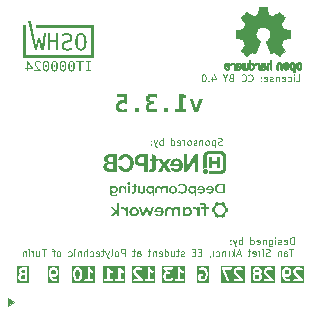
<source format=gbr>
%TF.GenerationSoftware,KiCad,Pcbnew,9.0.4*%
%TF.CreationDate,2025-09-12T00:09:33+02:00*%
%TF.ProjectId,rp2350_gpio_card,72703233-3530-45f6-9770-696f5f636172,X1*%
%TF.SameCoordinates,Original*%
%TF.FileFunction,Legend,Bot*%
%TF.FilePolarity,Positive*%
%FSLAX46Y46*%
G04 Gerber Fmt 4.6, Leading zero omitted, Abs format (unit mm)*
G04 Created by KiCad (PCBNEW 9.0.4) date 2025-09-12 00:09:33*
%MOMM*%
%LPD*%
G01*
G04 APERTURE LIST*
%ADD10C,0.000000*%
%ADD11C,0.101600*%
%ADD12C,0.201600*%
%ADD13C,0.116840*%
%ADD14C,0.010000*%
%ADD15C,0.120000*%
G04 APERTURE END LIST*
D10*
G36*
X102813652Y-72108675D02*
G01*
X102985282Y-71596027D01*
X103189383Y-71596027D01*
X102911990Y-72365065D01*
X102747523Y-72365065D01*
X102559680Y-71834314D01*
X102370298Y-72365065D01*
X102201569Y-72365065D01*
X101930108Y-71596027D01*
X102112019Y-71596027D01*
X102282285Y-72104150D01*
X102464197Y-71589964D01*
X102630202Y-71589964D01*
X102813652Y-72108675D01*
G37*
G36*
X109440632Y-71827588D02*
G01*
X109440248Y-71841315D01*
X109439606Y-71854976D01*
X109438709Y-71868567D01*
X109437554Y-71882085D01*
X109436144Y-71895526D01*
X109434476Y-71908887D01*
X109432553Y-71922163D01*
X109431748Y-71926638D01*
X109430708Y-71931037D01*
X109429436Y-71935353D01*
X109427938Y-71939575D01*
X109426221Y-71943694D01*
X109424289Y-71947702D01*
X109422148Y-71951589D01*
X109419804Y-71955346D01*
X109417262Y-71958964D01*
X109414528Y-71962434D01*
X109411608Y-71965747D01*
X109408506Y-71968892D01*
X109405229Y-71971863D01*
X109401782Y-71974648D01*
X109398171Y-71977240D01*
X109394401Y-71979628D01*
X109294082Y-72039118D01*
X109289732Y-72041807D01*
X109285488Y-72044631D01*
X109281354Y-72047585D01*
X109277332Y-72050667D01*
X109273422Y-72053873D01*
X109269628Y-72057200D01*
X109265950Y-72060643D01*
X109262393Y-72064200D01*
X109258956Y-72067866D01*
X109255643Y-72071639D01*
X109252456Y-72075514D01*
X109249395Y-72079489D01*
X109246465Y-72083559D01*
X109243666Y-72087721D01*
X109241000Y-72091972D01*
X109238470Y-72096308D01*
X109236077Y-72100725D01*
X109233824Y-72105220D01*
X109231713Y-72109789D01*
X109229746Y-72114429D01*
X109227924Y-72119137D01*
X109226250Y-72123908D01*
X109224726Y-72128739D01*
X109223353Y-72133627D01*
X109222135Y-72138568D01*
X109221072Y-72143559D01*
X109220167Y-72148595D01*
X109219422Y-72153674D01*
X109218840Y-72158792D01*
X109218421Y-72163945D01*
X109218168Y-72169130D01*
X109218083Y-72174344D01*
X109218083Y-72293329D01*
X109217958Y-72297878D01*
X109217584Y-72302385D01*
X109216966Y-72306840D01*
X109216110Y-72311235D01*
X109215019Y-72315561D01*
X109213699Y-72319809D01*
X109212154Y-72323968D01*
X109210389Y-72328031D01*
X109208408Y-72331987D01*
X109206216Y-72335828D01*
X109203818Y-72339545D01*
X109201219Y-72343128D01*
X109198423Y-72346569D01*
X109195434Y-72349858D01*
X109192259Y-72352986D01*
X109188900Y-72355943D01*
X109178587Y-72364334D01*
X109168113Y-72372524D01*
X109157481Y-72380511D01*
X109146694Y-72388292D01*
X109135755Y-72395862D01*
X109124666Y-72403221D01*
X109113431Y-72410364D01*
X109102052Y-72417289D01*
X109090533Y-72423992D01*
X109078875Y-72430471D01*
X109067083Y-72436722D01*
X109055159Y-72442744D01*
X109043105Y-72448532D01*
X109030925Y-72454084D01*
X109018622Y-72459396D01*
X109006198Y-72464466D01*
X109002008Y-72465983D01*
X108997768Y-72467255D01*
X108993488Y-72468281D01*
X108989176Y-72469063D01*
X108984845Y-72469599D01*
X108980503Y-72469890D01*
X108976160Y-72469935D01*
X108971827Y-72469736D01*
X108967514Y-72469291D01*
X108963230Y-72468601D01*
X108958986Y-72467666D01*
X108954791Y-72466486D01*
X108950656Y-72465060D01*
X108946591Y-72463389D01*
X108942606Y-72461473D01*
X108938710Y-72459312D01*
X108838241Y-72399664D01*
X108829312Y-72394751D01*
X108820158Y-72390492D01*
X108810811Y-72386890D01*
X108801304Y-72383942D01*
X108791667Y-72381649D01*
X108781933Y-72380011D01*
X108772134Y-72379028D01*
X108762300Y-72378701D01*
X108752466Y-72379028D01*
X108742661Y-72380011D01*
X108732918Y-72381649D01*
X108723268Y-72383942D01*
X108713744Y-72386890D01*
X108704378Y-72390492D01*
X108695200Y-72394751D01*
X108686244Y-72399664D01*
X108585775Y-72459312D01*
X108581878Y-72461473D01*
X108577888Y-72463389D01*
X108573816Y-72465060D01*
X108569673Y-72466486D01*
X108565469Y-72467666D01*
X108561216Y-72468601D01*
X108556923Y-72469291D01*
X108552602Y-72469736D01*
X108548263Y-72469935D01*
X108543917Y-72469890D01*
X108539574Y-72469599D01*
X108535245Y-72469063D01*
X108530942Y-72468281D01*
X108526674Y-72467255D01*
X108522453Y-72465983D01*
X108518288Y-72464466D01*
X108505864Y-72459396D01*
X108493560Y-72454084D01*
X108481381Y-72448532D01*
X108469327Y-72442744D01*
X108457402Y-72436722D01*
X108445610Y-72430471D01*
X108433953Y-72423992D01*
X108422433Y-72417289D01*
X108411055Y-72410364D01*
X108399819Y-72403221D01*
X108388731Y-72395862D01*
X108377791Y-72388292D01*
X108367004Y-72380511D01*
X108356372Y-72372524D01*
X108345898Y-72364334D01*
X108335585Y-72355943D01*
X108332226Y-72352986D01*
X108329050Y-72349858D01*
X108326062Y-72346569D01*
X108323266Y-72343128D01*
X108320666Y-72339545D01*
X108318268Y-72335828D01*
X108316076Y-72331987D01*
X108314095Y-72328031D01*
X108312330Y-72323968D01*
X108310785Y-72319809D01*
X108309465Y-72315561D01*
X108308374Y-72311235D01*
X108307518Y-72306840D01*
X108306900Y-72302385D01*
X108306526Y-72297878D01*
X108306400Y-72293329D01*
X108306400Y-72174344D01*
X108306063Y-72163945D01*
X108305061Y-72153674D01*
X108303412Y-72143559D01*
X108301130Y-72133627D01*
X108298234Y-72123908D01*
X108294738Y-72114429D01*
X108290659Y-72105220D01*
X108286014Y-72096307D01*
X108280818Y-72087721D01*
X108275088Y-72079489D01*
X108268840Y-72071639D01*
X108262091Y-72064200D01*
X108254856Y-72057200D01*
X108247152Y-72050667D01*
X108238995Y-72044631D01*
X108230402Y-72039118D01*
X108130087Y-71979628D01*
X108126317Y-71977241D01*
X108122706Y-71974655D01*
X108119259Y-71971876D01*
X108115981Y-71968915D01*
X108112880Y-71965778D01*
X108109959Y-71962476D01*
X108107225Y-71959015D01*
X108104683Y-71955406D01*
X108102339Y-71951655D01*
X108100198Y-71947772D01*
X108098266Y-71943764D01*
X108096548Y-71939641D01*
X108095051Y-71935411D01*
X108093779Y-71931083D01*
X108092738Y-71926664D01*
X108091934Y-71922163D01*
X108090053Y-71908887D01*
X108088406Y-71895526D01*
X108086998Y-71882085D01*
X108085834Y-71868567D01*
X108084920Y-71854976D01*
X108084260Y-71841315D01*
X108083860Y-71827588D01*
X108083728Y-71813961D01*
X108354420Y-71813961D01*
X108354950Y-71835508D01*
X108356525Y-71856773D01*
X108359118Y-71877729D01*
X108362703Y-71898350D01*
X108367256Y-71918610D01*
X108372750Y-71938481D01*
X108379160Y-71957939D01*
X108386460Y-71976956D01*
X108394625Y-71995506D01*
X108403629Y-72013563D01*
X108413446Y-72031101D01*
X108424050Y-72048092D01*
X108435417Y-72064512D01*
X108447520Y-72080333D01*
X108460333Y-72095529D01*
X108473832Y-72110074D01*
X108487991Y-72123942D01*
X108502783Y-72137106D01*
X108518183Y-72149539D01*
X108534166Y-72161216D01*
X108550706Y-72172111D01*
X108567777Y-72182196D01*
X108585354Y-72191445D01*
X108603411Y-72199833D01*
X108621923Y-72207333D01*
X108640863Y-72213918D01*
X108660206Y-72219562D01*
X108679927Y-72224239D01*
X108700000Y-72227922D01*
X108720399Y-72230586D01*
X108741099Y-72232204D01*
X108762073Y-72232749D01*
X108783048Y-72232204D01*
X108803748Y-72230586D01*
X108824148Y-72227922D01*
X108844221Y-72224239D01*
X108863942Y-72219562D01*
X108883285Y-72213918D01*
X108902226Y-72207333D01*
X108920738Y-72199833D01*
X108938795Y-72191445D01*
X108956372Y-72182196D01*
X108973443Y-72172111D01*
X108989983Y-72161216D01*
X109005967Y-72149539D01*
X109021367Y-72137106D01*
X109036159Y-72123942D01*
X109050318Y-72110074D01*
X109063817Y-72095529D01*
X109076631Y-72080333D01*
X109088734Y-72064512D01*
X109100100Y-72048092D01*
X109110705Y-72031101D01*
X109120522Y-72013563D01*
X109129526Y-71995506D01*
X109137690Y-71976956D01*
X109144990Y-71957939D01*
X109151400Y-71938481D01*
X109156895Y-71918610D01*
X109161447Y-71898350D01*
X109165033Y-71877729D01*
X109167626Y-71856773D01*
X109169200Y-71835508D01*
X109169731Y-71813961D01*
X109169200Y-71792413D01*
X109167626Y-71771148D01*
X109165033Y-71750192D01*
X109161447Y-71729570D01*
X109156895Y-71709311D01*
X109151400Y-71689439D01*
X109144990Y-71669981D01*
X109137690Y-71650964D01*
X109129526Y-71632414D01*
X109120522Y-71614357D01*
X109110705Y-71596819D01*
X109100100Y-71579828D01*
X109088734Y-71563408D01*
X109076631Y-71547587D01*
X109063817Y-71532391D01*
X109050318Y-71517846D01*
X109036159Y-71503979D01*
X109021367Y-71490815D01*
X109005967Y-71478382D01*
X108989983Y-71466705D01*
X108973443Y-71455811D01*
X108956372Y-71445726D01*
X108938795Y-71436476D01*
X108920738Y-71428089D01*
X108902226Y-71420589D01*
X108883285Y-71414004D01*
X108863942Y-71408360D01*
X108844221Y-71403683D01*
X108824148Y-71400000D01*
X108803748Y-71397336D01*
X108783048Y-71395718D01*
X108762073Y-71395173D01*
X108741099Y-71395718D01*
X108720399Y-71397336D01*
X108700000Y-71400000D01*
X108679927Y-71403683D01*
X108660206Y-71408360D01*
X108640863Y-71414004D01*
X108621923Y-71420589D01*
X108603411Y-71428089D01*
X108585354Y-71436476D01*
X108567777Y-71445726D01*
X108550706Y-71455811D01*
X108534166Y-71466705D01*
X108518183Y-71478382D01*
X108502783Y-71490815D01*
X108487991Y-71503979D01*
X108473832Y-71517846D01*
X108460333Y-71532391D01*
X108447520Y-71547587D01*
X108435417Y-71563408D01*
X108424050Y-71579828D01*
X108413446Y-71596819D01*
X108403629Y-71614357D01*
X108394625Y-71632414D01*
X108386460Y-71650964D01*
X108379160Y-71669981D01*
X108372750Y-71689439D01*
X108367256Y-71709311D01*
X108362703Y-71729570D01*
X108359118Y-71750192D01*
X108356525Y-71771148D01*
X108354950Y-71792413D01*
X108354420Y-71813961D01*
X108083728Y-71813961D01*
X108083726Y-71813798D01*
X108083854Y-71800010D01*
X108084239Y-71786284D01*
X108084880Y-71772623D01*
X108085778Y-71759031D01*
X108086933Y-71745513D01*
X108088343Y-71732071D01*
X108090010Y-71718710D01*
X108091934Y-71705434D01*
X108092710Y-71700961D01*
X108093723Y-71696566D01*
X108094967Y-71692259D01*
X108096438Y-71688047D01*
X108098129Y-71683939D01*
X108100036Y-71679945D01*
X108102153Y-71676072D01*
X108104475Y-71672330D01*
X108106996Y-71668727D01*
X108109711Y-71665271D01*
X108112615Y-71661972D01*
X108115703Y-71658838D01*
X108118968Y-71655878D01*
X108122406Y-71653100D01*
X108126012Y-71650514D01*
X108129779Y-71648127D01*
X108129777Y-71648127D01*
X108230096Y-71588632D01*
X108234446Y-71585944D01*
X108238690Y-71583120D01*
X108242824Y-71580166D01*
X108246846Y-71577084D01*
X108250756Y-71573878D01*
X108254550Y-71570551D01*
X108258227Y-71567108D01*
X108261785Y-71563551D01*
X108265222Y-71559885D01*
X108268535Y-71556112D01*
X108271722Y-71552237D01*
X108274782Y-71548262D01*
X108277713Y-71544192D01*
X108280512Y-71540030D01*
X108283178Y-71535779D01*
X108285708Y-71531443D01*
X108288101Y-71527026D01*
X108290353Y-71522531D01*
X108292465Y-71517962D01*
X108294432Y-71513322D01*
X108296254Y-71508614D01*
X108297928Y-71503843D01*
X108299452Y-71499012D01*
X108300825Y-71494124D01*
X108302043Y-71489183D01*
X108303106Y-71484192D01*
X108304011Y-71479155D01*
X108304755Y-71474076D01*
X108305338Y-71468959D01*
X108305757Y-71463805D01*
X108306010Y-71458620D01*
X108306095Y-71453407D01*
X108306095Y-71334422D01*
X108306220Y-71329873D01*
X108306594Y-71325365D01*
X108307212Y-71320909D01*
X108308068Y-71316513D01*
X108309159Y-71312187D01*
X108310479Y-71307940D01*
X108312024Y-71303780D01*
X108313790Y-71299717D01*
X108315771Y-71295761D01*
X108317962Y-71291920D01*
X108320360Y-71288203D01*
X108322960Y-71284620D01*
X108325756Y-71281180D01*
X108328745Y-71277891D01*
X108331921Y-71274764D01*
X108335280Y-71271807D01*
X108345619Y-71263389D01*
X108356116Y-71255174D01*
X108366768Y-71247166D01*
X108377573Y-71239368D01*
X108388527Y-71231782D01*
X108399628Y-71224411D01*
X108410873Y-71217257D01*
X108422260Y-71210324D01*
X108433786Y-71203615D01*
X108445448Y-71197131D01*
X108457243Y-71190876D01*
X108469170Y-71184853D01*
X108481225Y-71179064D01*
X108493405Y-71173512D01*
X108505708Y-71168200D01*
X108518132Y-71163131D01*
X108522321Y-71161614D01*
X108526562Y-71160342D01*
X108530843Y-71159315D01*
X108535154Y-71158534D01*
X108539486Y-71157998D01*
X108543828Y-71157707D01*
X108548170Y-71157661D01*
X108552503Y-71157861D01*
X108556816Y-71158305D01*
X108561100Y-71158995D01*
X108565344Y-71159930D01*
X108569538Y-71161111D01*
X108573673Y-71162536D01*
X108577738Y-71164207D01*
X108581723Y-71166122D01*
X108585619Y-71168283D01*
X108686088Y-71227932D01*
X108695017Y-71232845D01*
X108704171Y-71237103D01*
X108713518Y-71240706D01*
X108723026Y-71243654D01*
X108732663Y-71245947D01*
X108742397Y-71247585D01*
X108752197Y-71248567D01*
X108762030Y-71248895D01*
X108771865Y-71248567D01*
X108781670Y-71247585D01*
X108791413Y-71245947D01*
X108801063Y-71243654D01*
X108810586Y-71240706D01*
X108819953Y-71237103D01*
X108829129Y-71232845D01*
X108838085Y-71227932D01*
X108938558Y-71168283D01*
X108942455Y-71166121D01*
X108946445Y-71164200D01*
X108950517Y-71162523D01*
X108954660Y-71161089D01*
X108958864Y-71159899D01*
X108963118Y-71158954D01*
X108967410Y-71158255D01*
X108971732Y-71157802D01*
X108976071Y-71157596D01*
X108980417Y-71157638D01*
X108984760Y-71157929D01*
X108989088Y-71158468D01*
X108993392Y-71159257D01*
X108997659Y-71160297D01*
X109001881Y-71161588D01*
X109006046Y-71163131D01*
X109018494Y-71168201D01*
X109030816Y-71173513D01*
X109043008Y-71179064D01*
X109055070Y-71184852D01*
X109066997Y-71190873D01*
X109078789Y-71197124D01*
X109090443Y-71203603D01*
X109101956Y-71210306D01*
X109113327Y-71217231D01*
X109124553Y-71224374D01*
X109135633Y-71231732D01*
X109146563Y-71239303D01*
X109157342Y-71247084D01*
X109167967Y-71255071D01*
X109188748Y-71271654D01*
X109192107Y-71274611D01*
X109195282Y-71277738D01*
X109198271Y-71281027D01*
X109201067Y-71284467D01*
X109203666Y-71288050D01*
X109206064Y-71291767D01*
X109208256Y-71295608D01*
X109210236Y-71299565D01*
X109212002Y-71303627D01*
X109213547Y-71307787D01*
X109214867Y-71312034D01*
X109215958Y-71316360D01*
X109216814Y-71320756D01*
X109217432Y-71325212D01*
X109217806Y-71329719D01*
X109217931Y-71334268D01*
X109217931Y-71453253D01*
X109218267Y-71463651D01*
X109219264Y-71473921D01*
X109220907Y-71484037D01*
X109223180Y-71493968D01*
X109226067Y-71503687D01*
X109229554Y-71513166D01*
X109233623Y-71522375D01*
X109238261Y-71531288D01*
X109243451Y-71539875D01*
X109249177Y-71548107D01*
X109255424Y-71555957D01*
X109262177Y-71563397D01*
X109269419Y-71570397D01*
X109277136Y-71576930D01*
X109285311Y-71582966D01*
X109293930Y-71588479D01*
X109394249Y-71647969D01*
X109398019Y-71650356D01*
X109401630Y-71652942D01*
X109405077Y-71655720D01*
X109408354Y-71658680D01*
X109411456Y-71661815D01*
X109414376Y-71665114D01*
X109417110Y-71668570D01*
X109419652Y-71672173D01*
X109421996Y-71675916D01*
X109424137Y-71679789D01*
X109426069Y-71683783D01*
X109427786Y-71687891D01*
X109429284Y-71692102D01*
X109430556Y-71696409D01*
X109431596Y-71700803D01*
X109432401Y-71705275D01*
X109434375Y-71718604D01*
X109436079Y-71732004D01*
X109437517Y-71745474D01*
X109438690Y-71759011D01*
X109439598Y-71772614D01*
X109440245Y-71786281D01*
X109440632Y-71800010D01*
X109440761Y-71813798D01*
X109440759Y-71813961D01*
X109440632Y-71827588D01*
G37*
G36*
X97885901Y-59314704D02*
G01*
X97702945Y-59314704D01*
X97702945Y-59988661D01*
X97885901Y-59988661D01*
X97885901Y-60088030D01*
X97401330Y-60088030D01*
X97401330Y-59988661D01*
X97584286Y-59988661D01*
X97584286Y-59314704D01*
X97401330Y-59314704D01*
X97401330Y-59215334D01*
X97885901Y-59215334D01*
X97885901Y-59314704D01*
G37*
G36*
X100257355Y-72358962D02*
G01*
X100072368Y-72358962D01*
X100072368Y-72012161D01*
X99717157Y-72358962D01*
X99466215Y-72358962D01*
X99881624Y-71951884D01*
X99486735Y-71596023D01*
X99731920Y-71596023D01*
X100072368Y-71906600D01*
X100072368Y-71249213D01*
X100257355Y-71249213D01*
X100257355Y-72358962D01*
G37*
G36*
X101620031Y-69804224D02*
G01*
X101723853Y-69804224D01*
X101723853Y-69922334D01*
X101620031Y-69922334D01*
X101620031Y-70226182D01*
X101619798Y-70239070D01*
X101619104Y-70251568D01*
X101617951Y-70263676D01*
X101616343Y-70275393D01*
X101614285Y-70286716D01*
X101611780Y-70297645D01*
X101608832Y-70308178D01*
X101605445Y-70318314D01*
X101601623Y-70328051D01*
X101597369Y-70337389D01*
X101592688Y-70346327D01*
X101587582Y-70354861D01*
X101582057Y-70362992D01*
X101576115Y-70370719D01*
X101569762Y-70378039D01*
X101562999Y-70384952D01*
X101555833Y-70391455D01*
X101548265Y-70397549D01*
X101540300Y-70403231D01*
X101531943Y-70408501D01*
X101523196Y-70413356D01*
X101514063Y-70417796D01*
X101504549Y-70421820D01*
X101494657Y-70425425D01*
X101484392Y-70428612D01*
X101473756Y-70431377D01*
X101462754Y-70433721D01*
X101451389Y-70435641D01*
X101439666Y-70437137D01*
X101427588Y-70438208D01*
X101415160Y-70438851D01*
X101402384Y-70439065D01*
X101392387Y-70438903D01*
X101382417Y-70438416D01*
X101372500Y-70437602D01*
X101362662Y-70436461D01*
X101352930Y-70434990D01*
X101343331Y-70433189D01*
X101333891Y-70431055D01*
X101324636Y-70428588D01*
X101315594Y-70425786D01*
X101306790Y-70422648D01*
X101298251Y-70419172D01*
X101290004Y-70415357D01*
X101282075Y-70411202D01*
X101274491Y-70406705D01*
X101267277Y-70401864D01*
X101260462Y-70396679D01*
X101260462Y-70396203D01*
X101301895Y-70290952D01*
X101306253Y-70294228D01*
X101310750Y-70297273D01*
X101315379Y-70300089D01*
X101320135Y-70302679D01*
X101325010Y-70305046D01*
X101329999Y-70307193D01*
X101335096Y-70309121D01*
X101340293Y-70310835D01*
X101345586Y-70312337D01*
X101350967Y-70313629D01*
X101356431Y-70314715D01*
X101361970Y-70315598D01*
X101367580Y-70316279D01*
X101373252Y-70316762D01*
X101378982Y-70317050D01*
X101384763Y-70317145D01*
X101390001Y-70317048D01*
X101395087Y-70316756D01*
X101400020Y-70316271D01*
X101404800Y-70315593D01*
X101409425Y-70314724D01*
X101413895Y-70313664D01*
X101418209Y-70312414D01*
X101422365Y-70310976D01*
X101426362Y-70309351D01*
X101430200Y-70307538D01*
X101433878Y-70305540D01*
X101437395Y-70303357D01*
X101440750Y-70300991D01*
X101443941Y-70298441D01*
X101446968Y-70295710D01*
X101449831Y-70292797D01*
X101452527Y-70289705D01*
X101455056Y-70286433D01*
X101457417Y-70282984D01*
X101459610Y-70279357D01*
X101461632Y-70275554D01*
X101463484Y-70271576D01*
X101465163Y-70267424D01*
X101466670Y-70263098D01*
X101468004Y-70258601D01*
X101469163Y-70253931D01*
X101470146Y-70249092D01*
X101470952Y-70244083D01*
X101471581Y-70238905D01*
X101472031Y-70233560D01*
X101472393Y-70222372D01*
X101472393Y-69922334D01*
X101303324Y-69922334D01*
X101303324Y-69804224D01*
X101472393Y-69804224D01*
X101472393Y-69659920D01*
X101620031Y-69659920D01*
X101620031Y-69804224D01*
G37*
G36*
X108106767Y-67669358D02*
G01*
X108523750Y-67669358D01*
X108523750Y-67316933D01*
X108811617Y-67316933D01*
X108811617Y-68309120D01*
X108523750Y-68309120D01*
X108523750Y-67956166D01*
X108105709Y-67956166D01*
X108105709Y-68309121D01*
X107819959Y-68309120D01*
X107819959Y-67316933D01*
X108106767Y-67316933D01*
X108106767Y-67669358D01*
G37*
G36*
X100026921Y-68584287D02*
G01*
X99399858Y-68584287D01*
X99382019Y-68584569D01*
X99364203Y-68584364D01*
X99346419Y-68583673D01*
X99328677Y-68582499D01*
X99310986Y-68580843D01*
X99293356Y-68578708D01*
X99275798Y-68576094D01*
X99258320Y-68573004D01*
X99240933Y-68569440D01*
X99223646Y-68565404D01*
X99206469Y-68560897D01*
X99189412Y-68555922D01*
X99172484Y-68550479D01*
X99155696Y-68544572D01*
X99139056Y-68538202D01*
X99122575Y-68531370D01*
X99109645Y-68525407D01*
X99096970Y-68518992D01*
X99084560Y-68512137D01*
X99072426Y-68504848D01*
X99060578Y-68497136D01*
X99049027Y-68489009D01*
X99037784Y-68480477D01*
X99026859Y-68471547D01*
X99016262Y-68462230D01*
X99006005Y-68452535D01*
X98996098Y-68442469D01*
X98986552Y-68432043D01*
X98977376Y-68421264D01*
X98968583Y-68410143D01*
X98960181Y-68398688D01*
X98952183Y-68386908D01*
X98945010Y-68375105D01*
X98938282Y-68363079D01*
X98932003Y-68350842D01*
X98926178Y-68338407D01*
X98920809Y-68325788D01*
X98915900Y-68312996D01*
X98911455Y-68300045D01*
X98907477Y-68286947D01*
X98903971Y-68273715D01*
X98900939Y-68260362D01*
X98898385Y-68246901D01*
X98896313Y-68233344D01*
X98894727Y-68219704D01*
X98893630Y-68205995D01*
X98893026Y-68192228D01*
X98892918Y-68178416D01*
X98892924Y-68166179D01*
X98893236Y-68156841D01*
X99213062Y-68156841D01*
X99213618Y-68166412D01*
X99214723Y-68175886D01*
X99216366Y-68185244D01*
X99218536Y-68194462D01*
X99221226Y-68203520D01*
X99224423Y-68212396D01*
X99228119Y-68221068D01*
X99232304Y-68229516D01*
X99236967Y-68237717D01*
X99242100Y-68245650D01*
X99247691Y-68253294D01*
X99253731Y-68260627D01*
X99260211Y-68267627D01*
X99267120Y-68274274D01*
X99274448Y-68280545D01*
X99274447Y-68280545D01*
X99284960Y-68287397D01*
X99295723Y-68293769D01*
X99306719Y-68299659D01*
X99317931Y-68305061D01*
X99329343Y-68309971D01*
X99340938Y-68314385D01*
X99352701Y-68318299D01*
X99364614Y-68321708D01*
X99376661Y-68324608D01*
X99388825Y-68326994D01*
X99401091Y-68328863D01*
X99413441Y-68330209D01*
X99425860Y-68331029D01*
X99438330Y-68331318D01*
X99450835Y-68331072D01*
X99463360Y-68330287D01*
X99716830Y-68330287D01*
X99716830Y-67940291D01*
X99716830Y-67728625D01*
X99716830Y-67366675D01*
X99480821Y-67366675D01*
X99470132Y-67366255D01*
X99459473Y-67366319D01*
X99448860Y-67366861D01*
X99438308Y-67367878D01*
X99427833Y-67369365D01*
X99417451Y-67371316D01*
X99407176Y-67373727D01*
X99397024Y-67376594D01*
X99387010Y-67379912D01*
X99377149Y-67383675D01*
X99367458Y-67387880D01*
X99357951Y-67392521D01*
X99348643Y-67397594D01*
X99339551Y-67403095D01*
X99330688Y-67409018D01*
X99322072Y-67415358D01*
X99315120Y-67421481D01*
X99308564Y-67427951D01*
X99302412Y-67434748D01*
X99296674Y-67441853D01*
X99291358Y-67449245D01*
X99286474Y-67456905D01*
X99282030Y-67464814D01*
X99278036Y-67472952D01*
X99274500Y-67481299D01*
X99271431Y-67489836D01*
X99268838Y-67498543D01*
X99266731Y-67507401D01*
X99265118Y-67516390D01*
X99264008Y-67525490D01*
X99263411Y-67534682D01*
X99263334Y-67543946D01*
X99263263Y-67550576D01*
X99263454Y-67557186D01*
X99263905Y-67563768D01*
X99264614Y-67570315D01*
X99265578Y-67576819D01*
X99266796Y-67583272D01*
X99268265Y-67589668D01*
X99269983Y-67595999D01*
X99271948Y-67602258D01*
X99274158Y-67608437D01*
X99276611Y-67614530D01*
X99279304Y-67620528D01*
X99282235Y-67626424D01*
X99285403Y-67632211D01*
X99288805Y-67637882D01*
X99292439Y-67643429D01*
X99296258Y-67648664D01*
X99300245Y-67653756D01*
X99304395Y-67658701D01*
X99308705Y-67663495D01*
X99313170Y-67668134D01*
X99317786Y-67672617D01*
X99322548Y-67676937D01*
X99327452Y-67681094D01*
X99332495Y-67685081D01*
X99337670Y-67688897D01*
X99342975Y-67692538D01*
X99348404Y-67696000D01*
X99353955Y-67699279D01*
X99359621Y-67702372D01*
X99365399Y-67705276D01*
X99371285Y-67707987D01*
X99378054Y-67710778D01*
X99384885Y-67713385D01*
X99391776Y-67715808D01*
X99398723Y-67718047D01*
X99405722Y-67720099D01*
X99412768Y-67721965D01*
X99419859Y-67723644D01*
X99426991Y-67725135D01*
X99434159Y-67726438D01*
X99441361Y-67727551D01*
X99448592Y-67728474D01*
X99455848Y-67729206D01*
X99463126Y-67729747D01*
X99470423Y-67730095D01*
X99477733Y-67730251D01*
X99485055Y-67730212D01*
X99672379Y-67730212D01*
X99672379Y-67941879D01*
X99454892Y-67941879D01*
X99446588Y-67941800D01*
X99438297Y-67941957D01*
X99430023Y-67942348D01*
X99421772Y-67942973D01*
X99413549Y-67943831D01*
X99405358Y-67944920D01*
X99397204Y-67946241D01*
X99389093Y-67947790D01*
X99381028Y-67949569D01*
X99373016Y-67951575D01*
X99365060Y-67953808D01*
X99357166Y-67956267D01*
X99349339Y-67958950D01*
X99341583Y-67961857D01*
X99333903Y-67964986D01*
X99326305Y-67968337D01*
X99319965Y-67971456D01*
X99313752Y-67974788D01*
X99307670Y-67978327D01*
X99301723Y-67982071D01*
X99295917Y-67986013D01*
X99290256Y-67990152D01*
X99284745Y-67994481D01*
X99279390Y-67998998D01*
X99274194Y-68003698D01*
X99269162Y-68008576D01*
X99264300Y-68013628D01*
X99259612Y-68018851D01*
X99255102Y-68024240D01*
X99250777Y-68029791D01*
X99246640Y-68035500D01*
X99242696Y-68041362D01*
X99239128Y-68047380D01*
X99235780Y-68053506D01*
X99232655Y-68059735D01*
X99229754Y-68066059D01*
X99227079Y-68072473D01*
X99224632Y-68078971D01*
X99222414Y-68085546D01*
X99220428Y-68092192D01*
X99218674Y-68098904D01*
X99217155Y-68105675D01*
X99215872Y-68112499D01*
X99214827Y-68119369D01*
X99214022Y-68126280D01*
X99213459Y-68133226D01*
X99213138Y-68140200D01*
X99213063Y-68147196D01*
X99213062Y-68156841D01*
X98893236Y-68156841D01*
X98893332Y-68153972D01*
X98894141Y-68141804D01*
X98895348Y-68129687D01*
X98896951Y-68117628D01*
X98898947Y-68105638D01*
X98901334Y-68093726D01*
X98904110Y-68081902D01*
X98907272Y-68070175D01*
X98910818Y-68058556D01*
X98914745Y-68047053D01*
X98919051Y-68035675D01*
X98923733Y-68024434D01*
X98928789Y-68013338D01*
X98934217Y-68002396D01*
X98940014Y-67991619D01*
X98940013Y-67991620D01*
X98945529Y-67982270D01*
X98951333Y-67973119D01*
X98957420Y-67964175D01*
X98963783Y-67955443D01*
X98970418Y-67946928D01*
X98977318Y-67938638D01*
X98984477Y-67930578D01*
X98991890Y-67922754D01*
X98999550Y-67915172D01*
X99007451Y-67907838D01*
X99015589Y-67900758D01*
X99023956Y-67893939D01*
X99032547Y-67887386D01*
X99041356Y-67881105D01*
X99050377Y-67875102D01*
X99059605Y-67869383D01*
X99068688Y-67864101D01*
X99077919Y-67859120D01*
X99087289Y-67854443D01*
X99096791Y-67850071D01*
X99106418Y-67846008D01*
X99116162Y-67842255D01*
X99126015Y-67838814D01*
X99135969Y-67835688D01*
X99146018Y-67832880D01*
X99156153Y-67830391D01*
X99166367Y-67828223D01*
X99176653Y-67826379D01*
X99187002Y-67824861D01*
X99197407Y-67823672D01*
X99207860Y-67822813D01*
X99218355Y-67822287D01*
X99218355Y-67807470D01*
X99209225Y-67805416D01*
X99200157Y-67803143D01*
X99191154Y-67800653D01*
X99182222Y-67797948D01*
X99173362Y-67795028D01*
X99164580Y-67791897D01*
X99155878Y-67788554D01*
X99147262Y-67785003D01*
X99138733Y-67781245D01*
X99130297Y-67777280D01*
X99121957Y-67773112D01*
X99113717Y-67768740D01*
X99105580Y-67764168D01*
X99097550Y-67759397D01*
X99089632Y-67754428D01*
X99081828Y-67749262D01*
X99074511Y-67744063D01*
X99067365Y-67738655D01*
X99060396Y-67733041D01*
X99053606Y-67727225D01*
X99047000Y-67721214D01*
X99040582Y-67715011D01*
X99034357Y-67708620D01*
X99028327Y-67702047D01*
X99022498Y-67695296D01*
X99016873Y-67688371D01*
X99011456Y-67681277D01*
X99006252Y-67674018D01*
X99001264Y-67666599D01*
X98996496Y-67659025D01*
X98991953Y-67651300D01*
X98987638Y-67643429D01*
X98983337Y-67634582D01*
X98979315Y-67625623D01*
X98975575Y-67616557D01*
X98972117Y-67607392D01*
X98968944Y-67598134D01*
X98966057Y-67588790D01*
X98963457Y-67579366D01*
X98961146Y-67569870D01*
X98959126Y-67560308D01*
X98957397Y-67550687D01*
X98955962Y-67541013D01*
X98954822Y-67531293D01*
X98953979Y-67521534D01*
X98953433Y-67511742D01*
X98953187Y-67501924D01*
X98953243Y-67492087D01*
X98953132Y-67479189D01*
X98953492Y-67466325D01*
X98954321Y-67453509D01*
X98955614Y-67440753D01*
X98957369Y-67428068D01*
X98959581Y-67415468D01*
X98962248Y-67402965D01*
X98965367Y-67390571D01*
X98968933Y-67378298D01*
X98972944Y-67366159D01*
X98977396Y-67354167D01*
X98982287Y-67342332D01*
X98987611Y-67330668D01*
X98993368Y-67319188D01*
X98999551Y-67307902D01*
X99006160Y-67296825D01*
X99013823Y-67285811D01*
X99021873Y-67275119D01*
X99030298Y-67264755D01*
X99039089Y-67254730D01*
X99048234Y-67245053D01*
X99057723Y-67235730D01*
X99067544Y-67226773D01*
X99077688Y-67218189D01*
X99088143Y-67209986D01*
X99098898Y-67202175D01*
X99109944Y-67194763D01*
X99121268Y-67187760D01*
X99132861Y-67181173D01*
X99144711Y-67175012D01*
X99156809Y-67169286D01*
X99169142Y-67164004D01*
X99185265Y-67157703D01*
X99201528Y-67151834D01*
X99217921Y-67146398D01*
X99234438Y-67141397D01*
X99251068Y-67136832D01*
X99267803Y-67132704D01*
X99284635Y-67129016D01*
X99301554Y-67125769D01*
X99318552Y-67122964D01*
X99335620Y-67120604D01*
X99352750Y-67118688D01*
X99369933Y-67117220D01*
X99387160Y-67116201D01*
X99404422Y-67115632D01*
X99421711Y-67115514D01*
X99439018Y-67115850D01*
X100026921Y-67115850D01*
X100026921Y-67366675D01*
X100026921Y-68584287D01*
G37*
G36*
X95825802Y-56852072D02*
G01*
X95851468Y-56853429D01*
X95876478Y-56855689D01*
X95900830Y-56858853D01*
X95924524Y-56862921D01*
X95947562Y-56867893D01*
X95969942Y-56873769D01*
X95991664Y-56880549D01*
X96012730Y-56888233D01*
X96033138Y-56896820D01*
X96052888Y-56906312D01*
X96071982Y-56916707D01*
X96090418Y-56928005D01*
X96108197Y-56940207D01*
X96125318Y-56953313D01*
X96141782Y-56967323D01*
X96157298Y-56981964D01*
X96171813Y-56997202D01*
X96185328Y-57013039D01*
X96197841Y-57029473D01*
X96209353Y-57046505D01*
X96219864Y-57064135D01*
X96229375Y-57082362D01*
X96237884Y-57101187D01*
X96245392Y-57120609D01*
X96251900Y-57140630D01*
X96257406Y-57161248D01*
X96261911Y-57182463D01*
X96265415Y-57204276D01*
X96267918Y-57226686D01*
X96269420Y-57249694D01*
X96269920Y-57273300D01*
X96269569Y-57292182D01*
X96268516Y-57310577D01*
X96266760Y-57328487D01*
X96264302Y-57345911D01*
X96261142Y-57362850D01*
X96257279Y-57379302D01*
X96252714Y-57395270D01*
X96247447Y-57410751D01*
X96241478Y-57425747D01*
X96234806Y-57440257D01*
X96227432Y-57454282D01*
X96219356Y-57467822D01*
X96210577Y-57480876D01*
X96201096Y-57493445D01*
X96190913Y-57505528D01*
X96180028Y-57517127D01*
X96168368Y-57528303D01*
X96155856Y-57539120D01*
X96142493Y-57549579D01*
X96128278Y-57559679D01*
X96113211Y-57569421D01*
X96097292Y-57578804D01*
X96080522Y-57587828D01*
X96062900Y-57596493D01*
X96044426Y-57604800D01*
X96025101Y-57612749D01*
X96004924Y-57620339D01*
X95983895Y-57627570D01*
X95962014Y-57634443D01*
X95939282Y-57640957D01*
X95915698Y-57647113D01*
X95891262Y-57652911D01*
X95788008Y-57676816D01*
X95771002Y-57680742D01*
X95754646Y-57684869D01*
X95738939Y-57689198D01*
X95723883Y-57693728D01*
X95709476Y-57698460D01*
X95695720Y-57703394D01*
X95682613Y-57708529D01*
X95670156Y-57713866D01*
X95658349Y-57719405D01*
X95647192Y-57725145D01*
X95636685Y-57731087D01*
X95626827Y-57737231D01*
X95617620Y-57743576D01*
X95609062Y-57750124D01*
X95601154Y-57756873D01*
X95593896Y-57763824D01*
X95587065Y-57771074D01*
X95580674Y-57778720D01*
X95574725Y-57786762D01*
X95569216Y-57795199D01*
X95564148Y-57804033D01*
X95559520Y-57813262D01*
X95555334Y-57822887D01*
X95551588Y-57832908D01*
X95548283Y-57843325D01*
X95545419Y-57854138D01*
X95542995Y-57865346D01*
X95541013Y-57876950D01*
X95539470Y-57888950D01*
X95538369Y-57901345D01*
X95537708Y-57914137D01*
X95537488Y-57927323D01*
X95537805Y-57941823D01*
X95538758Y-57955920D01*
X95540345Y-57969613D01*
X95542567Y-57982903D01*
X95545425Y-57995790D01*
X95548917Y-58008273D01*
X95553044Y-58020353D01*
X95557806Y-58032029D01*
X95563203Y-58043302D01*
X95569234Y-58054171D01*
X95575901Y-58064638D01*
X95583202Y-58074700D01*
X95591138Y-58084360D01*
X95599709Y-58093616D01*
X95608914Y-58102468D01*
X95618754Y-58110918D01*
X95629168Y-58118792D01*
X95640090Y-58126158D01*
X95651520Y-58133016D01*
X95663458Y-58139366D01*
X95675903Y-58145208D01*
X95688857Y-58150542D01*
X95702318Y-58155368D01*
X95716288Y-58159685D01*
X95730766Y-58163495D01*
X95745751Y-58166797D01*
X95761245Y-58169590D01*
X95777247Y-58171876D01*
X95793757Y-58173653D01*
X95810775Y-58174923D01*
X95828301Y-58175685D01*
X95846336Y-58175939D01*
X95871180Y-58175431D01*
X95895995Y-58173907D01*
X95920779Y-58171367D01*
X95945535Y-58167811D01*
X95970260Y-58163239D01*
X95994955Y-58157650D01*
X96019621Y-58151044D01*
X96044257Y-58143422D01*
X96068834Y-58134713D01*
X96093800Y-58124838D01*
X96119154Y-58113798D01*
X96144896Y-58101593D01*
X96171028Y-58088222D01*
X96197548Y-58073687D01*
X96224458Y-58057986D01*
X96251757Y-58041121D01*
X96251757Y-58246702D01*
X96226193Y-58257113D01*
X96200659Y-58266838D01*
X96175155Y-58275876D01*
X96149680Y-58284226D01*
X96124236Y-58291890D01*
X96098821Y-58298866D01*
X96073436Y-58305155D01*
X96048080Y-58310757D01*
X96022759Y-58315915D01*
X95997467Y-58320384D01*
X95972204Y-58324166D01*
X95946970Y-58327259D01*
X95921766Y-58329665D01*
X95896592Y-58331383D01*
X95871448Y-58332414D01*
X95846336Y-58332757D01*
X95816663Y-58332339D01*
X95787888Y-58331084D01*
X95760008Y-58328992D01*
X95733025Y-58326063D01*
X95706939Y-58322298D01*
X95681749Y-58317696D01*
X95657456Y-58312257D01*
X95634059Y-58305982D01*
X95611558Y-58298870D01*
X95589955Y-58290921D01*
X95569247Y-58282137D01*
X95549437Y-58272515D01*
X95530522Y-58262058D01*
X95512505Y-58250764D01*
X95495384Y-58238634D01*
X95479160Y-58225667D01*
X95463875Y-58211903D01*
X95449576Y-58197384D01*
X95436264Y-58182111D01*
X95423937Y-58166084D01*
X95412597Y-58149302D01*
X95402243Y-58131765D01*
X95392875Y-58113474D01*
X95384494Y-58094429D01*
X95377098Y-58074629D01*
X95370689Y-58054074D01*
X95365266Y-58032765D01*
X95360829Y-58010702D01*
X95357378Y-57987884D01*
X95354913Y-57964311D01*
X95353434Y-57939983D01*
X95352941Y-57914901D01*
X95353299Y-57893553D01*
X95354375Y-57872771D01*
X95356168Y-57852558D01*
X95358678Y-57832912D01*
X95361905Y-57813833D01*
X95365849Y-57795323D01*
X95370511Y-57777379D01*
X95375890Y-57760004D01*
X95381986Y-57743196D01*
X95388799Y-57726956D01*
X95396329Y-57711284D01*
X95404576Y-57696179D01*
X95413541Y-57681643D01*
X95423223Y-57667674D01*
X95433622Y-57654274D01*
X95444738Y-57641441D01*
X95456638Y-57629099D01*
X95469390Y-57617176D01*
X95482993Y-57605671D01*
X95497448Y-57594585D01*
X95512754Y-57583917D01*
X95528912Y-57573668D01*
X95545921Y-57563837D01*
X95563782Y-57554424D01*
X95582494Y-57545430D01*
X95602058Y-57536855D01*
X95622474Y-57528698D01*
X95643741Y-57520959D01*
X95665860Y-57513638D01*
X95688831Y-57506736D01*
X95712653Y-57500253D01*
X95737327Y-57494187D01*
X95838676Y-57471234D01*
X95856134Y-57466986D01*
X95872891Y-57462612D01*
X95888945Y-57458110D01*
X95904297Y-57453482D01*
X95918946Y-57448727D01*
X95932893Y-57443844D01*
X95946138Y-57438836D01*
X95958681Y-57433700D01*
X95970521Y-57428438D01*
X95981659Y-57423048D01*
X95992095Y-57417532D01*
X96001829Y-57411889D01*
X96010860Y-57406120D01*
X96019189Y-57400223D01*
X96026815Y-57394200D01*
X96033740Y-57388050D01*
X96039992Y-57381658D01*
X96045841Y-57374915D01*
X96051287Y-57367822D01*
X96056329Y-57360377D01*
X96060968Y-57352582D01*
X96065204Y-57344435D01*
X96069036Y-57335937D01*
X96072465Y-57327088D01*
X96075490Y-57317888D01*
X96078112Y-57308337D01*
X96080331Y-57298434D01*
X96082146Y-57288180D01*
X96083558Y-57277575D01*
X96084567Y-57266619D01*
X96085172Y-57255312D01*
X96085373Y-57243653D01*
X96085063Y-57230325D01*
X96084133Y-57217347D01*
X96082583Y-57204720D01*
X96080413Y-57192444D01*
X96077622Y-57180519D01*
X96074212Y-57168945D01*
X96070182Y-57157721D01*
X96065531Y-57146849D01*
X96060261Y-57136327D01*
X96054371Y-57126157D01*
X96047861Y-57116337D01*
X96040730Y-57106869D01*
X96032981Y-57097752D01*
X96024611Y-57088986D01*
X96015621Y-57080571D01*
X96006012Y-57072508D01*
X95995866Y-57064748D01*
X95985272Y-57057490D01*
X95974231Y-57050732D01*
X95962742Y-57044476D01*
X95950805Y-57038719D01*
X95938419Y-57033464D01*
X95925586Y-57028709D01*
X95912305Y-57024454D01*
X95898575Y-57020700D01*
X95884397Y-57017447D01*
X95869771Y-57014695D01*
X95854696Y-57012442D01*
X95839173Y-57010691D01*
X95823202Y-57009440D01*
X95806782Y-57008689D01*
X95789913Y-57008439D01*
X95767471Y-57008887D01*
X95745089Y-57010232D01*
X95722767Y-57012473D01*
X95700506Y-57015611D01*
X95678304Y-57019644D01*
X95656163Y-57024573D01*
X95634082Y-57030399D01*
X95612060Y-57037120D01*
X95589845Y-57044726D01*
X95567660Y-57053198D01*
X95545504Y-57062536D01*
X95523379Y-57072741D01*
X95501283Y-57083811D01*
X95479216Y-57095748D01*
X95457180Y-57108552D01*
X95435173Y-57122223D01*
X95435173Y-56926206D01*
X95460121Y-56917184D01*
X95484772Y-56908759D01*
X95509124Y-56900931D01*
X95533178Y-56893701D01*
X95556933Y-56887068D01*
X95580388Y-56881031D01*
X95603544Y-56875592D01*
X95626401Y-56870750D01*
X95648977Y-56866267D01*
X95671285Y-56862382D01*
X95693323Y-56859096D01*
X95715092Y-56856408D01*
X95736592Y-56854316D01*
X95757823Y-56852822D01*
X95778785Y-56851923D01*
X95799478Y-56851620D01*
X95825802Y-56852072D01*
G37*
G36*
X108852164Y-66841333D02*
G01*
X108875467Y-66843153D01*
X108898430Y-66846116D01*
X108921026Y-66850192D01*
X108943224Y-66855353D01*
X108964998Y-66861570D01*
X108986317Y-66868814D01*
X109007153Y-66877058D01*
X109027479Y-66886271D01*
X109047264Y-66896427D01*
X109066480Y-66907494D01*
X109085099Y-66919446D01*
X109103092Y-66932254D01*
X109120430Y-66945888D01*
X109137085Y-66960321D01*
X109153028Y-66975522D01*
X109168229Y-66991465D01*
X109182662Y-67008120D01*
X109196296Y-67025458D01*
X109209104Y-67043451D01*
X109221056Y-67062070D01*
X109232124Y-67081286D01*
X109242279Y-67101071D01*
X109251492Y-67121397D01*
X109259736Y-67142233D01*
X109266980Y-67163552D01*
X109273197Y-67185326D01*
X109278358Y-67207525D01*
X109282435Y-67230120D01*
X109285397Y-67253083D01*
X109287218Y-67276386D01*
X109287867Y-67300000D01*
X109287867Y-68326054D01*
X109287218Y-68349667D01*
X109285397Y-68372970D01*
X109282435Y-68395933D01*
X109278359Y-68418528D01*
X109273198Y-68440727D01*
X109266981Y-68462500D01*
X109259737Y-68483819D01*
X109251493Y-68504655D01*
X109242280Y-68524981D01*
X109232125Y-68544766D01*
X109221057Y-68563982D01*
X109209105Y-68582601D01*
X109196298Y-68600594D01*
X109182664Y-68617932D01*
X109168231Y-68634587D01*
X109153029Y-68650529D01*
X109137087Y-68665731D01*
X109120432Y-68680164D01*
X109103094Y-68693798D01*
X109085101Y-68706606D01*
X109066483Y-68718558D01*
X109047266Y-68729626D01*
X109027481Y-68739781D01*
X109007156Y-68748995D01*
X108986319Y-68757238D01*
X108965000Y-68764483D01*
X108943227Y-68770700D01*
X108921028Y-68775861D01*
X108898433Y-68779937D01*
X108875469Y-68782900D01*
X108852167Y-68784721D01*
X108828553Y-68785370D01*
X107782917Y-68785370D01*
X107796192Y-68770776D01*
X107808433Y-68755484D01*
X107819625Y-68739549D01*
X107829754Y-68723025D01*
X107838804Y-68705966D01*
X107846760Y-68688427D01*
X107853607Y-68670461D01*
X107859330Y-68652124D01*
X107863913Y-68633469D01*
X107867342Y-68614552D01*
X107869601Y-68595425D01*
X107870675Y-68576144D01*
X107870549Y-68556763D01*
X107869208Y-68537336D01*
X107866638Y-68517918D01*
X107862821Y-68498562D01*
X108828550Y-68498562D01*
X108837388Y-68498285D01*
X108846108Y-68497571D01*
X108854700Y-68496430D01*
X108863153Y-68494873D01*
X108871456Y-68492911D01*
X108879598Y-68490555D01*
X108887569Y-68487815D01*
X108895359Y-68484702D01*
X108902956Y-68481227D01*
X108910350Y-68477400D01*
X108917530Y-68473233D01*
X108924485Y-68468736D01*
X108931206Y-68463920D01*
X108937680Y-68458795D01*
X108943898Y-68453372D01*
X108949849Y-68447663D01*
X108955521Y-68441677D01*
X108960905Y-68435426D01*
X108965990Y-68428920D01*
X108970765Y-68422170D01*
X108975219Y-68415187D01*
X108979342Y-68407982D01*
X108983123Y-68400564D01*
X108986552Y-68392946D01*
X108989617Y-68385138D01*
X108992308Y-68377150D01*
X108994614Y-68368993D01*
X108996525Y-68360678D01*
X108998029Y-68352216D01*
X108999117Y-68343617D01*
X108999778Y-68334893D01*
X109000000Y-68326054D01*
X109000000Y-67300000D01*
X108999750Y-67291134D01*
X108999061Y-67282385D01*
X108997943Y-67273763D01*
X108996407Y-67265280D01*
X108994465Y-67256946D01*
X108992127Y-67248771D01*
X108989403Y-67240767D01*
X108986305Y-67232944D01*
X108982842Y-67225313D01*
X108979027Y-67217884D01*
X108974869Y-67210669D01*
X108970380Y-67203679D01*
X108965569Y-67196923D01*
X108960449Y-67190413D01*
X108955029Y-67184159D01*
X108949320Y-67178172D01*
X108943334Y-67172464D01*
X108937080Y-67167044D01*
X108930570Y-67161923D01*
X108923814Y-67157113D01*
X108916823Y-67152623D01*
X108909608Y-67148465D01*
X108902180Y-67144650D01*
X108894549Y-67141188D01*
X108886726Y-67138089D01*
X108878722Y-67135365D01*
X108870547Y-67133027D01*
X108862213Y-67131084D01*
X108853729Y-67129549D01*
X108845108Y-67128431D01*
X108836359Y-67127742D01*
X108827493Y-67127491D01*
X107803025Y-67127491D01*
X107794160Y-67127742D01*
X107785410Y-67128431D01*
X107776789Y-67129549D01*
X107768305Y-67131084D01*
X107759971Y-67133027D01*
X107751796Y-67135365D01*
X107743792Y-67138089D01*
X107735969Y-67141187D01*
X107728338Y-67144650D01*
X107720910Y-67148465D01*
X107713695Y-67152623D01*
X107706704Y-67157112D01*
X107699948Y-67161923D01*
X107693438Y-67167043D01*
X107687184Y-67172463D01*
X107681198Y-67178172D01*
X107675489Y-67184158D01*
X107670069Y-67190412D01*
X107664949Y-67196922D01*
X107660138Y-67203678D01*
X107655649Y-67210669D01*
X107651491Y-67217884D01*
X107647675Y-67225312D01*
X107644213Y-67232943D01*
X107641115Y-67240766D01*
X107638391Y-67248771D01*
X107636052Y-67256945D01*
X107634110Y-67265280D01*
X107632575Y-67273763D01*
X107631457Y-67282385D01*
X107630767Y-67291134D01*
X107630517Y-67300000D01*
X107630517Y-68265729D01*
X107611161Y-68261913D01*
X107591743Y-68259342D01*
X107572316Y-68258001D01*
X107552935Y-68257875D01*
X107533654Y-68258949D01*
X107514527Y-68261209D01*
X107495610Y-68264637D01*
X107476955Y-68269220D01*
X107458618Y-68274943D01*
X107440653Y-68281790D01*
X107423113Y-68289746D01*
X107406054Y-68298796D01*
X107389530Y-68308925D01*
X107373595Y-68320117D01*
X107358303Y-68332358D01*
X107343709Y-68345633D01*
X107343709Y-67300000D01*
X107344358Y-67276386D01*
X107346178Y-67253084D01*
X107349141Y-67230121D01*
X107353217Y-67207525D01*
X107358377Y-67185327D01*
X107364594Y-67163554D01*
X107371839Y-67142234D01*
X107380082Y-67121398D01*
X107389296Y-67101073D01*
X107399451Y-67081288D01*
X107410519Y-67062071D01*
X107422470Y-67043452D01*
X107435278Y-67025460D01*
X107448912Y-67008121D01*
X107463344Y-66991467D01*
X107478546Y-66975524D01*
X107494489Y-66960322D01*
X107511143Y-66945890D01*
X107528481Y-66932255D01*
X107546474Y-66919448D01*
X107565093Y-66907496D01*
X107584309Y-66896428D01*
X107604094Y-66886272D01*
X107624420Y-66877059D01*
X107645256Y-66868815D01*
X107666575Y-66861570D01*
X107688349Y-66855353D01*
X107710547Y-66850192D01*
X107733143Y-66846116D01*
X107756106Y-66843153D01*
X107779409Y-66841333D01*
X107803023Y-66840683D01*
X107803025Y-66840683D01*
X108828550Y-66840683D01*
X108852164Y-66841333D01*
G37*
G36*
X94371231Y-57462437D02*
G01*
X94900000Y-57462437D01*
X94900000Y-56877245D01*
X95094098Y-56877245D01*
X95094098Y-58304818D01*
X94900000Y-58304818D01*
X94900000Y-57624984D01*
X94371231Y-57624984D01*
X94371231Y-58304818D01*
X94177119Y-58304818D01*
X94177119Y-56877245D01*
X94371231Y-56877245D01*
X94371231Y-57462437D01*
G37*
G36*
X93192975Y-58038051D02*
G01*
X93357440Y-57269265D01*
X93559185Y-57269265D01*
X93721745Y-58036133D01*
X93858481Y-56877245D01*
X94046838Y-56877245D01*
X94046852Y-56877245D01*
X93833624Y-58304818D01*
X93650982Y-58304818D01*
X93457836Y-57456696D01*
X93263724Y-58304818D01*
X93081096Y-58304818D01*
X92541478Y-55816530D01*
X92729848Y-55816530D01*
X93192975Y-58038051D01*
G37*
G36*
X107500597Y-70080588D02*
G01*
X107501792Y-70097738D01*
X107502194Y-70115215D01*
X107501794Y-70132696D01*
X107500602Y-70149853D01*
X107498629Y-70166674D01*
X107495888Y-70183142D01*
X107492388Y-70199241D01*
X107488142Y-70214958D01*
X107483162Y-70230275D01*
X107477459Y-70245180D01*
X107471044Y-70259655D01*
X107463929Y-70273685D01*
X107456125Y-70287257D01*
X107447645Y-70300353D01*
X107438499Y-70312959D01*
X107428699Y-70325060D01*
X107418256Y-70336640D01*
X107407182Y-70347685D01*
X107395489Y-70358178D01*
X107383188Y-70368105D01*
X107370290Y-70377451D01*
X107356808Y-70386199D01*
X107342752Y-70394335D01*
X107328134Y-70401844D01*
X107312965Y-70408710D01*
X107297258Y-70414918D01*
X107281023Y-70420453D01*
X107264272Y-70425299D01*
X107247017Y-70429442D01*
X107229269Y-70432866D01*
X107211040Y-70435555D01*
X107192341Y-70437495D01*
X107173183Y-70438670D01*
X107153579Y-70439065D01*
X107133373Y-70438648D01*
X107113663Y-70437399D01*
X107094467Y-70435326D01*
X107075801Y-70432435D01*
X107057683Y-70428732D01*
X107040127Y-70424223D01*
X107023153Y-70418914D01*
X107006775Y-70412812D01*
X106991011Y-70405923D01*
X106975878Y-70398254D01*
X106961393Y-70389810D01*
X106947571Y-70380598D01*
X106934431Y-70370625D01*
X106921988Y-70359895D01*
X106910259Y-70348417D01*
X106899262Y-70336195D01*
X106978319Y-70245232D01*
X106986842Y-70253615D01*
X106995629Y-70261442D01*
X107004684Y-70268715D01*
X107014015Y-70275436D01*
X107023628Y-70281608D01*
X107033530Y-70287232D01*
X107043725Y-70292310D01*
X107054221Y-70296845D01*
X107065025Y-70300839D01*
X107076141Y-70304293D01*
X107087577Y-70307210D01*
X107099339Y-70309592D01*
X107111432Y-70311442D01*
X107123865Y-70312760D01*
X107136641Y-70313549D01*
X107149769Y-70313812D01*
X107159942Y-70313640D01*
X107169921Y-70313126D01*
X107179700Y-70312276D01*
X107189275Y-70311094D01*
X107198639Y-70309585D01*
X107207789Y-70307753D01*
X107216720Y-70305603D01*
X107225426Y-70303141D01*
X107233902Y-70300370D01*
X107242144Y-70297295D01*
X107250147Y-70293922D01*
X107257905Y-70290254D01*
X107265413Y-70286297D01*
X107272668Y-70282055D01*
X107279663Y-70277533D01*
X107286393Y-70272735D01*
X107292855Y-70267667D01*
X107299042Y-70262333D01*
X107304950Y-70256737D01*
X107310573Y-70250885D01*
X107315908Y-70244781D01*
X107320948Y-70238431D01*
X107325689Y-70231837D01*
X107330126Y-70225006D01*
X107334255Y-70217942D01*
X107338069Y-70210649D01*
X107341564Y-70203133D01*
X107344735Y-70195399D01*
X107347577Y-70187449D01*
X107350085Y-70179291D01*
X107352255Y-70170928D01*
X107354080Y-70162364D01*
X106859257Y-70162364D01*
X106858744Y-70156868D01*
X106858282Y-70151165D01*
X106857875Y-70145362D01*
X106857530Y-70139564D01*
X106857252Y-70133878D01*
X106857047Y-70128409D01*
X106856919Y-70123264D01*
X106856875Y-70118549D01*
X106857257Y-70100266D01*
X106858392Y-70082393D01*
X106860268Y-70064942D01*
X106860373Y-70064257D01*
X106996893Y-70064257D01*
X107355033Y-70064257D01*
X107353537Y-70055687D01*
X107351729Y-70047303D01*
X107349616Y-70039113D01*
X107347201Y-70031120D01*
X107344489Y-70023331D01*
X107341484Y-70015752D01*
X107338190Y-70008387D01*
X107334614Y-70001243D01*
X107330758Y-69994325D01*
X107326628Y-69987638D01*
X107322228Y-69981189D01*
X107317562Y-69974982D01*
X107312635Y-69969024D01*
X107307452Y-69963320D01*
X107302017Y-69957875D01*
X107296335Y-69952695D01*
X107290410Y-69947786D01*
X107284247Y-69943153D01*
X107277850Y-69938803D01*
X107271224Y-69934739D01*
X107264374Y-69930969D01*
X107257303Y-69927497D01*
X107250016Y-69924329D01*
X107242519Y-69921471D01*
X107234815Y-69918928D01*
X107226909Y-69916707D01*
X107218806Y-69914812D01*
X107210510Y-69913248D01*
X107202025Y-69912023D01*
X107193357Y-69911141D01*
X107184509Y-69910607D01*
X107175487Y-69910428D01*
X107166460Y-69910611D01*
X107157601Y-69911156D01*
X107148915Y-69912057D01*
X107140407Y-69913307D01*
X107132083Y-69914900D01*
X107123948Y-69916829D01*
X107116008Y-69919089D01*
X107108269Y-69921672D01*
X107100735Y-69924573D01*
X107093412Y-69927785D01*
X107086306Y-69931301D01*
X107079423Y-69935116D01*
X107072767Y-69939223D01*
X107066345Y-69943615D01*
X107060161Y-69948287D01*
X107054222Y-69953231D01*
X107048532Y-69958442D01*
X107043098Y-69963913D01*
X107037924Y-69969638D01*
X107033016Y-69975610D01*
X107028381Y-69981823D01*
X107024022Y-69988271D01*
X107019946Y-69994948D01*
X107016159Y-70001846D01*
X107012665Y-70008959D01*
X107009470Y-70016282D01*
X107006580Y-70023808D01*
X107004001Y-70031530D01*
X107001736Y-70039443D01*
X106999793Y-70047539D01*
X106998177Y-70055812D01*
X106996893Y-70064257D01*
X106860373Y-70064257D01*
X106862870Y-70047923D01*
X106866186Y-70031348D01*
X106870202Y-70015227D01*
X106874904Y-69999573D01*
X106880279Y-69984396D01*
X106886313Y-69969707D01*
X106892992Y-69955517D01*
X106900304Y-69941839D01*
X106908235Y-69928682D01*
X106916771Y-69916058D01*
X106925899Y-69903978D01*
X106935604Y-69892454D01*
X106945875Y-69881496D01*
X106956696Y-69871115D01*
X106968055Y-69861324D01*
X106979939Y-69852132D01*
X106992332Y-69843552D01*
X107005223Y-69835594D01*
X107018598Y-69828269D01*
X107032442Y-69821589D01*
X107046743Y-69815565D01*
X107061487Y-69810208D01*
X107076660Y-69805528D01*
X107092250Y-69801538D01*
X107108242Y-69798249D01*
X107124622Y-69795671D01*
X107141378Y-69793816D01*
X107158497Y-69792694D01*
X107175963Y-69792318D01*
X107193450Y-69792710D01*
X107210628Y-69793878D01*
X107227480Y-69795805D01*
X107243991Y-69798477D01*
X107260145Y-69801879D01*
X107275925Y-69805996D01*
X107291315Y-69810814D01*
X107306299Y-69816317D01*
X107320861Y-69822490D01*
X107334985Y-69829319D01*
X107348655Y-69836788D01*
X107361854Y-69844883D01*
X107374566Y-69853589D01*
X107386776Y-69862891D01*
X107398467Y-69872773D01*
X107409623Y-69883222D01*
X107420228Y-69894222D01*
X107430265Y-69905758D01*
X107439720Y-69917816D01*
X107448574Y-69930379D01*
X107456813Y-69943435D01*
X107464420Y-69956966D01*
X107471379Y-69970960D01*
X107477675Y-69985400D01*
X107483290Y-70000272D01*
X107488208Y-70015561D01*
X107492415Y-70031252D01*
X107495892Y-70047330D01*
X107498625Y-70063781D01*
X107498681Y-70064257D01*
X107500597Y-70080588D01*
G37*
G36*
X108242595Y-70080588D02*
G01*
X108243790Y-70097738D01*
X108244192Y-70115215D01*
X108243792Y-70132696D01*
X108242600Y-70149853D01*
X108240627Y-70166674D01*
X108237885Y-70183142D01*
X108234386Y-70199241D01*
X108230140Y-70214958D01*
X108225160Y-70230275D01*
X108219456Y-70245180D01*
X108213042Y-70259655D01*
X108205927Y-70273685D01*
X108198123Y-70287257D01*
X108189642Y-70300353D01*
X108180496Y-70312959D01*
X108170696Y-70325060D01*
X108160253Y-70336640D01*
X108149180Y-70347685D01*
X108137487Y-70358178D01*
X108125185Y-70368105D01*
X108112288Y-70377451D01*
X108098805Y-70386199D01*
X108084749Y-70394335D01*
X108070131Y-70401844D01*
X108054963Y-70408710D01*
X108039255Y-70414918D01*
X108023021Y-70420453D01*
X108006270Y-70425299D01*
X107989015Y-70429442D01*
X107971267Y-70432866D01*
X107953038Y-70435555D01*
X107934338Y-70437495D01*
X107915181Y-70438670D01*
X107895577Y-70439065D01*
X107875370Y-70438648D01*
X107855661Y-70437399D01*
X107836465Y-70435326D01*
X107817799Y-70432435D01*
X107799680Y-70428732D01*
X107782125Y-70424223D01*
X107765150Y-70418914D01*
X107748773Y-70412812D01*
X107733009Y-70405923D01*
X107717876Y-70398254D01*
X107703390Y-70389810D01*
X107689569Y-70380598D01*
X107676428Y-70370625D01*
X107663985Y-70359895D01*
X107652257Y-70348417D01*
X107641259Y-70336195D01*
X107720317Y-70245232D01*
X107728840Y-70253615D01*
X107737626Y-70261442D01*
X107746682Y-70268715D01*
X107756013Y-70275436D01*
X107765626Y-70281608D01*
X107775527Y-70287232D01*
X107785723Y-70292310D01*
X107796219Y-70296845D01*
X107807022Y-70300839D01*
X107818139Y-70304293D01*
X107829574Y-70307210D01*
X107841336Y-70309592D01*
X107853430Y-70311442D01*
X107865862Y-70312760D01*
X107878639Y-70313549D01*
X107891767Y-70313812D01*
X107901940Y-70313640D01*
X107911919Y-70313126D01*
X107921698Y-70312276D01*
X107931272Y-70311094D01*
X107940637Y-70309585D01*
X107949787Y-70307753D01*
X107958717Y-70305603D01*
X107967423Y-70303141D01*
X107975900Y-70300370D01*
X107984142Y-70297295D01*
X107992144Y-70293922D01*
X107999902Y-70290254D01*
X108007411Y-70286297D01*
X108014665Y-70282055D01*
X108021660Y-70277533D01*
X108028391Y-70272735D01*
X108034852Y-70267667D01*
X108041039Y-70262333D01*
X108046947Y-70256737D01*
X108052571Y-70250885D01*
X108057905Y-70244781D01*
X108062945Y-70238431D01*
X108067687Y-70231837D01*
X108072124Y-70225006D01*
X108076252Y-70217942D01*
X108080066Y-70210649D01*
X108083561Y-70203133D01*
X108086732Y-70195399D01*
X108089574Y-70187449D01*
X108092083Y-70179291D01*
X108094252Y-70170928D01*
X108096078Y-70162364D01*
X107601254Y-70162364D01*
X107599706Y-70139564D01*
X107599111Y-70128409D01*
X107598936Y-70123264D01*
X107598873Y-70118549D01*
X107599254Y-70100266D01*
X107600390Y-70082393D01*
X107602265Y-70064942D01*
X107602370Y-70064257D01*
X107739367Y-70064257D01*
X108097507Y-70064257D01*
X108096052Y-70055687D01*
X108094281Y-70047303D01*
X108092200Y-70039113D01*
X108089811Y-70031120D01*
X108087121Y-70023331D01*
X108084134Y-70015752D01*
X108080855Y-70008387D01*
X108077288Y-70001243D01*
X108073439Y-69994325D01*
X108069312Y-69987638D01*
X108064913Y-69981189D01*
X108060245Y-69974982D01*
X108055313Y-69969024D01*
X108050123Y-69963320D01*
X108044680Y-69957875D01*
X108038987Y-69952695D01*
X108033051Y-69947786D01*
X108026874Y-69943153D01*
X108020464Y-69938803D01*
X108013823Y-69934739D01*
X108006958Y-69930969D01*
X107999872Y-69927497D01*
X107992571Y-69924329D01*
X107985059Y-69921471D01*
X107977342Y-69918928D01*
X107969424Y-69916707D01*
X107961309Y-69914812D01*
X107953003Y-69913248D01*
X107944510Y-69912023D01*
X107935836Y-69911141D01*
X107926984Y-69910607D01*
X107917960Y-69910428D01*
X107908934Y-69910611D01*
X107900075Y-69911156D01*
X107891388Y-69912057D01*
X107882881Y-69913307D01*
X107874556Y-69914900D01*
X107866422Y-69916829D01*
X107858482Y-69919089D01*
X107850742Y-69921672D01*
X107843208Y-69924573D01*
X107835886Y-69927785D01*
X107828780Y-69931301D01*
X107821896Y-69935116D01*
X107815241Y-69939223D01*
X107808818Y-69943615D01*
X107802635Y-69948287D01*
X107796695Y-69953231D01*
X107791005Y-69958442D01*
X107785571Y-69963913D01*
X107780397Y-69969638D01*
X107775490Y-69975610D01*
X107770854Y-69981823D01*
X107766496Y-69988271D01*
X107762420Y-69994948D01*
X107758632Y-70001846D01*
X107755138Y-70008959D01*
X107751944Y-70016282D01*
X107749054Y-70023808D01*
X107746474Y-70031530D01*
X107744210Y-70039443D01*
X107742267Y-70047539D01*
X107740651Y-70055812D01*
X107739367Y-70064257D01*
X107602370Y-70064257D01*
X107604868Y-70047923D01*
X107608184Y-70031348D01*
X107612199Y-70015227D01*
X107616901Y-69999573D01*
X107622276Y-69984396D01*
X107628310Y-69969707D01*
X107634990Y-69955517D01*
X107642302Y-69941839D01*
X107650233Y-69928682D01*
X107658768Y-69916058D01*
X107667896Y-69903978D01*
X107677602Y-69892454D01*
X107687872Y-69881496D01*
X107698694Y-69871115D01*
X107710053Y-69861324D01*
X107721936Y-69852132D01*
X107734330Y-69843552D01*
X107747221Y-69835594D01*
X107760595Y-69828269D01*
X107774439Y-69821589D01*
X107788740Y-69815565D01*
X107803484Y-69810208D01*
X107818658Y-69805528D01*
X107834247Y-69801538D01*
X107850239Y-69798249D01*
X107866620Y-69795671D01*
X107883376Y-69793816D01*
X107900494Y-69792694D01*
X107917960Y-69792318D01*
X107935447Y-69792710D01*
X107952625Y-69793878D01*
X107969478Y-69795805D01*
X107985989Y-69798477D01*
X108002142Y-69801879D01*
X108017922Y-69805996D01*
X108033312Y-69810814D01*
X108048297Y-69816317D01*
X108062859Y-69822490D01*
X108076983Y-69829319D01*
X108090652Y-69836788D01*
X108103851Y-69844883D01*
X108116564Y-69853589D01*
X108128774Y-69862891D01*
X108140465Y-69872773D01*
X108151621Y-69883222D01*
X108162225Y-69894222D01*
X108172263Y-69905758D01*
X108181717Y-69917816D01*
X108190572Y-69930379D01*
X108198811Y-69943435D01*
X108206418Y-69956966D01*
X108213377Y-69970960D01*
X108219672Y-69985400D01*
X108225287Y-70000272D01*
X108230206Y-70015561D01*
X108234412Y-70031252D01*
X108237890Y-70047330D01*
X108240623Y-70063781D01*
X108240678Y-70064257D01*
X108242595Y-70080588D01*
G37*
G36*
X102059451Y-67115850D02*
G01*
X102638359Y-67115850D01*
X102638359Y-68584287D01*
X102328267Y-68584287D01*
X102328267Y-68155133D01*
X102328267Y-67859329D01*
X102328267Y-67369850D01*
X102116601Y-67369850D01*
X102106963Y-67369639D01*
X102097337Y-67369714D01*
X102087731Y-67370072D01*
X102078150Y-67370714D01*
X102068600Y-67371637D01*
X102059087Y-67372840D01*
X102049618Y-67374322D01*
X102040199Y-67376082D01*
X102030836Y-67378118D01*
X102021535Y-67380430D01*
X102012302Y-67383016D01*
X102003143Y-67385875D01*
X101994065Y-67389005D01*
X101985074Y-67392405D01*
X101976175Y-67396075D01*
X101967375Y-67400012D01*
X101960460Y-67403656D01*
X101953707Y-67407552D01*
X101947122Y-67411693D01*
X101940711Y-67416074D01*
X101934479Y-67420689D01*
X101928433Y-67425531D01*
X101922580Y-67430596D01*
X101916924Y-67435877D01*
X101911472Y-67441369D01*
X101906231Y-67447065D01*
X101901206Y-67452960D01*
X101896403Y-67459047D01*
X101891828Y-67465322D01*
X101887487Y-67471777D01*
X101883387Y-67478408D01*
X101879533Y-67485208D01*
X101872713Y-67500537D01*
X101866803Y-67516138D01*
X101861802Y-67531971D01*
X101857710Y-67547997D01*
X101854527Y-67564179D01*
X101852254Y-67580477D01*
X101850890Y-67596852D01*
X101850435Y-67613266D01*
X101850890Y-67629681D01*
X101852254Y-67646056D01*
X101854527Y-67662354D01*
X101857710Y-67678535D01*
X101861802Y-67694562D01*
X101866803Y-67710395D01*
X101872713Y-67725996D01*
X101879533Y-67741325D01*
X101883334Y-67748207D01*
X101887384Y-67754921D01*
X101891676Y-67761464D01*
X101896205Y-67767828D01*
X101900964Y-67774007D01*
X101905949Y-67779996D01*
X101911152Y-67785788D01*
X101916568Y-67791378D01*
X101922191Y-67796760D01*
X101928015Y-67801928D01*
X101934034Y-67806876D01*
X101940242Y-67811598D01*
X101946633Y-67816088D01*
X101953202Y-67820340D01*
X101959941Y-67824349D01*
X101966846Y-67828108D01*
X101975552Y-67832136D01*
X101984363Y-67835894D01*
X101993270Y-67839380D01*
X102002268Y-67842592D01*
X102011350Y-67845529D01*
X102020511Y-67848191D01*
X102029743Y-67850575D01*
X102039041Y-67852680D01*
X102048397Y-67854506D01*
X102057807Y-67856050D01*
X102067262Y-67857311D01*
X102076758Y-67858288D01*
X102086287Y-67858979D01*
X102095843Y-67859384D01*
X102105421Y-67859501D01*
X102115012Y-67859329D01*
X102283287Y-67859329D01*
X102283287Y-68108037D01*
X102067917Y-68108037D01*
X102049219Y-68108312D01*
X102030552Y-68108016D01*
X102011928Y-68107154D01*
X101993361Y-68105728D01*
X101974862Y-68103740D01*
X101956445Y-68101193D01*
X101938122Y-68098091D01*
X101919905Y-68094435D01*
X101901807Y-68090228D01*
X101883842Y-68085474D01*
X101866020Y-68080174D01*
X101848356Y-68074332D01*
X101830862Y-68067951D01*
X101813549Y-68061032D01*
X101796432Y-68053580D01*
X101779522Y-68045595D01*
X101765280Y-68038210D01*
X101751352Y-68030324D01*
X101737750Y-68021950D01*
X101724486Y-68013099D01*
X101711571Y-68003781D01*
X101699017Y-67994007D01*
X101686835Y-67983789D01*
X101675038Y-67973137D01*
X101663637Y-67962062D01*
X101652644Y-67950575D01*
X101642070Y-67938687D01*
X101631927Y-67926409D01*
X101622227Y-67913752D01*
X101612982Y-67900727D01*
X101604202Y-67887345D01*
X101595901Y-67873616D01*
X101588076Y-67858663D01*
X101580756Y-67843492D01*
X101573942Y-67828115D01*
X101567639Y-67812546D01*
X101561849Y-67796798D01*
X101556575Y-67780882D01*
X101551821Y-67764813D01*
X101547589Y-67748602D01*
X101543884Y-67732264D01*
X101540707Y-67715810D01*
X101538062Y-67699253D01*
X101535953Y-67682607D01*
X101534382Y-67665884D01*
X101533352Y-67649097D01*
X101532867Y-67632259D01*
X101532930Y-67615383D01*
X101532793Y-67598395D01*
X101533204Y-67581442D01*
X101534160Y-67564538D01*
X101535659Y-67547696D01*
X101537697Y-67530927D01*
X101540272Y-67514246D01*
X101543380Y-67497664D01*
X101547018Y-67481195D01*
X101551183Y-67464851D01*
X101555872Y-67448646D01*
X101561082Y-67432591D01*
X101566811Y-67416701D01*
X101573054Y-67400987D01*
X101579809Y-67385462D01*
X101587073Y-67370139D01*
X101594843Y-67355032D01*
X101594842Y-67355033D01*
X101602884Y-67341166D01*
X101611405Y-67327633D01*
X101620395Y-67314445D01*
X101629842Y-67301612D01*
X101639735Y-67289146D01*
X101650062Y-67277057D01*
X101660812Y-67265357D01*
X101671974Y-67254057D01*
X101683537Y-67243166D01*
X101695490Y-67232698D01*
X101707821Y-67222661D01*
X101720519Y-67213068D01*
X101733573Y-67203930D01*
X101746972Y-67195257D01*
X101760704Y-67187060D01*
X101774758Y-67179350D01*
X101791390Y-67171252D01*
X101808237Y-67163690D01*
X101825288Y-67156669D01*
X101842528Y-67150190D01*
X101859945Y-67144258D01*
X101877526Y-67138873D01*
X101895257Y-67134041D01*
X101913126Y-67129763D01*
X101931119Y-67126042D01*
X101949223Y-67122881D01*
X101967425Y-67120284D01*
X101985713Y-67118253D01*
X102004072Y-67116792D01*
X102022490Y-67115902D01*
X102040954Y-67115587D01*
X102059451Y-67115850D01*
G37*
G36*
X94321773Y-59680045D02*
G01*
X94320938Y-59706682D01*
X94319545Y-59732470D01*
X94317595Y-59757408D01*
X94315088Y-59781497D01*
X94312024Y-59804736D01*
X94308402Y-59827126D01*
X94304224Y-59848667D01*
X94299488Y-59869358D01*
X94294196Y-59889200D01*
X94288346Y-59908192D01*
X94281939Y-59926336D01*
X94274975Y-59943629D01*
X94267454Y-59960074D01*
X94259376Y-59975669D01*
X94250740Y-59990414D01*
X94241559Y-60004288D01*
X94231844Y-60017266D01*
X94221594Y-60029349D01*
X94210810Y-60040537D01*
X94199491Y-60050830D01*
X94187639Y-60060228D01*
X94175252Y-60068731D01*
X94162331Y-60076339D01*
X94148875Y-60083052D01*
X94134885Y-60088870D01*
X94120361Y-60093793D01*
X94105303Y-60097821D01*
X94089710Y-60100953D01*
X94073584Y-60103191D01*
X94056922Y-60104534D01*
X94039727Y-60104981D01*
X94022531Y-60104534D01*
X94005870Y-60103191D01*
X93997740Y-60102184D01*
X93989743Y-60100953D01*
X93981880Y-60099499D01*
X93974150Y-60097821D01*
X93966554Y-60095919D01*
X93959092Y-60093793D01*
X93951763Y-60091443D01*
X93944568Y-60088870D01*
X93937506Y-60086073D01*
X93930578Y-60083052D01*
X93923784Y-60079808D01*
X93917123Y-60076339D01*
X93910595Y-60072647D01*
X93904202Y-60068731D01*
X93897941Y-60064592D01*
X93891815Y-60060228D01*
X93885822Y-60055641D01*
X93879962Y-60050830D01*
X93874236Y-60045796D01*
X93868644Y-60040537D01*
X93863185Y-60035055D01*
X93857860Y-60029349D01*
X93852668Y-60023419D01*
X93847610Y-60017266D01*
X93842685Y-60010889D01*
X93837894Y-60004288D01*
X93828713Y-59990414D01*
X93820007Y-59975669D01*
X93811862Y-59960074D01*
X93804280Y-59943629D01*
X93797258Y-59926336D01*
X93790799Y-59908193D01*
X93784901Y-59889200D01*
X93779565Y-59869358D01*
X93774791Y-59848667D01*
X93770578Y-59827126D01*
X93766927Y-59804736D01*
X93763838Y-59781497D01*
X93761310Y-59757408D01*
X93759344Y-59732470D01*
X93757940Y-59706682D01*
X93757098Y-59680045D01*
X93756817Y-59652559D01*
X93875475Y-59652559D01*
X93875635Y-59674849D01*
X93876114Y-59696417D01*
X93876914Y-59717263D01*
X93878032Y-59737388D01*
X93879471Y-59756792D01*
X93881229Y-59775474D01*
X93883307Y-59793434D01*
X93885704Y-59810673D01*
X93888422Y-59827190D01*
X93891458Y-59842986D01*
X93894815Y-59858061D01*
X93898491Y-59872413D01*
X93902487Y-59886045D01*
X93906802Y-59898955D01*
X93911437Y-59911143D01*
X93916392Y-59922610D01*
X93921600Y-59933369D01*
X93927142Y-59943433D01*
X93933017Y-59952804D01*
X93939225Y-59961481D01*
X93945767Y-59969463D01*
X93952642Y-59976751D01*
X93959850Y-59983346D01*
X93967392Y-59989246D01*
X93975267Y-59994452D01*
X93983475Y-59998963D01*
X93992017Y-60002781D01*
X94000892Y-60005905D01*
X94010101Y-60008334D01*
X94019643Y-60010069D01*
X94029518Y-60011111D01*
X94039727Y-60011458D01*
X94049867Y-60011111D01*
X94054815Y-60010677D01*
X94059683Y-60010069D01*
X94064469Y-60009289D01*
X94069175Y-60008334D01*
X94073799Y-60007206D01*
X94078342Y-60005905D01*
X94082804Y-60004430D01*
X94087185Y-60002781D01*
X94091485Y-60000959D01*
X94095704Y-59998963D01*
X94099842Y-59996794D01*
X94103899Y-59994452D01*
X94107875Y-59991935D01*
X94111769Y-59989246D01*
X94115583Y-59986382D01*
X94119316Y-59983346D01*
X94122967Y-59980135D01*
X94126538Y-59976751D01*
X94130027Y-59973194D01*
X94133436Y-59969463D01*
X94140009Y-59961481D01*
X94146259Y-59952804D01*
X94152184Y-59943433D01*
X94157785Y-59933369D01*
X94163061Y-59922610D01*
X94167945Y-59911143D01*
X94172514Y-59898955D01*
X94176768Y-59886045D01*
X94180707Y-59872413D01*
X94184330Y-59858061D01*
X94187639Y-59842986D01*
X94190632Y-59827190D01*
X94193311Y-59810673D01*
X94197722Y-59775474D01*
X94200873Y-59737388D01*
X94202764Y-59696417D01*
X94203394Y-59652559D01*
X94203236Y-59630199D01*
X94202764Y-59608565D01*
X94201976Y-59587656D01*
X94200873Y-59567474D01*
X94199455Y-59548018D01*
X94197722Y-59529288D01*
X94195674Y-59511285D01*
X94193311Y-59494007D01*
X94190632Y-59477455D01*
X94187639Y-59461630D01*
X94184330Y-59446530D01*
X94180707Y-59432157D01*
X94176768Y-59418509D01*
X94172514Y-59405588D01*
X94167945Y-59393393D01*
X94163061Y-59381924D01*
X94157785Y-59371165D01*
X94152184Y-59361100D01*
X94146259Y-59351729D01*
X94140009Y-59343053D01*
X94133436Y-59335071D01*
X94126538Y-59327782D01*
X94119316Y-59321188D01*
X94111769Y-59315288D01*
X94103899Y-59310082D01*
X94095704Y-59305570D01*
X94087185Y-59301753D01*
X94078342Y-59298629D01*
X94069175Y-59296200D01*
X94059683Y-59294464D01*
X94049867Y-59293423D01*
X94039727Y-59293076D01*
X94029518Y-59293423D01*
X94024539Y-59293857D01*
X94019643Y-59294464D01*
X94014830Y-59295245D01*
X94010101Y-59296200D01*
X94005455Y-59297328D01*
X94000892Y-59298629D01*
X93996413Y-59300104D01*
X93992017Y-59301753D01*
X93987705Y-59303575D01*
X93983475Y-59305570D01*
X93979329Y-59307739D01*
X93975267Y-59310082D01*
X93971288Y-59312598D01*
X93967392Y-59315288D01*
X93963579Y-59318151D01*
X93959850Y-59321188D01*
X93956204Y-59324398D01*
X93952642Y-59327782D01*
X93949162Y-59331340D01*
X93945767Y-59335071D01*
X93939225Y-59343053D01*
X93933017Y-59351729D01*
X93927142Y-59361100D01*
X93921600Y-59371165D01*
X93916392Y-59381924D01*
X93911437Y-59393393D01*
X93906802Y-59405588D01*
X93902487Y-59418509D01*
X93898491Y-59432157D01*
X93894815Y-59446530D01*
X93891458Y-59461630D01*
X93888422Y-59477455D01*
X93885704Y-59494007D01*
X93881229Y-59529288D01*
X93878032Y-59567474D01*
X93876114Y-59608565D01*
X93875475Y-59652559D01*
X93756817Y-59652559D01*
X93757098Y-59625002D01*
X93757940Y-59598299D01*
X93759344Y-59572449D01*
X93761310Y-59547454D01*
X93763838Y-59523313D01*
X93766927Y-59500025D01*
X93770578Y-59477592D01*
X93774791Y-59456012D01*
X93779565Y-59435287D01*
X93784901Y-59415415D01*
X93790799Y-59396398D01*
X93797258Y-59378234D01*
X93804280Y-59360924D01*
X93811862Y-59344469D01*
X93820007Y-59328867D01*
X93828713Y-59314119D01*
X93837894Y-59300245D01*
X93847610Y-59287267D01*
X93857859Y-59275184D01*
X93868643Y-59263996D01*
X93879962Y-59253703D01*
X93891814Y-59244305D01*
X93904201Y-59235802D01*
X93917123Y-59228194D01*
X93930578Y-59221481D01*
X93944568Y-59215663D01*
X93959092Y-59210740D01*
X93974150Y-59206713D01*
X93989743Y-59203580D01*
X94005870Y-59201342D01*
X94022531Y-59200000D01*
X94039727Y-59199552D01*
X94056922Y-59200000D01*
X94073583Y-59201342D01*
X94081714Y-59202349D01*
X94089710Y-59203580D01*
X94097573Y-59205035D01*
X94105303Y-59206713D01*
X94112899Y-59208615D01*
X94120361Y-59210740D01*
X94127690Y-59213090D01*
X94134885Y-59215663D01*
X94141947Y-59218460D01*
X94148875Y-59221481D01*
X94155670Y-59224726D01*
X94162331Y-59228194D01*
X94168858Y-59231886D01*
X94175252Y-59235802D01*
X94181512Y-59239941D01*
X94187639Y-59244305D01*
X94193632Y-59248892D01*
X94199491Y-59253703D01*
X94205217Y-59258737D01*
X94210810Y-59263996D01*
X94216268Y-59269478D01*
X94221594Y-59275184D01*
X94226785Y-59281114D01*
X94231844Y-59287267D01*
X94236768Y-59293644D01*
X94241559Y-59300245D01*
X94250740Y-59314119D01*
X94259376Y-59328867D01*
X94267454Y-59344469D01*
X94274975Y-59360924D01*
X94281939Y-59378234D01*
X94288346Y-59396398D01*
X94294196Y-59415415D01*
X94299488Y-59435287D01*
X94304224Y-59456012D01*
X94308402Y-59477592D01*
X94312024Y-59500025D01*
X94315088Y-59523313D01*
X94317595Y-59547454D01*
X94319545Y-59572449D01*
X94320938Y-59598299D01*
X94321773Y-59625002D01*
X94322052Y-59652559D01*
X94321773Y-59680045D01*
G37*
G36*
X94765526Y-59570816D02*
G01*
X94769369Y-59571090D01*
X94773143Y-59571547D01*
X94776849Y-59572186D01*
X94780486Y-59573008D01*
X94784055Y-59574013D01*
X94787555Y-59575200D01*
X94790987Y-59576570D01*
X94794351Y-59578123D01*
X94797645Y-59579858D01*
X94800872Y-59581776D01*
X94804029Y-59583877D01*
X94807119Y-59586160D01*
X94810140Y-59588626D01*
X94813092Y-59591275D01*
X94815976Y-59594106D01*
X94818665Y-59597063D01*
X94821182Y-59600088D01*
X94823524Y-59603182D01*
X94825693Y-59606345D01*
X94827689Y-59609576D01*
X94829511Y-59612875D01*
X94831160Y-59616243D01*
X94832635Y-59619679D01*
X94833936Y-59623184D01*
X94835064Y-59626758D01*
X94836018Y-59630399D01*
X94836799Y-59634110D01*
X94837407Y-59637889D01*
X94837841Y-59641736D01*
X94838101Y-59645652D01*
X94838188Y-59649636D01*
X94838103Y-59653828D01*
X94837850Y-59657929D01*
X94837427Y-59661939D01*
X94836836Y-59665857D01*
X94836076Y-59669684D01*
X94835146Y-59673419D01*
X94834048Y-59677063D01*
X94832781Y-59680616D01*
X94831344Y-59684077D01*
X94829739Y-59687448D01*
X94827965Y-59690726D01*
X94826022Y-59693914D01*
X94823910Y-59697010D01*
X94821629Y-59700015D01*
X94819179Y-59702928D01*
X94816560Y-59705750D01*
X94813743Y-59708440D01*
X94810843Y-59710957D01*
X94807861Y-59713299D01*
X94804797Y-59715468D01*
X94801650Y-59717464D01*
X94798422Y-59719286D01*
X94795111Y-59720935D01*
X94791718Y-59722410D01*
X94788243Y-59723711D01*
X94784685Y-59724839D01*
X94781046Y-59725794D01*
X94777324Y-59726574D01*
X94773520Y-59727182D01*
X94769634Y-59727616D01*
X94765665Y-59727876D01*
X94761615Y-59727963D01*
X94757491Y-59727874D01*
X94753450Y-59727607D01*
X94749490Y-59727161D01*
X94745613Y-59726538D01*
X94741818Y-59725736D01*
X94738106Y-59724757D01*
X94734475Y-59723599D01*
X94730927Y-59722264D01*
X94727461Y-59720750D01*
X94724077Y-59719058D01*
X94720775Y-59717188D01*
X94717556Y-59715140D01*
X94714419Y-59712913D01*
X94711364Y-59710509D01*
X94708391Y-59707927D01*
X94705500Y-59705166D01*
X94702669Y-59702278D01*
X94700020Y-59699312D01*
X94697554Y-59696268D01*
X94695271Y-59693147D01*
X94693170Y-59689948D01*
X94691252Y-59686671D01*
X94689517Y-59683317D01*
X94687964Y-59679885D01*
X94686595Y-59676376D01*
X94685407Y-59672789D01*
X94684403Y-59669124D01*
X94683581Y-59665382D01*
X94682941Y-59661562D01*
X94682485Y-59657664D01*
X94682211Y-59653689D01*
X94682119Y-59649636D01*
X94682211Y-59645652D01*
X94682485Y-59641736D01*
X94682941Y-59637889D01*
X94683581Y-59634110D01*
X94684403Y-59630399D01*
X94685407Y-59626758D01*
X94686595Y-59623184D01*
X94687964Y-59619679D01*
X94689517Y-59616243D01*
X94691252Y-59612875D01*
X94693170Y-59609576D01*
X94695271Y-59606345D01*
X94697554Y-59603182D01*
X94700020Y-59600088D01*
X94702669Y-59597063D01*
X94705500Y-59594106D01*
X94708459Y-59591275D01*
X94711492Y-59588626D01*
X94714597Y-59586160D01*
X94717775Y-59583877D01*
X94721027Y-59581776D01*
X94724351Y-59579858D01*
X94727749Y-59578123D01*
X94731219Y-59576570D01*
X94734763Y-59575200D01*
X94738380Y-59574013D01*
X94742070Y-59573008D01*
X94745833Y-59572186D01*
X94749669Y-59571547D01*
X94753578Y-59571090D01*
X94757560Y-59570816D01*
X94761615Y-59570725D01*
X94765526Y-59570816D01*
G37*
G36*
X97255199Y-59314704D02*
G01*
X96981057Y-59314704D01*
X96981057Y-60088030D01*
X96862398Y-60088030D01*
X96862398Y-59314704D01*
X96589425Y-59314704D01*
X96589425Y-59215334D01*
X97255199Y-59215334D01*
X97255199Y-59314704D01*
G37*
G36*
X105125231Y-70115216D02*
G01*
X105124824Y-70132779D01*
X105123616Y-70150011D01*
X105121620Y-70166894D01*
X105118851Y-70183415D01*
X105115326Y-70199559D01*
X105111060Y-70215311D01*
X105106066Y-70230657D01*
X105100361Y-70245582D01*
X105093960Y-70260070D01*
X105086878Y-70274108D01*
X105079130Y-70287680D01*
X105070732Y-70300772D01*
X105061697Y-70313369D01*
X105052043Y-70325456D01*
X105041783Y-70337019D01*
X105030933Y-70348042D01*
X105019508Y-70358512D01*
X105007524Y-70368413D01*
X104994995Y-70377731D01*
X104981937Y-70386450D01*
X104968365Y-70394557D01*
X104954293Y-70402036D01*
X104939738Y-70408872D01*
X104924715Y-70415052D01*
X104909237Y-70420560D01*
X104893322Y-70425381D01*
X104876983Y-70429501D01*
X104860237Y-70432905D01*
X104843097Y-70435578D01*
X104825580Y-70437506D01*
X104807701Y-70438673D01*
X104789474Y-70439065D01*
X104771245Y-70438674D01*
X104753358Y-70437511D01*
X104735828Y-70435589D01*
X104718671Y-70432924D01*
X104701903Y-70429530D01*
X104685539Y-70425422D01*
X104669595Y-70420613D01*
X104654085Y-70415119D01*
X104639027Y-70408954D01*
X104624434Y-70402132D01*
X104610324Y-70394668D01*
X104596710Y-70386576D01*
X104583610Y-70377871D01*
X104571037Y-70368567D01*
X104559009Y-70358679D01*
X104547539Y-70348221D01*
X104536645Y-70337208D01*
X104526341Y-70325654D01*
X104516643Y-70313573D01*
X104507566Y-70300981D01*
X104499126Y-70287891D01*
X104491339Y-70274319D01*
X104484220Y-70260277D01*
X104477784Y-70245782D01*
X104472047Y-70230848D01*
X104467025Y-70215488D01*
X104462732Y-70199718D01*
X104459186Y-70183552D01*
X104456400Y-70167004D01*
X104454391Y-70150089D01*
X104453175Y-70132821D01*
X104452766Y-70115215D01*
X104601356Y-70115215D01*
X104601594Y-70126425D01*
X104602302Y-70137370D01*
X104603468Y-70148043D01*
X104605083Y-70158439D01*
X104607136Y-70168551D01*
X104609615Y-70178375D01*
X104612512Y-70187903D01*
X104615814Y-70197130D01*
X104619513Y-70206051D01*
X104623596Y-70214658D01*
X104628053Y-70222947D01*
X104632875Y-70230911D01*
X104638050Y-70238544D01*
X104643567Y-70245840D01*
X104649417Y-70252794D01*
X104655589Y-70259400D01*
X104662071Y-70265651D01*
X104668855Y-70271542D01*
X104675928Y-70277067D01*
X104683281Y-70282219D01*
X104690903Y-70286993D01*
X104698783Y-70291384D01*
X104706911Y-70295384D01*
X104715276Y-70298988D01*
X104723868Y-70302191D01*
X104732676Y-70304986D01*
X104741690Y-70307367D01*
X104750899Y-70309328D01*
X104760292Y-70310864D01*
X104769860Y-70311968D01*
X104779591Y-70312635D01*
X104789474Y-70312859D01*
X104799354Y-70312635D01*
X104809073Y-70311968D01*
X104818621Y-70310864D01*
X104827988Y-70309328D01*
X104837165Y-70307367D01*
X104846140Y-70304986D01*
X104854905Y-70302191D01*
X104863449Y-70298988D01*
X104871762Y-70295384D01*
X104879834Y-70291384D01*
X104887655Y-70286993D01*
X104895216Y-70282219D01*
X104902505Y-70277067D01*
X104909513Y-70271542D01*
X104916230Y-70265651D01*
X104922645Y-70259400D01*
X104928750Y-70252794D01*
X104934534Y-70245840D01*
X104939986Y-70238544D01*
X104945097Y-70230911D01*
X104949857Y-70222947D01*
X104954255Y-70214658D01*
X104958283Y-70206051D01*
X104961929Y-70197130D01*
X104965183Y-70187903D01*
X104968036Y-70178375D01*
X104970478Y-70168551D01*
X104972498Y-70158439D01*
X104974087Y-70148043D01*
X104975234Y-70137370D01*
X104975930Y-70126425D01*
X104976164Y-70115215D01*
X104975934Y-70104005D01*
X104975250Y-70093061D01*
X104974121Y-70082388D01*
X104972557Y-70071992D01*
X104970566Y-70061879D01*
X104968159Y-70052056D01*
X104965343Y-70042528D01*
X104962129Y-70033300D01*
X104958526Y-70024380D01*
X104954543Y-70015773D01*
X104950189Y-70007484D01*
X104945474Y-69999520D01*
X104940406Y-69991887D01*
X104934995Y-69984590D01*
X104929250Y-69977636D01*
X104923181Y-69971031D01*
X104916797Y-69964780D01*
X104910106Y-69958889D01*
X104903118Y-69953364D01*
X104895843Y-69948212D01*
X104888290Y-69943437D01*
X104880467Y-69939047D01*
X104872385Y-69935047D01*
X104864052Y-69931442D01*
X104855477Y-69928240D01*
X104846671Y-69925445D01*
X104837641Y-69923064D01*
X104828398Y-69921103D01*
X104818951Y-69919567D01*
X104809308Y-69918462D01*
X104799480Y-69917795D01*
X104789474Y-69917572D01*
X104779465Y-69917797D01*
X104769624Y-69918468D01*
X104759962Y-69919578D01*
X104750489Y-69921122D01*
X104741213Y-69923093D01*
X104732146Y-69925486D01*
X104723296Y-69928293D01*
X104714673Y-69931509D01*
X104706288Y-69935128D01*
X104698150Y-69939143D01*
X104690268Y-69943548D01*
X104682653Y-69948337D01*
X104675314Y-69953504D01*
X104668261Y-69959043D01*
X104661504Y-69964946D01*
X104655053Y-69971209D01*
X104648917Y-69977825D01*
X104643106Y-69984788D01*
X104637630Y-69992092D01*
X104632498Y-69999729D01*
X104627721Y-70007696D01*
X104623308Y-70015984D01*
X104619269Y-70024588D01*
X104615614Y-70033501D01*
X104612352Y-70042718D01*
X104609493Y-70052233D01*
X104607047Y-70062038D01*
X104605024Y-70072129D01*
X104603434Y-70082498D01*
X104602286Y-70093139D01*
X104601590Y-70104047D01*
X104601356Y-70115215D01*
X104452766Y-70115215D01*
X104453181Y-70097612D01*
X104454418Y-70080353D01*
X104456457Y-70063451D01*
X104459283Y-70046920D01*
X104462880Y-70030775D01*
X104467229Y-70015031D01*
X104472314Y-69999700D01*
X104478119Y-69984797D01*
X104484626Y-69970337D01*
X104491819Y-69956333D01*
X104499680Y-69942800D01*
X104508194Y-69929751D01*
X104517343Y-69917202D01*
X104527110Y-69905165D01*
X104537479Y-69893655D01*
X104548432Y-69882686D01*
X104559954Y-69872273D01*
X104572026Y-69862429D01*
X104584633Y-69853169D01*
X104597757Y-69844506D01*
X104611381Y-69836456D01*
X104625490Y-69829031D01*
X104640065Y-69822246D01*
X104655090Y-69816116D01*
X104670548Y-69810653D01*
X104686423Y-69805874D01*
X104702698Y-69801791D01*
X104719355Y-69798418D01*
X104736378Y-69795770D01*
X104753750Y-69793862D01*
X104771455Y-69792706D01*
X104789474Y-69792318D01*
X104807491Y-69792708D01*
X104825188Y-69793867D01*
X104842547Y-69795782D01*
X104859553Y-69798438D01*
X104876188Y-69801820D01*
X104892437Y-69805914D01*
X104908283Y-69810707D01*
X104923710Y-69816183D01*
X104938700Y-69822327D01*
X104953238Y-69829127D01*
X104967307Y-69836566D01*
X104980890Y-69844632D01*
X104993972Y-69853309D01*
X105006535Y-69862583D01*
X105018563Y-69872440D01*
X105030040Y-69882865D01*
X105040949Y-69893844D01*
X105051274Y-69905363D01*
X105060997Y-69917406D01*
X105070104Y-69929961D01*
X105078576Y-69943012D01*
X105086399Y-69956544D01*
X105093554Y-69970545D01*
X105100027Y-69984998D01*
X105105799Y-69999891D01*
X105110856Y-70015207D01*
X105115179Y-70030934D01*
X105118754Y-70047057D01*
X105121563Y-70063561D01*
X105123589Y-70080431D01*
X105124818Y-70097654D01*
X105125231Y-70115215D01*
X105125231Y-70115216D01*
G37*
G36*
X96483931Y-59680045D02*
G01*
X96483096Y-59706682D01*
X96481703Y-59732470D01*
X96479753Y-59757408D01*
X96477246Y-59781497D01*
X96474182Y-59804736D01*
X96470560Y-59827126D01*
X96466382Y-59848667D01*
X96461646Y-59869358D01*
X96456354Y-59889200D01*
X96450504Y-59908192D01*
X96444097Y-59926336D01*
X96437133Y-59943629D01*
X96429612Y-59960074D01*
X96421533Y-59975669D01*
X96412898Y-59990414D01*
X96403717Y-60004288D01*
X96394002Y-60017266D01*
X96383752Y-60029349D01*
X96372968Y-60040537D01*
X96361649Y-60050830D01*
X96349797Y-60060228D01*
X96337410Y-60068731D01*
X96324489Y-60076339D01*
X96311033Y-60083052D01*
X96297043Y-60088870D01*
X96282519Y-60093793D01*
X96267461Y-60097821D01*
X96251868Y-60100953D01*
X96235741Y-60103191D01*
X96219080Y-60104534D01*
X96201885Y-60104981D01*
X96184689Y-60104534D01*
X96168028Y-60103191D01*
X96159898Y-60102184D01*
X96151901Y-60100953D01*
X96144038Y-60099499D01*
X96136308Y-60097821D01*
X96128712Y-60095919D01*
X96121250Y-60093793D01*
X96113921Y-60091443D01*
X96106726Y-60088870D01*
X96099664Y-60086073D01*
X96092736Y-60083052D01*
X96085942Y-60079808D01*
X96079281Y-60076339D01*
X96072753Y-60072647D01*
X96066359Y-60068731D01*
X96060099Y-60064592D01*
X96053972Y-60060228D01*
X96047979Y-60055641D01*
X96042120Y-60050830D01*
X96036394Y-60045796D01*
X96030802Y-60040537D01*
X96025343Y-60035055D01*
X96020018Y-60029349D01*
X96014826Y-60023419D01*
X96009768Y-60017266D01*
X96004843Y-60010889D01*
X96000052Y-60004288D01*
X95990871Y-59990414D01*
X95982165Y-59975669D01*
X95974021Y-59960074D01*
X95966438Y-59943629D01*
X95959417Y-59926336D01*
X95952957Y-59908193D01*
X95947059Y-59889200D01*
X95941723Y-59869358D01*
X95936949Y-59848667D01*
X95932736Y-59827126D01*
X95929085Y-59804736D01*
X95925996Y-59781497D01*
X95923468Y-59757408D01*
X95921502Y-59732470D01*
X95920098Y-59706682D01*
X95919256Y-59680045D01*
X95918975Y-59652559D01*
X96037633Y-59652559D01*
X96037793Y-59674849D01*
X96038272Y-59696417D01*
X96039072Y-59717263D01*
X96040190Y-59737388D01*
X96041629Y-59756792D01*
X96043387Y-59775474D01*
X96045465Y-59793434D01*
X96047862Y-59810673D01*
X96050579Y-59827190D01*
X96053616Y-59842986D01*
X96056973Y-59858061D01*
X96060649Y-59872413D01*
X96064645Y-59886045D01*
X96068960Y-59898955D01*
X96073595Y-59911143D01*
X96078550Y-59922610D01*
X96083758Y-59933369D01*
X96089300Y-59943433D01*
X96095175Y-59952804D01*
X96101383Y-59961481D01*
X96107925Y-59969463D01*
X96114800Y-59976751D01*
X96122008Y-59983346D01*
X96129550Y-59989246D01*
X96137425Y-59994452D01*
X96145633Y-59998963D01*
X96154175Y-60002781D01*
X96163050Y-60005905D01*
X96172259Y-60008334D01*
X96181801Y-60010069D01*
X96191676Y-60011111D01*
X96201885Y-60011458D01*
X96212025Y-60011111D01*
X96216973Y-60010677D01*
X96221841Y-60010069D01*
X96226627Y-60009289D01*
X96231332Y-60008334D01*
X96235957Y-60007206D01*
X96240500Y-60005905D01*
X96244962Y-60004430D01*
X96249343Y-60002781D01*
X96253643Y-60000959D01*
X96257862Y-59998963D01*
X96262000Y-59996794D01*
X96266057Y-59994452D01*
X96270033Y-59991935D01*
X96273927Y-59989246D01*
X96277741Y-59986382D01*
X96281474Y-59983346D01*
X96285125Y-59980135D01*
X96288696Y-59976751D01*
X96292185Y-59973194D01*
X96295594Y-59969463D01*
X96302167Y-59961481D01*
X96308417Y-59952804D01*
X96314342Y-59943433D01*
X96319943Y-59933369D01*
X96325219Y-59922610D01*
X96330103Y-59911143D01*
X96334672Y-59898955D01*
X96338926Y-59886045D01*
X96342865Y-59872413D01*
X96346488Y-59858061D01*
X96349797Y-59842986D01*
X96352790Y-59827190D01*
X96355468Y-59810673D01*
X96359880Y-59775474D01*
X96363031Y-59737388D01*
X96364921Y-59696417D01*
X96365552Y-59652559D01*
X96365394Y-59630199D01*
X96364921Y-59608565D01*
X96364134Y-59587656D01*
X96363031Y-59567474D01*
X96361613Y-59548018D01*
X96359880Y-59529288D01*
X96357832Y-59511285D01*
X96355468Y-59494007D01*
X96352790Y-59477455D01*
X96349797Y-59461630D01*
X96346488Y-59446530D01*
X96342865Y-59432157D01*
X96338926Y-59418509D01*
X96334672Y-59405588D01*
X96330103Y-59393393D01*
X96325219Y-59381924D01*
X96319943Y-59371165D01*
X96314342Y-59361100D01*
X96308417Y-59351729D01*
X96302167Y-59343053D01*
X96295594Y-59335071D01*
X96288696Y-59327782D01*
X96281474Y-59321188D01*
X96273927Y-59315288D01*
X96266057Y-59310082D01*
X96257862Y-59305570D01*
X96249343Y-59301753D01*
X96240500Y-59298629D01*
X96231332Y-59296200D01*
X96221841Y-59294464D01*
X96212025Y-59293423D01*
X96201885Y-59293076D01*
X96191676Y-59293423D01*
X96186697Y-59293857D01*
X96181801Y-59294464D01*
X96176988Y-59295245D01*
X96172259Y-59296200D01*
X96167613Y-59297328D01*
X96163050Y-59298629D01*
X96158571Y-59300104D01*
X96154175Y-59301753D01*
X96149863Y-59303575D01*
X96145633Y-59305570D01*
X96141487Y-59307739D01*
X96137425Y-59310082D01*
X96133446Y-59312598D01*
X96129550Y-59315288D01*
X96125737Y-59318151D01*
X96122008Y-59321188D01*
X96118362Y-59324398D01*
X96114800Y-59327782D01*
X96111320Y-59331340D01*
X96107925Y-59335071D01*
X96101383Y-59343053D01*
X96095175Y-59351729D01*
X96089300Y-59361100D01*
X96083758Y-59371165D01*
X96078550Y-59381924D01*
X96073595Y-59393393D01*
X96068960Y-59405588D01*
X96064645Y-59418509D01*
X96060649Y-59432157D01*
X96056973Y-59446530D01*
X96053616Y-59461630D01*
X96050579Y-59477455D01*
X96047862Y-59494007D01*
X96043387Y-59529288D01*
X96040190Y-59567474D01*
X96038272Y-59608565D01*
X96037633Y-59652559D01*
X95918975Y-59652559D01*
X95919256Y-59625002D01*
X95920098Y-59598299D01*
X95921502Y-59572449D01*
X95923468Y-59547454D01*
X95925996Y-59523313D01*
X95929085Y-59500025D01*
X95932736Y-59477592D01*
X95936949Y-59456012D01*
X95941723Y-59435287D01*
X95947059Y-59415415D01*
X95952957Y-59396398D01*
X95959417Y-59378234D01*
X95966438Y-59360924D01*
X95974021Y-59344469D01*
X95982165Y-59328867D01*
X95990871Y-59314119D01*
X96000052Y-59300245D01*
X96009768Y-59287267D01*
X96020018Y-59275184D01*
X96030802Y-59263996D01*
X96042120Y-59253703D01*
X96053972Y-59244305D01*
X96066359Y-59235802D01*
X96079281Y-59228194D01*
X96092736Y-59221481D01*
X96106726Y-59215663D01*
X96121250Y-59210740D01*
X96136308Y-59206713D01*
X96151901Y-59203580D01*
X96168028Y-59201342D01*
X96184689Y-59200000D01*
X96201885Y-59199552D01*
X96219080Y-59200000D01*
X96235741Y-59201342D01*
X96243872Y-59202349D01*
X96251868Y-59203580D01*
X96259732Y-59205035D01*
X96267461Y-59206713D01*
X96275057Y-59208615D01*
X96282519Y-59210740D01*
X96289848Y-59213090D01*
X96297043Y-59215663D01*
X96304105Y-59218460D01*
X96311033Y-59221481D01*
X96317828Y-59224726D01*
X96324489Y-59228194D01*
X96331016Y-59231886D01*
X96337410Y-59235802D01*
X96343670Y-59239941D01*
X96349797Y-59244305D01*
X96355790Y-59248892D01*
X96361649Y-59253703D01*
X96367375Y-59258737D01*
X96372968Y-59263996D01*
X96378427Y-59269478D01*
X96383752Y-59275184D01*
X96388943Y-59281114D01*
X96394002Y-59287267D01*
X96398926Y-59293644D01*
X96403717Y-59300245D01*
X96412898Y-59314119D01*
X96421533Y-59328867D01*
X96429612Y-59344469D01*
X96437133Y-59360924D01*
X96444097Y-59378234D01*
X96450504Y-59396398D01*
X96456354Y-59415415D01*
X96461646Y-59435287D01*
X96466382Y-59456012D01*
X96470560Y-59477592D01*
X96474182Y-59500025D01*
X96477246Y-59523313D01*
X96479753Y-59547454D01*
X96481703Y-59572449D01*
X96483096Y-59598299D01*
X96483931Y-59625002D01*
X96484210Y-59652559D01*
X96483931Y-59680045D01*
G37*
G36*
X106017617Y-68035012D02*
G01*
X106023967Y-68035012D01*
X106656321Y-67113733D01*
X106657909Y-67111616D01*
X106936780Y-67111616D01*
X106936780Y-68588520D01*
X106617692Y-68588520D01*
X106617692Y-67664595D01*
X106613459Y-67664595D01*
X105974755Y-68588520D01*
X105699588Y-68588520D01*
X105699588Y-67111616D01*
X106017617Y-67111616D01*
X106017617Y-68035012D01*
G37*
G36*
X101968646Y-70118073D02*
G01*
X101968849Y-70129765D01*
X101969452Y-70141089D01*
X101970450Y-70152044D01*
X101971835Y-70162630D01*
X101973601Y-70172847D01*
X101975741Y-70182695D01*
X101978249Y-70192174D01*
X101981118Y-70201283D01*
X101984341Y-70210022D01*
X101987912Y-70218391D01*
X101991824Y-70226390D01*
X101996071Y-70234019D01*
X102000646Y-70241278D01*
X102005542Y-70248166D01*
X102010752Y-70254683D01*
X102016271Y-70260829D01*
X102022091Y-70266604D01*
X102028205Y-70272008D01*
X102034608Y-70277040D01*
X102041292Y-70281700D01*
X102048252Y-70285989D01*
X102055479Y-70289906D01*
X102062968Y-70293450D01*
X102070712Y-70296622D01*
X102078704Y-70299422D01*
X102086938Y-70301848D01*
X102095408Y-70303902D01*
X102104105Y-70305583D01*
X102113025Y-70306891D01*
X102122160Y-70307825D01*
X102131503Y-70308386D01*
X102141048Y-70308573D01*
X102158089Y-70307935D01*
X102166259Y-70307136D01*
X102174192Y-70306016D01*
X102181885Y-70304573D01*
X102189336Y-70302806D01*
X102196540Y-70300714D01*
X102203497Y-70298296D01*
X102210202Y-70295551D01*
X102216653Y-70292478D01*
X102222848Y-70289075D01*
X102228783Y-70285342D01*
X102234455Y-70281277D01*
X102239863Y-70276879D01*
X102245003Y-70272147D01*
X102249872Y-70267080D01*
X102254467Y-70261676D01*
X102258786Y-70255936D01*
X102262827Y-70249856D01*
X102266585Y-70243437D01*
X102270059Y-70236678D01*
X102273245Y-70229576D01*
X102276141Y-70222131D01*
X102278744Y-70214342D01*
X102281052Y-70206208D01*
X102283060Y-70197728D01*
X102284768Y-70188899D01*
X102286171Y-70179722D01*
X102287267Y-70170195D01*
X102288053Y-70160318D01*
X102288686Y-70139504D01*
X102288686Y-69798986D01*
X102436324Y-69798986D01*
X102436324Y-70159507D01*
X102436003Y-70177068D01*
X102435049Y-70194034D01*
X102433471Y-70210409D01*
X102431280Y-70226193D01*
X102428488Y-70241390D01*
X102425104Y-70256002D01*
X102421139Y-70270031D01*
X102416604Y-70283481D01*
X102411509Y-70296352D01*
X102405866Y-70308649D01*
X102399685Y-70320373D01*
X102392975Y-70331526D01*
X102385749Y-70342112D01*
X102378017Y-70352132D01*
X102369789Y-70361589D01*
X102361076Y-70370486D01*
X102351889Y-70378824D01*
X102342237Y-70386607D01*
X102332133Y-70393836D01*
X102321586Y-70400515D01*
X102310608Y-70406646D01*
X102299208Y-70412230D01*
X102287397Y-70417272D01*
X102275187Y-70421772D01*
X102262588Y-70425733D01*
X102249609Y-70429159D01*
X102236263Y-70432050D01*
X102222560Y-70434411D01*
X102208509Y-70436243D01*
X102194123Y-70437548D01*
X102164385Y-70438589D01*
X102149198Y-70438233D01*
X102134199Y-70437166D01*
X102119417Y-70435393D01*
X102104883Y-70432919D01*
X102090629Y-70429747D01*
X102076684Y-70425881D01*
X102063080Y-70421326D01*
X102049846Y-70416086D01*
X102037015Y-70410166D01*
X102024616Y-70403568D01*
X102012681Y-70396298D01*
X102001239Y-70388360D01*
X101990322Y-70379757D01*
X101979960Y-70370495D01*
X101970185Y-70360577D01*
X101961026Y-70350007D01*
X101961026Y-70430493D01*
X101820532Y-70430493D01*
X101820532Y-69799462D01*
X101821008Y-69798985D01*
X101968646Y-69798985D01*
X101968646Y-70118073D01*
G37*
G36*
X105130946Y-67463953D02*
G01*
X105149489Y-67465122D01*
X105167955Y-67466920D01*
X105186328Y-67469342D01*
X105204593Y-67472383D01*
X105222734Y-67476040D01*
X105240736Y-67480309D01*
X105258582Y-67485185D01*
X105276258Y-67490666D01*
X105293748Y-67496746D01*
X105311035Y-67503423D01*
X105328105Y-67510691D01*
X105344942Y-67518547D01*
X105361531Y-67526988D01*
X105377855Y-67536008D01*
X105392744Y-67545289D01*
X105407265Y-67555067D01*
X105421407Y-67565332D01*
X105435158Y-67576071D01*
X105448508Y-67587272D01*
X105461445Y-67598923D01*
X105473959Y-67611014D01*
X105486038Y-67623531D01*
X105497672Y-67636463D01*
X105508849Y-67649799D01*
X105519559Y-67663526D01*
X105529790Y-67677633D01*
X105539531Y-67692108D01*
X105548772Y-67706938D01*
X105557502Y-67722113D01*
X105565709Y-67737620D01*
X105574035Y-67755253D01*
X105581820Y-67773097D01*
X105589060Y-67791142D01*
X105595753Y-67809373D01*
X105601896Y-67827780D01*
X105607487Y-67846348D01*
X105612522Y-67865066D01*
X105616999Y-67883922D01*
X105620915Y-67902901D01*
X105624267Y-67921993D01*
X105627053Y-67941183D01*
X105629269Y-67960461D01*
X105630913Y-67979813D01*
X105631982Y-67999226D01*
X105632474Y-68018688D01*
X105632385Y-68038187D01*
X105632544Y-68057854D01*
X105632114Y-68077485D01*
X105631097Y-68097068D01*
X105629494Y-68116589D01*
X105627311Y-68136037D01*
X105624548Y-68155398D01*
X105621209Y-68174660D01*
X105617298Y-68193808D01*
X105612815Y-68212832D01*
X105607766Y-68231717D01*
X105602151Y-68250450D01*
X105595975Y-68269020D01*
X105589240Y-68287413D01*
X105581948Y-68305616D01*
X105574104Y-68323616D01*
X105565708Y-68341401D01*
X105557473Y-68356862D01*
X105548696Y-68371975D01*
X105539390Y-68386725D01*
X105529567Y-68401102D01*
X105519238Y-68415092D01*
X105508416Y-68428682D01*
X105497114Y-68441860D01*
X105485342Y-68454613D01*
X105473114Y-68466929D01*
X105460441Y-68478796D01*
X105447335Y-68490199D01*
X105433808Y-68501128D01*
X105419873Y-68511568D01*
X105405542Y-68521508D01*
X105390826Y-68530936D01*
X105375739Y-68539837D01*
X105358661Y-68548602D01*
X105341342Y-68556797D01*
X105323794Y-68564418D01*
X105306034Y-68571461D01*
X105288074Y-68577923D01*
X105269931Y-68583801D01*
X105251617Y-68589091D01*
X105233148Y-68593790D01*
X105214537Y-68597894D01*
X105195800Y-68601400D01*
X105176950Y-68604305D01*
X105158003Y-68606605D01*
X105138972Y-68608297D01*
X105119872Y-68609376D01*
X105100717Y-68609841D01*
X105081522Y-68609687D01*
X105066014Y-68609774D01*
X105050524Y-68609491D01*
X105035058Y-68608840D01*
X105019623Y-68607821D01*
X105004226Y-68606436D01*
X104988872Y-68604686D01*
X104973568Y-68602572D01*
X104958321Y-68600095D01*
X104943137Y-68597257D01*
X104928023Y-68594058D01*
X104912985Y-68590499D01*
X104898030Y-68586582D01*
X104883163Y-68582308D01*
X104868392Y-68577678D01*
X104853724Y-68572693D01*
X104839164Y-68567354D01*
X104826875Y-68562399D01*
X104814754Y-68557095D01*
X104802809Y-68551447D01*
X104791047Y-68545458D01*
X104779474Y-68539134D01*
X104768097Y-68532480D01*
X104756924Y-68525500D01*
X104745960Y-68518200D01*
X104735214Y-68510583D01*
X104724692Y-68502656D01*
X104714401Y-68494422D01*
X104704348Y-68485886D01*
X104694540Y-68477053D01*
X104684984Y-68467928D01*
X104675686Y-68458515D01*
X104666655Y-68448820D01*
X104658471Y-68439062D01*
X104650619Y-68429065D01*
X104643100Y-68418838D01*
X104635921Y-68408390D01*
X104629085Y-68397730D01*
X104622596Y-68386865D01*
X104616458Y-68375805D01*
X104610677Y-68364558D01*
X104605256Y-68353133D01*
X104600200Y-68341539D01*
X104595512Y-68329785D01*
X104591197Y-68317878D01*
X104587260Y-68305828D01*
X104583704Y-68293643D01*
X104580535Y-68281332D01*
X104577755Y-68268904D01*
X104577755Y-68264141D01*
X104864563Y-68244033D01*
X104867738Y-68244033D01*
X104869625Y-68248874D01*
X104871643Y-68253655D01*
X104873791Y-68258372D01*
X104876066Y-68263024D01*
X104878466Y-68267608D01*
X104880991Y-68272121D01*
X104883639Y-68276561D01*
X104886407Y-68280926D01*
X104889295Y-68285213D01*
X104892301Y-68289419D01*
X104895423Y-68293542D01*
X104898659Y-68297579D01*
X104902008Y-68301529D01*
X104905468Y-68305388D01*
X104909038Y-68309154D01*
X104912716Y-68312825D01*
X104916574Y-68316337D01*
X104920520Y-68319740D01*
X104924551Y-68323033D01*
X104928665Y-68326214D01*
X104932859Y-68329282D01*
X104937131Y-68332235D01*
X104941479Y-68335073D01*
X104945901Y-68337793D01*
X104950393Y-68340395D01*
X104954954Y-68342876D01*
X104959581Y-68345235D01*
X104964272Y-68347472D01*
X104969024Y-68349583D01*
X104973835Y-68351569D01*
X104978703Y-68353428D01*
X104983625Y-68355158D01*
X104994783Y-68358456D01*
X105006049Y-68361307D01*
X105017411Y-68363709D01*
X105028854Y-68365660D01*
X105040365Y-68367158D01*
X105051930Y-68368202D01*
X105063537Y-68368788D01*
X105075171Y-68368916D01*
X105083717Y-68368999D01*
X105092244Y-68368798D01*
X105100745Y-68368316D01*
X105109215Y-68367553D01*
X105117645Y-68366513D01*
X105126030Y-68365196D01*
X105134363Y-68363603D01*
X105142636Y-68361737D01*
X105150843Y-68359600D01*
X105158977Y-68357192D01*
X105167032Y-68354516D01*
X105175001Y-68351573D01*
X105182876Y-68348365D01*
X105190651Y-68344893D01*
X105198320Y-68341160D01*
X105205875Y-68337166D01*
X105212643Y-68333126D01*
X105219239Y-68328848D01*
X105225659Y-68324337D01*
X105231897Y-68319600D01*
X105237947Y-68314642D01*
X105243804Y-68309468D01*
X105249463Y-68304086D01*
X105254917Y-68298501D01*
X105260162Y-68292718D01*
X105265192Y-68286744D01*
X105270001Y-68280585D01*
X105274583Y-68274245D01*
X105278934Y-68267732D01*
X105283048Y-68261051D01*
X105286919Y-68254207D01*
X105290542Y-68247208D01*
X105294310Y-68238988D01*
X105297829Y-68230673D01*
X105301097Y-68222269D01*
X105304112Y-68213782D01*
X105306874Y-68205216D01*
X105309381Y-68196579D01*
X105311632Y-68187876D01*
X105313626Y-68179112D01*
X105315362Y-68170293D01*
X105316838Y-68161425D01*
X105318053Y-68152513D01*
X105319006Y-68143565D01*
X105319696Y-68134584D01*
X105320122Y-68125577D01*
X105320282Y-68116550D01*
X105320175Y-68107508D01*
X105320175Y-67922299D01*
X105319794Y-67915353D01*
X105319212Y-67908431D01*
X105318429Y-67901538D01*
X105317447Y-67894677D01*
X105316266Y-67887854D01*
X105314889Y-67881073D01*
X105313316Y-67874336D01*
X105311548Y-67867650D01*
X105309586Y-67861018D01*
X105307433Y-67854445D01*
X105305089Y-67847934D01*
X105302554Y-67841489D01*
X105299831Y-67835116D01*
X105296921Y-67828819D01*
X105293824Y-67822601D01*
X105290542Y-67816467D01*
X105286805Y-67810029D01*
X105282863Y-67803732D01*
X105278720Y-67797581D01*
X105274380Y-67791580D01*
X105269847Y-67785733D01*
X105265127Y-67780045D01*
X105260222Y-67774520D01*
X105255138Y-67769162D01*
X105249879Y-67763976D01*
X105244448Y-67758966D01*
X105238852Y-67754138D01*
X105233093Y-67749494D01*
X105227176Y-67745039D01*
X105221105Y-67740779D01*
X105214886Y-67736717D01*
X105208521Y-67732858D01*
X105201599Y-67728996D01*
X105194564Y-67725381D01*
X105187421Y-67722014D01*
X105180179Y-67718897D01*
X105172842Y-67716032D01*
X105165419Y-67713421D01*
X105157916Y-67711065D01*
X105150339Y-67708967D01*
X105142695Y-67707127D01*
X105134991Y-67705547D01*
X105127233Y-67704230D01*
X105119428Y-67703176D01*
X105111582Y-67702389D01*
X105103703Y-67701868D01*
X105095797Y-67701617D01*
X105087871Y-67701637D01*
X105080352Y-67701599D01*
X105072851Y-67701812D01*
X105065373Y-67702273D01*
X105057925Y-67702981D01*
X105050512Y-67703935D01*
X105043141Y-67705133D01*
X105035818Y-67706574D01*
X105028548Y-67708255D01*
X105021338Y-67710177D01*
X105014194Y-67712337D01*
X105007121Y-67714733D01*
X105000126Y-67717364D01*
X104993214Y-67720229D01*
X104986393Y-67723327D01*
X104979666Y-67726655D01*
X104973042Y-67730212D01*
X104966995Y-67733780D01*
X104961087Y-67737544D01*
X104955320Y-67741502D01*
X104949700Y-67745648D01*
X104944231Y-67749978D01*
X104938917Y-67754488D01*
X104933763Y-67759174D01*
X104928772Y-67764031D01*
X104923949Y-67769054D01*
X104919298Y-67774240D01*
X104914824Y-67779585D01*
X104910531Y-67785083D01*
X104906424Y-67790731D01*
X104902505Y-67796524D01*
X104898781Y-67802458D01*
X104895254Y-67808529D01*
X104891923Y-67814913D01*
X104888795Y-67821386D01*
X104885874Y-67827944D01*
X104883160Y-67834581D01*
X104880655Y-67841292D01*
X104878359Y-67848073D01*
X104876274Y-67854917D01*
X104874401Y-67861821D01*
X104872741Y-67868780D01*
X104871297Y-67875788D01*
X104870068Y-67882840D01*
X104869056Y-67889932D01*
X104868263Y-67897059D01*
X104867690Y-67904215D01*
X104867338Y-67911395D01*
X104867209Y-67918595D01*
X105278901Y-67918595D01*
X105278901Y-68116504D01*
X104571405Y-68116504D01*
X104571405Y-68027604D01*
X104571273Y-68011844D01*
X104571495Y-67996099D01*
X104572068Y-67980374D01*
X104572991Y-67964676D01*
X104574265Y-67949010D01*
X104575887Y-67933383D01*
X104577857Y-67917799D01*
X104580174Y-67902265D01*
X104582838Y-67886787D01*
X104585846Y-67871370D01*
X104589199Y-67856020D01*
X104592894Y-67840744D01*
X104596933Y-67825546D01*
X104601312Y-67810433D01*
X104606032Y-67795410D01*
X104611092Y-67780483D01*
X104615769Y-67768183D01*
X104620766Y-67756028D01*
X104626079Y-67744022D01*
X104631704Y-67732172D01*
X104637638Y-67720484D01*
X104643877Y-67708963D01*
X104650417Y-67697616D01*
X104657254Y-67686449D01*
X104664385Y-67675466D01*
X104671806Y-67664675D01*
X104679514Y-67654081D01*
X104687504Y-67643690D01*
X104695773Y-67633507D01*
X104704317Y-67623539D01*
X104713133Y-67613792D01*
X104722217Y-67604270D01*
X104731205Y-67595622D01*
X104740410Y-67587227D01*
X104749827Y-67579091D01*
X104759449Y-67571216D01*
X104769271Y-67563607D01*
X104779287Y-67556267D01*
X104789492Y-67549199D01*
X104799881Y-67542407D01*
X104810446Y-67535895D01*
X104821184Y-67529666D01*
X104832088Y-67523723D01*
X104843153Y-67518071D01*
X104854372Y-67512713D01*
X104865741Y-67507652D01*
X104877254Y-67502892D01*
X104888905Y-67498437D01*
X104901267Y-67494177D01*
X104913710Y-67490190D01*
X104926227Y-67486477D01*
X104938814Y-67483039D01*
X104951468Y-67479877D01*
X104964182Y-67476992D01*
X104976953Y-67474383D01*
X104989777Y-67472053D01*
X105002647Y-67470001D01*
X105015561Y-67468229D01*
X105028513Y-67466738D01*
X105041500Y-67465527D01*
X105054515Y-67464599D01*
X105067555Y-67463953D01*
X105080616Y-67463590D01*
X105093692Y-67463512D01*
X105112342Y-67463414D01*
X105130946Y-67463953D01*
G37*
G36*
X92352949Y-58706270D02*
G01*
X97883402Y-58706270D01*
X97883402Y-56419093D01*
X93177867Y-56419093D01*
X93177867Y-56174313D01*
X98128181Y-56174313D01*
X98128181Y-58951049D01*
X92108170Y-58951049D01*
X92108170Y-56174313D01*
X92347697Y-56174313D01*
X92352949Y-58706270D01*
G37*
G36*
X107375463Y-71249508D02*
G01*
X107390497Y-71250271D01*
X107405011Y-71251536D01*
X107419007Y-71253299D01*
X107432486Y-71255554D01*
X107445451Y-71258297D01*
X107457903Y-71261523D01*
X107469844Y-71265226D01*
X107481276Y-71269402D01*
X107492202Y-71274046D01*
X107502622Y-71279153D01*
X107512538Y-71284718D01*
X107521953Y-71290736D01*
X107530868Y-71297202D01*
X107539285Y-71304111D01*
X107547206Y-71311458D01*
X107554632Y-71319238D01*
X107561567Y-71327447D01*
X107568010Y-71336079D01*
X107573965Y-71345129D01*
X107579433Y-71354593D01*
X107584416Y-71364465D01*
X107588915Y-71374741D01*
X107592933Y-71385416D01*
X107596472Y-71396484D01*
X107599532Y-71407941D01*
X107602117Y-71419782D01*
X107604228Y-71432001D01*
X107605866Y-71444595D01*
X107607034Y-71457557D01*
X107607967Y-71484569D01*
X107607967Y-71596058D01*
X107811945Y-71596058D01*
X107811945Y-71758917D01*
X107607967Y-71758917D01*
X107607967Y-72359006D01*
X107420097Y-72359006D01*
X107420097Y-71758917D01*
X107154405Y-71758917D01*
X107154405Y-71596058D01*
X107420097Y-71596058D01*
X107420097Y-71522199D01*
X107419681Y-71508201D01*
X107418421Y-71495023D01*
X107417469Y-71488745D01*
X107416301Y-71482677D01*
X107414912Y-71476819D01*
X107413302Y-71471174D01*
X107411468Y-71465742D01*
X107409409Y-71460525D01*
X107407121Y-71455525D01*
X107404603Y-71450742D01*
X107401853Y-71446179D01*
X107398868Y-71441837D01*
X107395647Y-71437717D01*
X107392187Y-71433821D01*
X107388486Y-71430149D01*
X107384541Y-71426705D01*
X107380352Y-71423488D01*
X107375915Y-71420500D01*
X107371229Y-71417744D01*
X107366291Y-71415219D01*
X107361100Y-71412928D01*
X107355652Y-71410873D01*
X107349947Y-71409053D01*
X107343981Y-71407472D01*
X107337753Y-71406130D01*
X107331260Y-71405029D01*
X107324501Y-71404170D01*
X107317472Y-71403554D01*
X107310173Y-71403184D01*
X107302601Y-71403061D01*
X107039950Y-71403061D01*
X107039950Y-71249253D01*
X107359908Y-71249253D01*
X107375463Y-71249508D01*
G37*
G36*
X107576082Y-68355227D02*
G01*
X107591777Y-68356999D01*
X107607168Y-68359909D01*
X107622203Y-68363923D01*
X107636830Y-68369004D01*
X107650996Y-68375117D01*
X107664648Y-68382228D01*
X107677734Y-68390301D01*
X107690200Y-68399301D01*
X107701994Y-68409192D01*
X107713063Y-68419940D01*
X107723355Y-68431510D01*
X107732816Y-68443865D01*
X107741395Y-68456971D01*
X107749038Y-68470792D01*
X107755692Y-68485294D01*
X107761241Y-68500254D01*
X107765610Y-68515432D01*
X107768811Y-68530765D01*
X107770857Y-68546192D01*
X107771761Y-68561650D01*
X107771534Y-68577077D01*
X107770188Y-68592411D01*
X107767737Y-68607589D01*
X107764193Y-68622551D01*
X107759568Y-68637232D01*
X107753874Y-68651572D01*
X107747124Y-68665508D01*
X107739330Y-68678977D01*
X107730505Y-68691918D01*
X107720660Y-68704269D01*
X107709809Y-68715966D01*
X107698111Y-68726818D01*
X107685761Y-68736662D01*
X107672820Y-68745488D01*
X107659350Y-68753282D01*
X107645415Y-68760032D01*
X107631075Y-68765725D01*
X107616393Y-68770351D01*
X107601432Y-68773895D01*
X107586253Y-68776346D01*
X107570919Y-68777691D01*
X107555492Y-68777918D01*
X107540034Y-68777015D01*
X107524607Y-68774969D01*
X107509274Y-68771768D01*
X107494097Y-68767399D01*
X107479137Y-68761850D01*
X107471803Y-68758650D01*
X107464635Y-68755195D01*
X107457637Y-68751494D01*
X107450813Y-68747552D01*
X107444169Y-68743377D01*
X107437707Y-68738974D01*
X107431434Y-68734350D01*
X107425352Y-68729512D01*
X107419467Y-68724467D01*
X107413783Y-68719220D01*
X107408304Y-68713780D01*
X107403035Y-68708151D01*
X107397980Y-68702341D01*
X107393144Y-68696357D01*
X107388530Y-68690205D01*
X107384144Y-68683891D01*
X107379989Y-68677423D01*
X107376071Y-68670806D01*
X107372393Y-68664047D01*
X107368960Y-68657154D01*
X107365776Y-68650132D01*
X107362846Y-68642988D01*
X107360174Y-68635729D01*
X107357765Y-68628361D01*
X107355623Y-68620891D01*
X107353752Y-68613325D01*
X107352157Y-68605671D01*
X107350842Y-68597934D01*
X107349811Y-68590122D01*
X107349070Y-68582240D01*
X107348622Y-68574296D01*
X107348471Y-68566295D01*
X107348732Y-68555799D01*
X107349507Y-68545375D01*
X107350791Y-68535039D01*
X107352576Y-68524808D01*
X107354855Y-68514702D01*
X107357621Y-68504735D01*
X107360866Y-68494927D01*
X107364584Y-68485294D01*
X107368766Y-68475854D01*
X107373407Y-68466624D01*
X107378499Y-68457621D01*
X107384034Y-68448863D01*
X107390006Y-68440367D01*
X107396406Y-68432150D01*
X107403229Y-68424230D01*
X107410467Y-68416625D01*
X107418073Y-68409387D01*
X107425993Y-68402564D01*
X107434209Y-68396163D01*
X107442705Y-68390191D01*
X107451463Y-68384656D01*
X107460466Y-68379565D01*
X107469696Y-68374924D01*
X107479137Y-68370741D01*
X107488770Y-68367023D01*
X107498578Y-68363778D01*
X107508544Y-68361012D01*
X107518651Y-68358733D01*
X107528881Y-68356948D01*
X107539217Y-68355665D01*
X107549642Y-68354889D01*
X107560138Y-68354629D01*
X107576082Y-68355227D01*
G37*
G36*
X95486246Y-59570816D02*
G01*
X95490088Y-59571090D01*
X95493863Y-59571547D01*
X95497568Y-59572186D01*
X95501206Y-59573008D01*
X95504775Y-59574013D01*
X95508275Y-59575200D01*
X95511707Y-59576570D01*
X95515070Y-59578123D01*
X95518365Y-59579858D01*
X95521591Y-59581776D01*
X95524749Y-59583877D01*
X95527838Y-59586160D01*
X95530859Y-59588626D01*
X95533811Y-59591275D01*
X95536695Y-59594106D01*
X95539385Y-59597063D01*
X95541901Y-59600088D01*
X95544244Y-59603182D01*
X95546413Y-59606345D01*
X95548408Y-59609576D01*
X95550231Y-59612875D01*
X95551879Y-59616243D01*
X95553354Y-59619679D01*
X95554656Y-59623184D01*
X95555784Y-59626758D01*
X95556738Y-59630399D01*
X95557519Y-59634110D01*
X95558126Y-59637889D01*
X95558560Y-59641736D01*
X95558820Y-59645652D01*
X95558907Y-59649636D01*
X95558822Y-59653828D01*
X95558569Y-59657929D01*
X95558147Y-59661939D01*
X95557555Y-59665857D01*
X95556795Y-59669684D01*
X95555866Y-59673419D01*
X95554767Y-59677063D01*
X95553500Y-59680616D01*
X95552064Y-59684077D01*
X95550459Y-59687448D01*
X95548685Y-59690726D01*
X95546741Y-59693914D01*
X95544629Y-59697010D01*
X95542348Y-59700015D01*
X95539898Y-59702928D01*
X95537279Y-59705750D01*
X95534462Y-59708440D01*
X95531562Y-59710957D01*
X95528580Y-59713299D01*
X95525516Y-59715468D01*
X95522369Y-59717464D01*
X95519141Y-59719286D01*
X95515830Y-59720935D01*
X95512437Y-59722410D01*
X95508962Y-59723711D01*
X95505405Y-59724839D01*
X95501765Y-59725794D01*
X95498043Y-59726574D01*
X95494239Y-59727182D01*
X95490353Y-59727616D01*
X95486385Y-59727876D01*
X95482334Y-59727963D01*
X95478211Y-59727874D01*
X95474169Y-59727607D01*
X95470210Y-59727161D01*
X95466333Y-59726538D01*
X95462538Y-59725736D01*
X95458825Y-59724757D01*
X95455195Y-59723599D01*
X95451646Y-59722264D01*
X95448180Y-59720750D01*
X95444797Y-59719058D01*
X95441495Y-59717188D01*
X95438275Y-59715140D01*
X95435138Y-59712913D01*
X95432083Y-59710509D01*
X95429110Y-59707927D01*
X95426220Y-59705166D01*
X95423388Y-59702278D01*
X95420740Y-59699312D01*
X95418274Y-59696268D01*
X95415990Y-59693147D01*
X95413890Y-59689948D01*
X95411972Y-59686671D01*
X95410237Y-59683317D01*
X95408684Y-59679885D01*
X95407314Y-59676376D01*
X95406127Y-59672789D01*
X95405122Y-59669124D01*
X95404300Y-59665382D01*
X95403661Y-59661562D01*
X95403204Y-59657664D01*
X95402930Y-59653689D01*
X95402839Y-59649636D01*
X95402930Y-59645652D01*
X95403204Y-59641736D01*
X95403661Y-59637889D01*
X95404300Y-59634110D01*
X95405122Y-59630399D01*
X95406127Y-59626758D01*
X95407314Y-59623184D01*
X95408684Y-59619679D01*
X95410237Y-59616243D01*
X95411972Y-59612875D01*
X95413890Y-59609576D01*
X95415990Y-59606345D01*
X95418274Y-59603182D01*
X95420740Y-59600088D01*
X95423388Y-59597063D01*
X95426220Y-59594106D01*
X95429179Y-59591275D01*
X95432211Y-59588626D01*
X95435316Y-59586160D01*
X95438495Y-59583877D01*
X95441746Y-59581776D01*
X95445071Y-59579858D01*
X95448468Y-59578123D01*
X95451939Y-59576570D01*
X95455483Y-59575200D01*
X95459099Y-59574013D01*
X95462789Y-59573008D01*
X95466552Y-59572186D01*
X95470388Y-59571547D01*
X95474297Y-59571090D01*
X95478279Y-59570816D01*
X95482334Y-59570725D01*
X95486246Y-59570816D01*
G37*
G36*
X104024433Y-69792679D02*
G01*
X104040121Y-69793759D01*
X104055468Y-69795548D01*
X104070456Y-69798040D01*
X104085064Y-69801227D01*
X104099273Y-69805101D01*
X104113063Y-69809655D01*
X104126415Y-69814880D01*
X104139310Y-69820770D01*
X104151727Y-69827316D01*
X104163648Y-69834511D01*
X104175052Y-69842347D01*
X104185921Y-69850816D01*
X104196234Y-69859911D01*
X104205973Y-69869624D01*
X104215117Y-69879948D01*
X104215117Y-69799462D01*
X104355610Y-69799462D01*
X104355610Y-70430969D01*
X104207973Y-70430969D01*
X104207973Y-70110453D01*
X104207780Y-70098891D01*
X104207205Y-70087688D01*
X104206256Y-70076847D01*
X104204937Y-70066367D01*
X104203255Y-70056249D01*
X104201217Y-70046493D01*
X104198829Y-70037100D01*
X104196096Y-70028069D01*
X104193026Y-70019402D01*
X104189625Y-70011099D01*
X104185899Y-70003160D01*
X104181853Y-69995586D01*
X104177496Y-69988378D01*
X104172832Y-69981535D01*
X104167868Y-69975058D01*
X104162610Y-69968947D01*
X104157065Y-69963204D01*
X104151239Y-69957828D01*
X104145137Y-69952819D01*
X104138768Y-69948179D01*
X104132136Y-69943908D01*
X104125248Y-69940006D01*
X104118110Y-69936473D01*
X104110729Y-69933310D01*
X104103110Y-69930518D01*
X104095261Y-69928097D01*
X104087187Y-69926047D01*
X104078894Y-69924369D01*
X104070390Y-69923062D01*
X104061680Y-69922129D01*
X104052770Y-69921569D01*
X104043667Y-69921382D01*
X104027239Y-69922019D01*
X104019367Y-69922816D01*
X104011725Y-69923934D01*
X104004317Y-69925373D01*
X103997145Y-69927133D01*
X103990211Y-69929216D01*
X103983518Y-69931621D01*
X103977068Y-69934350D01*
X103970865Y-69937404D01*
X103964910Y-69940783D01*
X103959206Y-69944487D01*
X103953755Y-69948518D01*
X103948561Y-69952877D01*
X103943625Y-69957563D01*
X103938951Y-69962577D01*
X103934540Y-69967921D01*
X103930396Y-69973595D01*
X103926520Y-69979600D01*
X103922916Y-69985936D01*
X103919585Y-69992604D01*
X103916531Y-69999605D01*
X103913756Y-70006939D01*
X103911262Y-70014608D01*
X103909052Y-70022611D01*
X103907128Y-70030950D01*
X103905493Y-70039625D01*
X103904150Y-70048637D01*
X103902349Y-70067675D01*
X103901744Y-70088069D01*
X103901744Y-70430969D01*
X103754107Y-70430969D01*
X103754107Y-70110453D01*
X103753911Y-70098891D01*
X103753329Y-70087688D01*
X103752367Y-70076847D01*
X103751031Y-70066367D01*
X103749330Y-70056249D01*
X103747269Y-70046493D01*
X103744856Y-70037100D01*
X103742096Y-70028069D01*
X103738998Y-70019402D01*
X103735567Y-70011099D01*
X103731811Y-70003160D01*
X103727736Y-69995586D01*
X103723350Y-69988378D01*
X103718658Y-69981535D01*
X103713668Y-69975058D01*
X103708387Y-69968947D01*
X103702821Y-69963204D01*
X103696977Y-69957828D01*
X103690862Y-69952819D01*
X103684483Y-69948179D01*
X103677847Y-69943908D01*
X103670960Y-69940006D01*
X103663829Y-69936473D01*
X103656461Y-69933310D01*
X103648862Y-69930518D01*
X103641041Y-69928097D01*
X103633003Y-69926047D01*
X103624755Y-69924369D01*
X103616304Y-69923062D01*
X103607656Y-69922129D01*
X103598820Y-69921569D01*
X103589801Y-69921382D01*
X103573373Y-69922019D01*
X103565501Y-69922816D01*
X103557859Y-69923934D01*
X103550451Y-69925373D01*
X103543278Y-69927133D01*
X103536345Y-69929216D01*
X103529651Y-69931621D01*
X103523202Y-69934350D01*
X103516998Y-69937404D01*
X103511043Y-69940783D01*
X103505339Y-69944487D01*
X103499889Y-69948518D01*
X103494695Y-69952877D01*
X103489759Y-69957563D01*
X103485085Y-69962577D01*
X103480674Y-69967921D01*
X103476529Y-69973595D01*
X103472654Y-69979600D01*
X103469049Y-69985936D01*
X103465719Y-69992604D01*
X103462664Y-69999605D01*
X103459889Y-70006939D01*
X103457395Y-70014608D01*
X103455185Y-70022611D01*
X103453262Y-70030950D01*
X103451627Y-70039625D01*
X103450284Y-70048637D01*
X103448482Y-70067675D01*
X103447878Y-70088069D01*
X103447878Y-70430969D01*
X103300240Y-70430969D01*
X103300240Y-70069019D01*
X103300550Y-70051465D01*
X103301475Y-70034518D01*
X103303002Y-70018176D01*
X103305121Y-70002435D01*
X103307821Y-69987292D01*
X103311089Y-69972744D01*
X103314916Y-69958787D01*
X103319290Y-69945417D01*
X103324199Y-69932633D01*
X103329634Y-69920429D01*
X103335581Y-69908804D01*
X103342031Y-69897753D01*
X103348972Y-69887274D01*
X103356393Y-69877363D01*
X103364283Y-69868016D01*
X103372630Y-69859231D01*
X103381424Y-69851004D01*
X103390653Y-69843332D01*
X103400307Y-69836211D01*
X103410373Y-69829638D01*
X103420841Y-69823611D01*
X103431700Y-69818125D01*
X103442938Y-69813177D01*
X103454545Y-69808763D01*
X103466509Y-69804882D01*
X103478819Y-69801529D01*
X103491464Y-69798701D01*
X103504432Y-69796394D01*
X103517713Y-69794606D01*
X103531296Y-69793333D01*
X103545168Y-69792571D01*
X103559320Y-69792318D01*
X103577973Y-69792783D01*
X103596231Y-69794164D01*
X103614068Y-69796440D01*
X103631457Y-69799588D01*
X103648372Y-69803588D01*
X103664785Y-69808417D01*
X103680672Y-69814053D01*
X103696004Y-69820476D01*
X103710756Y-69827664D01*
X103724901Y-69835594D01*
X103738412Y-69844246D01*
X103751264Y-69853598D01*
X103763429Y-69863628D01*
X103774881Y-69874314D01*
X103785594Y-69885635D01*
X103795540Y-69897569D01*
X103804136Y-69884693D01*
X103813478Y-69872673D01*
X103823539Y-69861505D01*
X103834295Y-69851187D01*
X103845721Y-69841714D01*
X103857791Y-69833083D01*
X103870481Y-69825291D01*
X103883765Y-69818333D01*
X103897619Y-69812207D01*
X103912017Y-69806910D01*
X103926934Y-69802437D01*
X103942344Y-69798785D01*
X103958224Y-69795950D01*
X103974547Y-69793930D01*
X103991289Y-69792720D01*
X104008424Y-69792318D01*
X104024433Y-69792679D01*
G37*
G36*
X101054253Y-69472416D02*
G01*
X101060342Y-69472828D01*
X101066317Y-69473505D01*
X101072171Y-69474443D01*
X101077898Y-69475635D01*
X101083494Y-69477075D01*
X101088952Y-69478756D01*
X101094266Y-69480672D01*
X101099431Y-69482817D01*
X101104441Y-69485184D01*
X101109290Y-69487768D01*
X101113972Y-69490562D01*
X101118483Y-69493559D01*
X101122815Y-69496754D01*
X101126963Y-69500140D01*
X101130922Y-69503710D01*
X101134685Y-69507460D01*
X101138248Y-69511382D01*
X101141603Y-69515469D01*
X101144746Y-69519717D01*
X101147671Y-69524118D01*
X101150371Y-69528666D01*
X101152842Y-69533355D01*
X101155076Y-69538179D01*
X101157070Y-69543131D01*
X101158816Y-69548205D01*
X101160310Y-69553395D01*
X101161545Y-69558695D01*
X101162515Y-69564098D01*
X101163216Y-69569598D01*
X101163640Y-69575188D01*
X101163783Y-69580863D01*
X101163644Y-69586538D01*
X101163231Y-69592128D01*
X101162549Y-69597628D01*
X101161603Y-69603031D01*
X101160398Y-69608330D01*
X101158939Y-69613521D01*
X101157230Y-69618595D01*
X101155277Y-69623547D01*
X101153085Y-69628371D01*
X101150659Y-69633060D01*
X101148003Y-69637608D01*
X101145123Y-69642009D01*
X101142023Y-69646257D01*
X101138709Y-69650344D01*
X101135185Y-69654266D01*
X101131457Y-69658015D01*
X101127530Y-69661586D01*
X101123408Y-69664972D01*
X101119096Y-69668167D01*
X101114600Y-69671164D01*
X101109924Y-69673958D01*
X101105074Y-69676542D01*
X101100053Y-69678909D01*
X101094868Y-69681054D01*
X101089524Y-69682970D01*
X101084024Y-69684651D01*
X101078375Y-69686091D01*
X101072581Y-69687283D01*
X101066647Y-69688220D01*
X101060578Y-69688898D01*
X101054379Y-69689309D01*
X101048055Y-69689448D01*
X101041731Y-69689305D01*
X101035532Y-69688882D01*
X101029463Y-69688183D01*
X101023529Y-69687216D01*
X101017735Y-69685986D01*
X101012085Y-69684500D01*
X101006586Y-69682765D01*
X101001241Y-69680786D01*
X100996056Y-69678570D01*
X100991036Y-69676123D01*
X100986185Y-69673452D01*
X100981509Y-69670562D01*
X100977013Y-69667460D01*
X100972701Y-69664152D01*
X100968579Y-69660645D01*
X100964652Y-69656944D01*
X100960924Y-69653056D01*
X100957400Y-69648988D01*
X100954086Y-69644745D01*
X100950987Y-69640335D01*
X100948106Y-69635762D01*
X100945451Y-69631034D01*
X100943024Y-69626156D01*
X100940832Y-69621136D01*
X100938879Y-69615979D01*
X100937170Y-69610691D01*
X100935711Y-69605279D01*
X100934506Y-69599749D01*
X100933560Y-69594108D01*
X100932878Y-69588361D01*
X100932465Y-69582515D01*
X100932326Y-69576577D01*
X100932469Y-69571040D01*
X100932893Y-69565595D01*
X100933594Y-69560248D01*
X100934564Y-69555003D01*
X100935799Y-69549867D01*
X100937293Y-69544845D01*
X100939039Y-69539943D01*
X100941033Y-69535165D01*
X100943268Y-69530518D01*
X100945738Y-69526007D01*
X100948439Y-69521637D01*
X100951363Y-69517415D01*
X100954506Y-69513344D01*
X100957862Y-69509432D01*
X100961424Y-69505683D01*
X100965187Y-69502103D01*
X100969146Y-69498698D01*
X100973295Y-69495472D01*
X100977627Y-69492431D01*
X100982137Y-69489582D01*
X100986820Y-69486929D01*
X100991669Y-69484478D01*
X100996679Y-69482234D01*
X101001844Y-69480203D01*
X101007158Y-69478391D01*
X101012616Y-69476802D01*
X101018211Y-69475442D01*
X101023939Y-69474318D01*
X101029793Y-69473434D01*
X101035767Y-69472795D01*
X101041857Y-69472408D01*
X101048055Y-69472278D01*
X101054253Y-69472416D01*
G37*
G36*
X103991686Y-71892330D02*
G01*
X103994888Y-71912936D01*
X103997197Y-71934016D01*
X103998595Y-71955554D01*
X103999065Y-71977532D01*
X103998595Y-71998850D01*
X103997193Y-72019810D01*
X103994876Y-72040391D01*
X103991657Y-72060574D01*
X103987552Y-72080335D01*
X103982575Y-72099656D01*
X103976741Y-72118514D01*
X103970064Y-72136889D01*
X103962560Y-72154759D01*
X103954243Y-72172105D01*
X103945128Y-72188905D01*
X103935230Y-72205138D01*
X103924563Y-72220783D01*
X103913143Y-72235819D01*
X103900984Y-72250226D01*
X103888100Y-72263982D01*
X103874507Y-72277066D01*
X103860220Y-72289458D01*
X103845252Y-72301137D01*
X103829619Y-72312081D01*
X103813336Y-72322270D01*
X103796418Y-72331683D01*
X103778878Y-72340298D01*
X103760732Y-72348096D01*
X103741996Y-72355055D01*
X103722682Y-72361153D01*
X103702807Y-72366371D01*
X103682384Y-72370687D01*
X103661430Y-72374081D01*
X103639958Y-72376530D01*
X103617983Y-72378016D01*
X103595520Y-72378515D01*
X103572295Y-72378042D01*
X103549945Y-72376651D01*
X103528459Y-72374390D01*
X103507824Y-72371304D01*
X103488030Y-72367438D01*
X103469065Y-72362838D01*
X103450919Y-72357551D01*
X103433579Y-72351622D01*
X103417035Y-72345096D01*
X103401276Y-72338020D01*
X103386289Y-72330439D01*
X103372064Y-72322399D01*
X103358589Y-72313946D01*
X103345853Y-72305125D01*
X103322554Y-72286565D01*
X103302075Y-72267084D01*
X103284327Y-72247049D01*
X103269219Y-72226826D01*
X103256660Y-72206781D01*
X103246561Y-72187281D01*
X103238831Y-72168691D01*
X103233379Y-72151378D01*
X103230115Y-72135707D01*
X103415103Y-72135707D01*
X103418005Y-72140113D01*
X103421785Y-72145323D01*
X103426495Y-72151188D01*
X103432186Y-72157557D01*
X103438909Y-72164280D01*
X103446716Y-72171207D01*
X103451042Y-72174700D01*
X103455659Y-72178187D01*
X103460572Y-72181650D01*
X103465787Y-72185071D01*
X103471313Y-72188429D01*
X103477154Y-72191707D01*
X103483318Y-72194886D01*
X103489810Y-72197946D01*
X103496638Y-72200870D01*
X103503807Y-72203638D01*
X103511324Y-72206231D01*
X103519195Y-72208631D01*
X103527428Y-72210819D01*
X103536027Y-72212777D01*
X103545001Y-72214485D01*
X103554354Y-72215924D01*
X103564094Y-72217076D01*
X103574226Y-72217922D01*
X103584759Y-72218444D01*
X103595697Y-72218622D01*
X103607135Y-72218359D01*
X103618335Y-72217578D01*
X103629290Y-72216289D01*
X103639995Y-72214504D01*
X103650442Y-72212235D01*
X103660626Y-72209493D01*
X103670539Y-72206289D01*
X103680175Y-72202634D01*
X103689528Y-72198539D01*
X103698591Y-72194017D01*
X103707358Y-72189078D01*
X103715822Y-72183733D01*
X103723977Y-72177994D01*
X103731815Y-72171872D01*
X103739332Y-72165378D01*
X103746520Y-72158524D01*
X103753373Y-72151321D01*
X103759884Y-72143781D01*
X103766047Y-72135913D01*
X103771855Y-72127731D01*
X103777302Y-72119245D01*
X103782382Y-72110466D01*
X103787087Y-72101406D01*
X103791412Y-72092076D01*
X103795349Y-72082487D01*
X103798893Y-72072651D01*
X103802037Y-72062579D01*
X103804775Y-72052282D01*
X103807099Y-72041772D01*
X103809004Y-72031059D01*
X103810483Y-72020155D01*
X103811530Y-72009072D01*
X103221459Y-72009072D01*
X103221459Y-71987994D01*
X103221898Y-71964805D01*
X103223259Y-71942148D01*
X103225526Y-71920038D01*
X103228683Y-71898488D01*
X103232713Y-71877510D01*
X103232954Y-71876505D01*
X103417826Y-71876505D01*
X103805289Y-71876505D01*
X103802956Y-71867844D01*
X103800350Y-71859399D01*
X103797474Y-71851175D01*
X103794331Y-71843176D01*
X103790924Y-71835405D01*
X103787256Y-71827866D01*
X103783330Y-71820564D01*
X103779149Y-71813501D01*
X103774716Y-71806682D01*
X103770034Y-71800110D01*
X103765106Y-71793789D01*
X103759935Y-71787724D01*
X103754523Y-71781917D01*
X103748875Y-71776373D01*
X103742994Y-71771095D01*
X103736881Y-71766088D01*
X103730540Y-71761354D01*
X103723974Y-71756899D01*
X103717186Y-71752725D01*
X103710179Y-71748836D01*
X103702956Y-71745237D01*
X103695520Y-71741931D01*
X103687874Y-71738921D01*
X103680022Y-71736213D01*
X103671965Y-71733808D01*
X103663707Y-71731712D01*
X103655251Y-71729928D01*
X103646601Y-71728460D01*
X103637758Y-71727312D01*
X103628726Y-71726486D01*
X103619509Y-71725989D01*
X103610108Y-71725822D01*
X103592512Y-71726454D01*
X103575530Y-71728338D01*
X103567278Y-71729745D01*
X103559191Y-71731458D01*
X103551270Y-71733476D01*
X103543521Y-71735796D01*
X103535946Y-71738416D01*
X103528550Y-71741334D01*
X103521334Y-71744547D01*
X103514303Y-71748054D01*
X103507461Y-71751853D01*
X103500810Y-71755941D01*
X103494355Y-71760316D01*
X103488098Y-71764976D01*
X103482043Y-71769918D01*
X103476194Y-71775141D01*
X103470554Y-71780643D01*
X103465126Y-71786420D01*
X103459914Y-71792472D01*
X103454922Y-71798796D01*
X103450152Y-71805389D01*
X103445609Y-71812250D01*
X103441296Y-71819376D01*
X103437215Y-71826765D01*
X103429769Y-71842324D01*
X103423296Y-71858910D01*
X103417826Y-71876505D01*
X103232954Y-71876505D01*
X103237598Y-71857119D01*
X103243323Y-71837327D01*
X103249869Y-71818149D01*
X103257222Y-71799597D01*
X103265363Y-71781684D01*
X103274277Y-71764424D01*
X103283945Y-71747831D01*
X103294352Y-71731917D01*
X103305481Y-71716696D01*
X103317315Y-71702181D01*
X103329837Y-71688386D01*
X103343031Y-71675324D01*
X103356879Y-71663007D01*
X103371366Y-71651451D01*
X103386473Y-71640667D01*
X103402185Y-71630669D01*
X103418484Y-71621471D01*
X103435354Y-71613086D01*
X103452779Y-71605526D01*
X103470740Y-71598806D01*
X103489223Y-71592939D01*
X103508209Y-71587938D01*
X103527682Y-71583817D01*
X103547625Y-71580588D01*
X103568022Y-71578265D01*
X103588855Y-71576861D01*
X103610109Y-71576391D01*
X103610108Y-71576386D01*
X103631246Y-71576865D01*
X103651978Y-71578291D01*
X103672288Y-71580646D01*
X103692157Y-71583914D01*
X103711569Y-71588078D01*
X103730507Y-71593121D01*
X103748952Y-71599026D01*
X103766887Y-71605776D01*
X103784295Y-71613355D01*
X103801158Y-71621746D01*
X103817459Y-71630931D01*
X103833181Y-71640894D01*
X103848306Y-71651618D01*
X103862816Y-71663087D01*
X103876694Y-71675282D01*
X103889924Y-71688188D01*
X103902486Y-71701788D01*
X103914365Y-71716064D01*
X103925541Y-71731000D01*
X103935999Y-71746579D01*
X103945721Y-71762784D01*
X103954688Y-71779598D01*
X103962884Y-71797004D01*
X103970292Y-71814986D01*
X103976893Y-71833526D01*
X103982671Y-71852608D01*
X103987608Y-71872215D01*
X103988477Y-71876505D01*
X103991686Y-71892330D01*
G37*
G36*
X106759244Y-70660046D02*
G01*
X106611607Y-70660046D01*
X106611607Y-70353817D01*
X106601904Y-70364349D01*
X106591737Y-70374162D01*
X106581123Y-70383260D01*
X106570076Y-70391649D01*
X106558614Y-70399335D01*
X106546752Y-70406323D01*
X106534506Y-70412620D01*
X106521893Y-70418229D01*
X106508928Y-70423158D01*
X106495628Y-70427412D01*
X106482008Y-70430996D01*
X106468084Y-70433916D01*
X106453873Y-70436177D01*
X106439391Y-70437785D01*
X106424654Y-70438746D01*
X106409677Y-70439065D01*
X106392500Y-70438693D01*
X106375626Y-70437584D01*
X106359071Y-70435749D01*
X106342851Y-70433198D01*
X106326982Y-70429942D01*
X106311480Y-70425993D01*
X106296361Y-70421361D01*
X106281640Y-70416057D01*
X106267333Y-70410091D01*
X106253457Y-70403475D01*
X106240027Y-70396219D01*
X106227059Y-70388334D01*
X106214569Y-70379831D01*
X106202572Y-70370720D01*
X106191086Y-70361013D01*
X106180124Y-70350721D01*
X106169704Y-70339854D01*
X106159841Y-70328422D01*
X106150552Y-70316438D01*
X106141851Y-70303911D01*
X106133755Y-70290852D01*
X106126280Y-70277273D01*
X106119442Y-70263184D01*
X106113256Y-70248595D01*
X106107738Y-70233518D01*
X106102904Y-70217964D01*
X106098771Y-70201943D01*
X106095354Y-70185466D01*
X106092668Y-70168544D01*
X106090730Y-70151188D01*
X106089555Y-70133408D01*
X106089160Y-70115215D01*
X106239179Y-70115215D01*
X106239412Y-70126425D01*
X106240104Y-70137370D01*
X106241245Y-70148043D01*
X106242826Y-70158439D01*
X106244836Y-70168551D01*
X106247266Y-70178375D01*
X106250107Y-70187903D01*
X106253348Y-70197130D01*
X106256979Y-70206051D01*
X106260992Y-70214658D01*
X106265376Y-70222947D01*
X106270121Y-70230911D01*
X106275217Y-70238544D01*
X106280656Y-70245840D01*
X106286426Y-70252794D01*
X106292519Y-70259400D01*
X106298925Y-70265651D01*
X106305633Y-70271542D01*
X106312634Y-70277067D01*
X106319918Y-70282219D01*
X106327476Y-70286993D01*
X106335298Y-70291384D01*
X106343374Y-70295384D01*
X106351693Y-70298988D01*
X106360247Y-70302191D01*
X106369026Y-70304986D01*
X106378020Y-70307367D01*
X106387219Y-70309328D01*
X106396613Y-70310864D01*
X106406192Y-70311968D01*
X106415948Y-70312635D01*
X106425869Y-70312859D01*
X106435795Y-70312635D01*
X106445562Y-70311968D01*
X106455161Y-70310864D01*
X106464581Y-70309328D01*
X106473812Y-70307367D01*
X106482844Y-70304986D01*
X106491666Y-70302191D01*
X106500268Y-70298988D01*
X106508640Y-70295384D01*
X106516772Y-70291384D01*
X106524652Y-70286993D01*
X106532272Y-70282219D01*
X106539620Y-70277067D01*
X106546687Y-70271542D01*
X106553461Y-70265651D01*
X106559934Y-70259400D01*
X106566093Y-70252794D01*
X106571930Y-70245840D01*
X106577434Y-70238544D01*
X106582595Y-70230911D01*
X106587401Y-70222947D01*
X106591844Y-70214658D01*
X106595912Y-70206051D01*
X106599596Y-70197130D01*
X106602885Y-70187903D01*
X106605769Y-70178375D01*
X106608238Y-70168551D01*
X106610280Y-70158439D01*
X106611887Y-70148043D01*
X106613047Y-70137370D01*
X106613751Y-70126425D01*
X106613988Y-70115215D01*
X106613750Y-70104005D01*
X106613042Y-70093061D01*
X106611876Y-70082388D01*
X106610261Y-70071992D01*
X106608208Y-70061879D01*
X106605728Y-70052056D01*
X106602832Y-70042528D01*
X106599529Y-70033300D01*
X106595831Y-70024380D01*
X106591748Y-70015773D01*
X106587290Y-70007484D01*
X106582469Y-69999520D01*
X106577294Y-69991887D01*
X106571776Y-69984590D01*
X106565927Y-69977636D01*
X106559755Y-69971031D01*
X106553272Y-69964780D01*
X106546489Y-69958889D01*
X106539416Y-69953364D01*
X106532063Y-69948212D01*
X106524441Y-69943437D01*
X106516561Y-69939047D01*
X106508433Y-69935047D01*
X106500067Y-69931442D01*
X106491475Y-69928240D01*
X106482667Y-69925445D01*
X106473653Y-69923064D01*
X106464445Y-69921103D01*
X106455051Y-69919567D01*
X106445484Y-69918462D01*
X106435753Y-69917795D01*
X106425869Y-69917572D01*
X106415990Y-69917797D01*
X106406271Y-69918468D01*
X106396723Y-69919578D01*
X106387355Y-69921122D01*
X106378179Y-69923093D01*
X106369203Y-69925486D01*
X106360438Y-69928293D01*
X106351894Y-69931509D01*
X106343581Y-69935128D01*
X106335509Y-69939143D01*
X106327688Y-69943548D01*
X106320128Y-69948337D01*
X106312839Y-69953504D01*
X106305831Y-69959043D01*
X106299114Y-69964946D01*
X106292698Y-69971209D01*
X106286593Y-69977825D01*
X106280810Y-69984788D01*
X106275357Y-69992092D01*
X106270246Y-69999729D01*
X106265486Y-70007696D01*
X106261088Y-70015984D01*
X106257061Y-70024588D01*
X106253415Y-70033501D01*
X106250160Y-70042718D01*
X106247307Y-70052233D01*
X106244865Y-70062038D01*
X106242845Y-70072129D01*
X106241256Y-70082498D01*
X106240109Y-70093139D01*
X106239414Y-70104047D01*
X106239179Y-70115215D01*
X106089160Y-70115215D01*
X106089557Y-70097110D01*
X106090735Y-70079411D01*
X106092679Y-70062130D01*
X106095373Y-70045279D01*
X106098800Y-70028868D01*
X106102945Y-70012908D01*
X106107791Y-69997411D01*
X106113323Y-69982386D01*
X106119523Y-69967846D01*
X106126376Y-69953801D01*
X106133866Y-69940262D01*
X106141977Y-69927240D01*
X106150692Y-69914746D01*
X106159995Y-69902791D01*
X106169871Y-69891387D01*
X106180303Y-69880543D01*
X106191275Y-69870272D01*
X106202770Y-69860583D01*
X106214773Y-69851489D01*
X106227268Y-69843000D01*
X106240239Y-69835126D01*
X106253668Y-69827880D01*
X106267541Y-69821271D01*
X106281841Y-69815312D01*
X106296551Y-69810012D01*
X106311657Y-69805384D01*
X106327141Y-69801437D01*
X106342988Y-69798184D01*
X106359181Y-69795634D01*
X106375704Y-69793799D01*
X106392541Y-69792690D01*
X106409677Y-69792318D01*
X106425686Y-69792664D01*
X106441378Y-69793705D01*
X106456737Y-69795442D01*
X106471746Y-69797877D01*
X106486389Y-69801012D01*
X106500651Y-69804850D01*
X106514515Y-69809393D01*
X106527965Y-69814642D01*
X106540986Y-69820600D01*
X106553561Y-69827269D01*
X106565674Y-69834651D01*
X106577309Y-69842748D01*
X106588450Y-69851563D01*
X106599082Y-69861096D01*
X106609187Y-69871351D01*
X106618750Y-69882329D01*
X106618750Y-69799462D01*
X106759244Y-69799462D01*
X106759244Y-70115215D01*
X106759244Y-70660046D01*
G37*
G36*
X94044807Y-59570816D02*
G01*
X94048650Y-59571090D01*
X94052424Y-59571547D01*
X94056130Y-59572186D01*
X94059767Y-59573008D01*
X94063336Y-59574013D01*
X94066836Y-59575200D01*
X94070268Y-59576570D01*
X94073631Y-59578123D01*
X94076926Y-59579858D01*
X94080153Y-59581776D01*
X94083310Y-59583877D01*
X94086400Y-59586160D01*
X94089420Y-59588626D01*
X94092373Y-59591275D01*
X94095257Y-59594106D01*
X94097946Y-59597063D01*
X94100463Y-59600088D01*
X94102805Y-59603182D01*
X94104974Y-59606345D01*
X94106970Y-59609576D01*
X94108792Y-59612875D01*
X94110441Y-59616243D01*
X94111916Y-59619679D01*
X94113217Y-59623184D01*
X94114345Y-59626758D01*
X94115299Y-59630399D01*
X94116080Y-59634110D01*
X94116688Y-59637889D01*
X94117121Y-59641736D01*
X94117382Y-59645652D01*
X94117468Y-59649636D01*
X94117384Y-59653828D01*
X94117131Y-59657929D01*
X94116708Y-59661939D01*
X94116117Y-59665857D01*
X94115356Y-59669684D01*
X94114427Y-59673419D01*
X94113329Y-59677063D01*
X94112062Y-59680616D01*
X94110625Y-59684077D01*
X94109020Y-59687448D01*
X94107246Y-59690726D01*
X94105303Y-59693914D01*
X94103191Y-59697010D01*
X94100910Y-59700015D01*
X94098460Y-59702928D01*
X94095841Y-59705750D01*
X94093023Y-59708440D01*
X94090124Y-59710957D01*
X94087142Y-59713299D01*
X94084078Y-59715468D01*
X94080931Y-59717464D01*
X94077703Y-59719286D01*
X94074392Y-59720935D01*
X94070999Y-59722410D01*
X94067524Y-59723711D01*
X94063966Y-59724839D01*
X94060327Y-59725794D01*
X94056605Y-59726574D01*
X94052801Y-59727182D01*
X94048915Y-59727616D01*
X94044946Y-59727876D01*
X94040896Y-59727963D01*
X94036772Y-59727874D01*
X94032731Y-59727607D01*
X94028771Y-59727161D01*
X94024894Y-59726538D01*
X94021099Y-59725736D01*
X94017387Y-59724757D01*
X94013756Y-59723599D01*
X94010208Y-59722264D01*
X94006742Y-59720750D01*
X94003358Y-59719058D01*
X94000057Y-59717188D01*
X93996837Y-59715140D01*
X93993700Y-59712913D01*
X93990645Y-59710509D01*
X93987672Y-59707927D01*
X93984781Y-59705166D01*
X93981950Y-59702278D01*
X93979301Y-59699312D01*
X93976835Y-59696268D01*
X93974552Y-59693147D01*
X93972451Y-59689948D01*
X93970533Y-59686671D01*
X93968798Y-59683317D01*
X93967245Y-59679885D01*
X93965875Y-59676376D01*
X93964688Y-59672789D01*
X93963683Y-59669124D01*
X93962861Y-59665382D01*
X93962222Y-59661562D01*
X93961765Y-59657664D01*
X93961491Y-59653689D01*
X93961400Y-59649636D01*
X93961491Y-59645652D01*
X93961765Y-59641736D01*
X93962222Y-59637889D01*
X93962861Y-59634110D01*
X93963683Y-59630399D01*
X93964688Y-59626758D01*
X93965875Y-59623184D01*
X93967245Y-59619679D01*
X93968798Y-59616243D01*
X93970533Y-59612875D01*
X93972451Y-59609576D01*
X93974552Y-59606345D01*
X93976835Y-59603182D01*
X93979301Y-59600088D01*
X93981950Y-59597063D01*
X93984781Y-59594106D01*
X93987741Y-59591275D01*
X93990773Y-59588626D01*
X93993878Y-59586160D01*
X93997056Y-59583877D01*
X94000308Y-59581776D01*
X94003632Y-59579858D01*
X94007030Y-59578123D01*
X94010500Y-59576570D01*
X94014044Y-59575200D01*
X94017661Y-59574013D01*
X94021351Y-59573008D01*
X94025113Y-59572186D01*
X94028949Y-59571547D01*
X94032858Y-59571090D01*
X94036841Y-59570816D01*
X94040896Y-59570725D01*
X94044807Y-59570816D01*
G37*
G36*
X100802776Y-67097379D02*
G01*
X100825569Y-67098180D01*
X100848287Y-67099727D01*
X100870911Y-67102016D01*
X100893424Y-67105042D01*
X100915808Y-67108801D01*
X100938046Y-67113288D01*
X100960119Y-67118499D01*
X100982010Y-67124429D01*
X101003700Y-67131074D01*
X101025173Y-67138429D01*
X101046410Y-67146490D01*
X101067394Y-67155252D01*
X101088106Y-67164710D01*
X101108530Y-67174861D01*
X101128646Y-67185700D01*
X101147964Y-67197326D01*
X101166816Y-67209602D01*
X101185187Y-67222514D01*
X101203063Y-67236046D01*
X101220429Y-67250183D01*
X101237270Y-67264910D01*
X101253573Y-67280212D01*
X101269322Y-67296073D01*
X101284503Y-67312478D01*
X101299102Y-67329413D01*
X101313103Y-67346861D01*
X101326494Y-67364809D01*
X101339258Y-67383241D01*
X101351382Y-67402141D01*
X101362850Y-67421494D01*
X101373650Y-67441286D01*
X101385191Y-67465175D01*
X101395967Y-67489369D01*
X101405973Y-67513850D01*
X101415205Y-67538599D01*
X101423660Y-67563599D01*
X101431332Y-67588831D01*
X101438218Y-67614275D01*
X101444314Y-67639914D01*
X101449615Y-67665729D01*
X101454118Y-67691701D01*
X101457818Y-67717813D01*
X101460712Y-67744044D01*
X101462795Y-67770378D01*
X101464063Y-67796794D01*
X101464512Y-67823276D01*
X101464138Y-67849804D01*
X101464532Y-67876279D01*
X101464109Y-67902709D01*
X101462873Y-67929077D01*
X101460830Y-67955363D01*
X101457982Y-67981549D01*
X101454333Y-68007617D01*
X101449888Y-68033550D01*
X101444651Y-68059327D01*
X101438626Y-68084932D01*
X101431816Y-68110346D01*
X101424225Y-68135550D01*
X101415859Y-68160527D01*
X101406720Y-68185258D01*
X101396812Y-68209724D01*
X101386141Y-68233908D01*
X101374709Y-68257791D01*
X101364106Y-68277767D01*
X101352814Y-68297301D01*
X101340848Y-68316377D01*
X101328222Y-68334979D01*
X101314952Y-68353093D01*
X101301053Y-68370701D01*
X101286540Y-68387787D01*
X101271427Y-68404337D01*
X101255731Y-68420334D01*
X101239465Y-68435762D01*
X101222645Y-68450605D01*
X101205287Y-68464848D01*
X101187404Y-68478474D01*
X101169012Y-68491468D01*
X101150127Y-68503814D01*
X101130763Y-68515496D01*
X101110552Y-68526475D01*
X101090027Y-68536753D01*
X101069206Y-68546324D01*
X101048106Y-68555186D01*
X101026747Y-68563332D01*
X101005146Y-68570758D01*
X100983323Y-68577460D01*
X100961295Y-68583432D01*
X100939081Y-68588670D01*
X100916700Y-68593170D01*
X100894169Y-68596926D01*
X100871508Y-68599935D01*
X100848734Y-68602190D01*
X100825867Y-68603689D01*
X100802924Y-68604425D01*
X100779924Y-68604395D01*
X100763731Y-68604456D01*
X100747556Y-68604146D01*
X100731404Y-68603467D01*
X100715283Y-68602420D01*
X100699199Y-68601006D01*
X100683157Y-68599226D01*
X100667164Y-68597082D01*
X100651226Y-68594573D01*
X100635349Y-68591702D01*
X100619540Y-68588469D01*
X100603805Y-68584875D01*
X100588150Y-68580922D01*
X100572581Y-68576610D01*
X100557105Y-68571940D01*
X100541727Y-68566914D01*
X100526455Y-68561533D01*
X100513139Y-68556209D01*
X100499962Y-68550585D01*
X100486929Y-68544663D01*
X100474045Y-68538446D01*
X100461313Y-68531938D01*
X100448740Y-68525140D01*
X100436330Y-68518057D01*
X100424088Y-68510691D01*
X100412019Y-68503045D01*
X100400128Y-68495122D01*
X100388418Y-68486926D01*
X100376897Y-68478459D01*
X100365567Y-68469723D01*
X100354434Y-68460724D01*
X100343504Y-68451462D01*
X100332780Y-68441941D01*
X100322977Y-68432918D01*
X100313386Y-68423687D01*
X100304011Y-68414250D01*
X100294854Y-68404613D01*
X100285919Y-68394779D01*
X100277209Y-68384752D01*
X100268727Y-68374535D01*
X100260475Y-68364134D01*
X100252457Y-68353551D01*
X100244676Y-68342791D01*
X100237135Y-68331857D01*
X100229837Y-68320754D01*
X100222785Y-68309485D01*
X100215981Y-68298055D01*
X100209430Y-68286467D01*
X100203134Y-68274725D01*
X100197318Y-68263278D01*
X100191769Y-68251712D01*
X100186486Y-68240033D01*
X100181473Y-68228245D01*
X100176729Y-68216352D01*
X100172258Y-68204360D01*
X100168059Y-68192273D01*
X100164136Y-68180095D01*
X100160488Y-68167832D01*
X100157118Y-68155488D01*
X100154027Y-68143069D01*
X100151217Y-68130577D01*
X100148688Y-68118019D01*
X100146443Y-68105399D01*
X100144483Y-68092721D01*
X100142809Y-68079991D01*
X100456603Y-68079991D01*
X100457861Y-68086976D01*
X100459277Y-68093924D01*
X100460851Y-68100832D01*
X100462582Y-68107697D01*
X100464469Y-68114518D01*
X100466510Y-68121291D01*
X100468706Y-68128013D01*
X100471054Y-68134683D01*
X100473555Y-68141297D01*
X100476206Y-68147854D01*
X100479008Y-68154349D01*
X100481959Y-68160781D01*
X100485057Y-68167148D01*
X100488304Y-68173445D01*
X100491696Y-68179672D01*
X100495234Y-68185825D01*
X100498615Y-68191431D01*
X100502127Y-68196949D01*
X100505769Y-68202375D01*
X100509539Y-68207708D01*
X100513433Y-68212944D01*
X100517452Y-68218083D01*
X100521593Y-68223122D01*
X100525853Y-68228058D01*
X100530231Y-68232890D01*
X100534726Y-68237616D01*
X100539335Y-68242233D01*
X100544056Y-68246739D01*
X100548887Y-68251132D01*
X100553827Y-68255410D01*
X100558874Y-68259571D01*
X100564025Y-68263612D01*
X100569449Y-68267601D01*
X100574952Y-68271469D01*
X100580535Y-68275214D01*
X100586193Y-68278836D01*
X100591925Y-68282334D01*
X100597730Y-68285707D01*
X100603604Y-68288952D01*
X100609546Y-68292071D01*
X100615554Y-68295060D01*
X100621626Y-68297920D01*
X100627759Y-68300649D01*
X100633952Y-68303246D01*
X100640202Y-68305711D01*
X100646507Y-68308041D01*
X100652866Y-68310236D01*
X100659276Y-68312295D01*
X100673449Y-68316188D01*
X100687741Y-68319559D01*
X100702136Y-68322405D01*
X100716621Y-68324725D01*
X100731180Y-68326516D01*
X100745800Y-68327777D01*
X100760466Y-68328506D01*
X100775163Y-68328700D01*
X100788605Y-68328884D01*
X100801961Y-68328541D01*
X100815219Y-68327678D01*
X100828366Y-68326305D01*
X100841390Y-68324427D01*
X100854279Y-68322055D01*
X100867021Y-68319195D01*
X100879604Y-68315856D01*
X100892015Y-68312045D01*
X100904243Y-68307772D01*
X100916275Y-68303043D01*
X100928099Y-68297867D01*
X100939703Y-68292251D01*
X100951074Y-68286205D01*
X100962201Y-68279736D01*
X100973072Y-68272851D01*
X100983674Y-68265559D01*
X100993995Y-68257869D01*
X101004023Y-68249787D01*
X101013746Y-68241323D01*
X101023151Y-68232483D01*
X101032227Y-68223277D01*
X101040961Y-68213712D01*
X101049342Y-68203796D01*
X101057356Y-68193537D01*
X101064992Y-68182943D01*
X101072238Y-68172022D01*
X101079081Y-68160783D01*
X101085510Y-68149233D01*
X101091512Y-68137381D01*
X101097075Y-68125233D01*
X101102187Y-68112799D01*
X101108302Y-68096976D01*
X101114002Y-68081020D01*
X101119284Y-68064938D01*
X101124147Y-68048739D01*
X101128590Y-68032431D01*
X101132611Y-68016023D01*
X101136208Y-67999522D01*
X101139380Y-67982937D01*
X101142126Y-67966276D01*
X101144443Y-67949547D01*
X101146332Y-67932759D01*
X101147790Y-67915920D01*
X101148815Y-67899038D01*
X101149407Y-67882121D01*
X101149563Y-67865178D01*
X101149283Y-67848216D01*
X101149530Y-67831557D01*
X101149350Y-67814916D01*
X101148743Y-67798302D01*
X101147711Y-67781722D01*
X101146256Y-67765185D01*
X101144379Y-67748699D01*
X101142081Y-67732271D01*
X101139365Y-67715910D01*
X101136230Y-67699624D01*
X101132680Y-67683421D01*
X101128714Y-67667309D01*
X101124336Y-67651296D01*
X101119545Y-67635390D01*
X101114344Y-67619599D01*
X101108734Y-67603932D01*
X101102717Y-67588395D01*
X101097474Y-67576098D01*
X101091798Y-67564030D01*
X101085697Y-67552200D01*
X101079180Y-67540620D01*
X101072253Y-67529300D01*
X101064927Y-67518250D01*
X101057209Y-67507481D01*
X101049108Y-67497002D01*
X101040631Y-67486825D01*
X101031787Y-67476959D01*
X101022585Y-67467415D01*
X101013032Y-67458203D01*
X101003137Y-67449333D01*
X100992908Y-67440816D01*
X100982354Y-67432663D01*
X100971483Y-67424883D01*
X100960282Y-67417985D01*
X100948861Y-67411522D01*
X100937233Y-67405498D01*
X100925411Y-67399917D01*
X100913406Y-67394782D01*
X100901233Y-67390097D01*
X100888904Y-67385865D01*
X100876432Y-67382091D01*
X100863830Y-67378778D01*
X100851110Y-67375929D01*
X100838286Y-67373548D01*
X100825370Y-67371639D01*
X100812375Y-67370205D01*
X100799314Y-67369250D01*
X100786200Y-67368778D01*
X100773045Y-67368791D01*
X100758103Y-67368922D01*
X100743197Y-67369664D01*
X100728347Y-67371014D01*
X100713570Y-67372968D01*
X100698885Y-67375526D01*
X100684312Y-67378682D01*
X100669867Y-67382436D01*
X100655570Y-67386783D01*
X100649078Y-67389085D01*
X100642643Y-67391527D01*
X100636268Y-67394107D01*
X100629954Y-67396824D01*
X100623705Y-67399677D01*
X100617521Y-67402665D01*
X100611405Y-67405787D01*
X100605360Y-67409041D01*
X100599388Y-67412427D01*
X100593490Y-67415942D01*
X100587669Y-67419587D01*
X100581927Y-67423359D01*
X100576266Y-67427257D01*
X100570688Y-67431281D01*
X100565196Y-67435429D01*
X100559792Y-67439700D01*
X100554678Y-67443997D01*
X100549673Y-67448410D01*
X100544779Y-67452938D01*
X100539998Y-67457577D01*
X100535331Y-67462326D01*
X100530780Y-67467183D01*
X100526347Y-67472146D01*
X100522034Y-67477211D01*
X100517842Y-67482378D01*
X100513774Y-67487643D01*
X100509831Y-67493006D01*
X100506015Y-67498462D01*
X100502328Y-67504011D01*
X100498771Y-67509651D01*
X100495348Y-67515378D01*
X100492058Y-67521191D01*
X100488670Y-67527534D01*
X100485434Y-67533949D01*
X100482351Y-67540431D01*
X100479421Y-67546980D01*
X100476647Y-67553591D01*
X100474028Y-67560262D01*
X100471566Y-67566991D01*
X100469261Y-67573774D01*
X100467115Y-67580609D01*
X100465128Y-67587493D01*
X100463302Y-67594423D01*
X100461636Y-67601397D01*
X100460133Y-67608411D01*
X100458792Y-67615464D01*
X100457616Y-67622551D01*
X100456604Y-67629670D01*
X100142809Y-67629670D01*
X100144619Y-67615070D01*
X100146764Y-67600530D01*
X100149243Y-67586054D01*
X100152055Y-67571650D01*
X100155197Y-67557321D01*
X100158667Y-67543075D01*
X100162465Y-67528917D01*
X100166587Y-67514851D01*
X100171034Y-67500885D01*
X100175802Y-67487023D01*
X100180890Y-67473272D01*
X100186296Y-67459636D01*
X100192019Y-67446121D01*
X100198057Y-67432734D01*
X100204408Y-67419479D01*
X100211071Y-67406362D01*
X100217658Y-67394368D01*
X100224537Y-67382557D01*
X100231704Y-67370934D01*
X100239154Y-67359502D01*
X100246884Y-67348269D01*
X100254889Y-67337237D01*
X100263166Y-67326413D01*
X100271709Y-67315801D01*
X100280516Y-67305407D01*
X100289582Y-67295234D01*
X100298902Y-67285289D01*
X100308474Y-67275576D01*
X100318292Y-67266100D01*
X100328352Y-67256867D01*
X100338651Y-67247880D01*
X100349184Y-67239146D01*
X100360077Y-67230508D01*
X100371153Y-67222129D01*
X100382408Y-67214009D01*
X100393837Y-67206153D01*
X100405436Y-67198562D01*
X100417199Y-67191239D01*
X100429122Y-67184186D01*
X100441201Y-67177407D01*
X100453431Y-67170903D01*
X100465806Y-67164677D01*
X100478323Y-67158733D01*
X100490976Y-67153071D01*
X100503761Y-67147696D01*
X100516673Y-67142610D01*
X100529708Y-67137814D01*
X100542860Y-67133312D01*
X100571746Y-67124716D01*
X100600916Y-67117280D01*
X100630334Y-67111010D01*
X100659965Y-67105911D01*
X100689775Y-67101988D01*
X100719728Y-67099246D01*
X100749790Y-67097691D01*
X100779926Y-67097329D01*
X100802776Y-67097379D01*
G37*
G36*
X95763212Y-59680045D02*
G01*
X95762376Y-59706682D01*
X95760984Y-59732470D01*
X95759034Y-59757408D01*
X95756527Y-59781497D01*
X95753462Y-59804736D01*
X95749841Y-59827126D01*
X95745663Y-59848667D01*
X95740927Y-59869358D01*
X95735634Y-59889200D01*
X95729785Y-59908192D01*
X95723378Y-59926336D01*
X95716414Y-59943629D01*
X95708892Y-59960074D01*
X95700814Y-59975669D01*
X95692179Y-59990414D01*
X95682997Y-60004288D01*
X95673282Y-60017266D01*
X95663032Y-60029349D01*
X95652248Y-60040537D01*
X95640930Y-60050830D01*
X95629077Y-60060228D01*
X95616690Y-60068731D01*
X95603769Y-60076339D01*
X95590314Y-60083052D01*
X95576324Y-60088870D01*
X95561800Y-60093793D01*
X95546742Y-60097821D01*
X95531149Y-60100953D01*
X95515022Y-60103191D01*
X95498361Y-60104534D01*
X95481165Y-60104981D01*
X95463970Y-60104534D01*
X95447308Y-60103191D01*
X95439178Y-60102184D01*
X95431181Y-60100953D01*
X95423318Y-60099499D01*
X95415589Y-60097821D01*
X95407993Y-60095919D01*
X95400530Y-60093793D01*
X95393202Y-60091443D01*
X95386006Y-60088870D01*
X95378945Y-60086073D01*
X95372016Y-60083052D01*
X95365222Y-60079808D01*
X95358561Y-60076339D01*
X95352034Y-60072647D01*
X95345640Y-60068731D01*
X95339380Y-60064592D01*
X95333253Y-60060228D01*
X95327260Y-60055641D01*
X95321400Y-60050830D01*
X95315674Y-60045796D01*
X95310082Y-60040537D01*
X95304623Y-60035055D01*
X95299298Y-60029349D01*
X95294106Y-60023419D01*
X95289048Y-60017266D01*
X95284124Y-60010889D01*
X95279333Y-60004288D01*
X95270152Y-59990414D01*
X95261446Y-59975669D01*
X95253301Y-59960074D01*
X95245718Y-59943629D01*
X95238697Y-59926336D01*
X95232238Y-59908193D01*
X95226340Y-59889200D01*
X95221004Y-59869358D01*
X95216229Y-59848667D01*
X95212017Y-59827126D01*
X95208366Y-59804736D01*
X95205276Y-59781497D01*
X95202749Y-59757408D01*
X95200783Y-59732470D01*
X95199378Y-59706682D01*
X95198536Y-59680045D01*
X95198255Y-59652559D01*
X95316914Y-59652559D01*
X95317074Y-59674849D01*
X95317553Y-59696417D01*
X95318352Y-59717263D01*
X95319471Y-59737388D01*
X95320910Y-59756792D01*
X95322668Y-59775474D01*
X95324745Y-59793434D01*
X95327143Y-59810673D01*
X95329860Y-59827190D01*
X95332897Y-59842986D01*
X95336253Y-59858061D01*
X95339929Y-59872413D01*
X95343925Y-59886045D01*
X95348241Y-59898955D01*
X95352876Y-59911143D01*
X95357831Y-59922610D01*
X95363039Y-59933369D01*
X95368580Y-59943433D01*
X95374455Y-59952804D01*
X95380664Y-59961481D01*
X95387205Y-59969463D01*
X95394080Y-59976751D01*
X95401289Y-59983346D01*
X95408830Y-59989246D01*
X95416705Y-59994452D01*
X95424914Y-59998963D01*
X95433456Y-60002781D01*
X95442331Y-60005905D01*
X95451539Y-60008334D01*
X95461081Y-60010069D01*
X95470957Y-60011111D01*
X95481165Y-60011458D01*
X95491305Y-60011111D01*
X95496254Y-60010677D01*
X95501121Y-60010069D01*
X95505908Y-60009289D01*
X95510613Y-60008334D01*
X95515237Y-60007206D01*
X95519780Y-60005905D01*
X95524242Y-60004430D01*
X95528624Y-60002781D01*
X95532924Y-60000959D01*
X95537143Y-59998963D01*
X95541280Y-59996794D01*
X95545337Y-59994452D01*
X95549313Y-59991935D01*
X95553208Y-59989246D01*
X95557022Y-59986382D01*
X95560754Y-59983346D01*
X95564406Y-59980135D01*
X95567976Y-59976751D01*
X95571466Y-59973194D01*
X95574874Y-59969463D01*
X95581448Y-59961481D01*
X95587697Y-59952804D01*
X95593622Y-59943433D01*
X95599223Y-59933369D01*
X95604500Y-59922610D01*
X95609384Y-59911143D01*
X95613953Y-59898955D01*
X95618207Y-59886045D01*
X95622145Y-59872413D01*
X95625769Y-59858061D01*
X95629077Y-59842986D01*
X95632071Y-59827190D01*
X95634749Y-59810673D01*
X95639161Y-59775474D01*
X95642311Y-59737388D01*
X95644202Y-59696417D01*
X95644832Y-59652559D01*
X95644675Y-59630199D01*
X95644202Y-59608565D01*
X95643414Y-59587656D01*
X95642311Y-59567474D01*
X95640894Y-59548018D01*
X95639161Y-59529288D01*
X95637112Y-59511285D01*
X95634749Y-59494007D01*
X95632071Y-59477455D01*
X95629077Y-59461630D01*
X95625769Y-59446530D01*
X95622145Y-59432157D01*
X95618207Y-59418509D01*
X95613953Y-59405588D01*
X95609384Y-59393393D01*
X95604500Y-59381924D01*
X95599223Y-59371165D01*
X95593622Y-59361100D01*
X95587697Y-59351729D01*
X95581448Y-59343053D01*
X95574874Y-59335071D01*
X95567976Y-59327782D01*
X95560754Y-59321188D01*
X95553208Y-59315288D01*
X95545337Y-59310082D01*
X95537143Y-59305570D01*
X95528624Y-59301753D01*
X95519780Y-59298629D01*
X95510613Y-59296200D01*
X95501121Y-59294464D01*
X95491305Y-59293423D01*
X95481165Y-59293076D01*
X95470957Y-59293423D01*
X95465977Y-59293857D01*
X95461081Y-59294464D01*
X95456269Y-59295245D01*
X95451539Y-59296200D01*
X95446893Y-59297328D01*
X95442331Y-59298629D01*
X95437852Y-59300104D01*
X95433456Y-59301753D01*
X95429143Y-59303575D01*
X95424914Y-59305570D01*
X95420768Y-59307739D01*
X95416705Y-59310082D01*
X95412726Y-59312598D01*
X95408830Y-59315288D01*
X95405018Y-59318151D01*
X95401289Y-59321188D01*
X95397643Y-59324398D01*
X95394080Y-59327782D01*
X95390601Y-59331340D01*
X95387205Y-59335071D01*
X95380664Y-59343053D01*
X95374455Y-59351729D01*
X95368580Y-59361100D01*
X95363039Y-59371165D01*
X95357831Y-59381924D01*
X95352876Y-59393393D01*
X95348241Y-59405588D01*
X95343925Y-59418509D01*
X95339929Y-59432157D01*
X95336253Y-59446530D01*
X95332897Y-59461630D01*
X95329860Y-59477455D01*
X95327143Y-59494007D01*
X95322668Y-59529288D01*
X95319471Y-59567474D01*
X95317553Y-59608565D01*
X95316914Y-59652559D01*
X95198255Y-59652559D01*
X95198536Y-59625002D01*
X95199378Y-59598299D01*
X95200783Y-59572449D01*
X95202749Y-59547454D01*
X95205276Y-59523313D01*
X95208366Y-59500025D01*
X95212017Y-59477592D01*
X95216229Y-59456012D01*
X95221004Y-59435287D01*
X95226340Y-59415415D01*
X95232238Y-59396398D01*
X95238697Y-59378234D01*
X95245718Y-59360924D01*
X95253301Y-59344469D01*
X95261446Y-59328867D01*
X95270152Y-59314119D01*
X95279333Y-59300245D01*
X95289048Y-59287267D01*
X95299298Y-59275184D01*
X95310082Y-59263996D01*
X95321400Y-59253703D01*
X95333253Y-59244305D01*
X95345640Y-59235802D01*
X95358561Y-59228194D01*
X95372016Y-59221481D01*
X95386006Y-59215663D01*
X95400530Y-59210740D01*
X95415589Y-59206713D01*
X95431181Y-59203580D01*
X95447308Y-59201342D01*
X95463970Y-59200000D01*
X95481165Y-59199552D01*
X95498361Y-59200000D01*
X95515022Y-59201342D01*
X95523152Y-59202349D01*
X95531149Y-59203580D01*
X95539012Y-59205035D01*
X95546742Y-59206713D01*
X95554338Y-59208615D01*
X95561800Y-59210740D01*
X95569129Y-59213090D01*
X95576324Y-59215663D01*
X95583386Y-59218460D01*
X95590314Y-59221481D01*
X95597108Y-59224726D01*
X95603769Y-59228194D01*
X95610297Y-59231886D01*
X95616690Y-59235802D01*
X95622951Y-59239941D01*
X95629077Y-59244305D01*
X95635070Y-59248892D01*
X95640930Y-59253703D01*
X95646656Y-59258737D01*
X95652248Y-59263996D01*
X95657707Y-59269478D01*
X95663032Y-59275184D01*
X95668224Y-59281114D01*
X95673282Y-59287267D01*
X95678206Y-59293644D01*
X95682997Y-59300245D01*
X95692179Y-59314119D01*
X95700814Y-59328867D01*
X95708892Y-59344469D01*
X95716414Y-59360924D01*
X95723378Y-59378234D01*
X95729785Y-59396398D01*
X95735634Y-59415415D01*
X95740927Y-59435287D01*
X95745663Y-59456012D01*
X95749841Y-59477592D01*
X95753462Y-59500025D01*
X95756527Y-59523313D01*
X95759034Y-59547454D01*
X95760984Y-59572449D01*
X95762376Y-59598299D01*
X95763212Y-59625002D01*
X95763491Y-59652559D01*
X95763212Y-59680045D01*
G37*
G36*
X101898162Y-71977646D02*
G01*
X101897662Y-71999225D01*
X101896177Y-72020414D01*
X101893727Y-72041192D01*
X101890334Y-72061541D01*
X101886019Y-72081441D01*
X101880802Y-72100873D01*
X101874705Y-72119818D01*
X101867748Y-72138257D01*
X101859952Y-72156169D01*
X101851340Y-72173537D01*
X101841930Y-72190340D01*
X101831745Y-72206559D01*
X101820806Y-72222175D01*
X101809133Y-72237169D01*
X101796748Y-72251521D01*
X101783671Y-72265212D01*
X101769923Y-72278223D01*
X101755526Y-72290535D01*
X101740500Y-72302127D01*
X101724867Y-72312982D01*
X101708647Y-72323078D01*
X101691862Y-72332399D01*
X101674532Y-72340923D01*
X101656678Y-72348632D01*
X101638322Y-72355506D01*
X101619484Y-72361526D01*
X101600185Y-72366673D01*
X101580447Y-72370928D01*
X101560290Y-72374270D01*
X101539735Y-72376682D01*
X101518804Y-72378143D01*
X101497517Y-72378634D01*
X101476485Y-72378143D01*
X101455784Y-72376682D01*
X101435437Y-72374270D01*
X101415464Y-72370928D01*
X101395889Y-72366673D01*
X101376733Y-72361526D01*
X101358018Y-72355506D01*
X101339767Y-72348632D01*
X101322002Y-72340923D01*
X101304744Y-72332399D01*
X101288016Y-72323079D01*
X101271839Y-72312982D01*
X101256237Y-72302127D01*
X101241230Y-72290535D01*
X101226842Y-72278223D01*
X101213094Y-72265212D01*
X101200007Y-72251521D01*
X101187606Y-72237169D01*
X101175910Y-72222175D01*
X101164943Y-72206559D01*
X101154726Y-72190340D01*
X101145282Y-72173537D01*
X101136633Y-72156169D01*
X101128800Y-72138257D01*
X101121806Y-72119818D01*
X101115673Y-72100873D01*
X101110423Y-72081441D01*
X101106078Y-72061541D01*
X101102661Y-72041192D01*
X101100192Y-72020414D01*
X101098694Y-71999225D01*
X101098190Y-71977646D01*
X101098193Y-71977514D01*
X101287616Y-71977514D01*
X101287864Y-71989575D01*
X101288602Y-72001446D01*
X101289823Y-72013117D01*
X101291517Y-72024574D01*
X101293677Y-72035803D01*
X101296293Y-72046794D01*
X101299359Y-72057532D01*
X101302865Y-72068006D01*
X101306803Y-72078202D01*
X101311165Y-72088107D01*
X101315942Y-72097709D01*
X101321127Y-72106995D01*
X101326710Y-72115953D01*
X101332684Y-72124569D01*
X101339040Y-72132831D01*
X101345771Y-72140726D01*
X101352866Y-72148241D01*
X101360319Y-72155364D01*
X101368121Y-72162081D01*
X101376264Y-72168381D01*
X101384739Y-72174250D01*
X101393538Y-72179676D01*
X101402653Y-72184645D01*
X101412075Y-72189146D01*
X101421796Y-72193164D01*
X101431807Y-72196688D01*
X101442102Y-72199705D01*
X101452670Y-72202203D01*
X101463504Y-72204167D01*
X101474595Y-72205586D01*
X101485936Y-72206447D01*
X101497517Y-72206736D01*
X101509222Y-72206443D01*
X101520679Y-72205570D01*
X101531879Y-72204133D01*
X101542814Y-72202145D01*
X101553477Y-72199619D01*
X101563859Y-72196568D01*
X101573951Y-72193007D01*
X101583747Y-72188948D01*
X101593238Y-72184405D01*
X101602416Y-72179393D01*
X101611273Y-72173923D01*
X101619800Y-72168010D01*
X101627990Y-72161668D01*
X101635835Y-72154910D01*
X101643326Y-72147749D01*
X101650456Y-72140198D01*
X101657216Y-72132273D01*
X101663598Y-72123985D01*
X101669595Y-72115349D01*
X101675198Y-72106377D01*
X101680399Y-72097085D01*
X101685191Y-72087484D01*
X101689564Y-72077589D01*
X101693511Y-72067413D01*
X101697024Y-72056969D01*
X101700095Y-72046272D01*
X101702715Y-72035334D01*
X101704877Y-72024170D01*
X101706573Y-72012792D01*
X101707794Y-72001215D01*
X101708533Y-71989451D01*
X101708781Y-71977514D01*
X101708533Y-71965578D01*
X101707794Y-71953814D01*
X101706573Y-71942236D01*
X101704877Y-71930858D01*
X101702715Y-71919693D01*
X101700095Y-71908755D01*
X101697024Y-71898057D01*
X101693511Y-71887614D01*
X101689564Y-71877438D01*
X101685191Y-71867542D01*
X101680399Y-71857941D01*
X101675198Y-71848648D01*
X101669595Y-71839677D01*
X101663598Y-71831040D01*
X101657216Y-71822752D01*
X101650456Y-71814827D01*
X101643326Y-71807276D01*
X101635835Y-71800115D01*
X101627990Y-71793357D01*
X101619800Y-71787014D01*
X101611273Y-71781102D01*
X101602416Y-71775632D01*
X101593238Y-71770619D01*
X101583747Y-71766077D01*
X101573951Y-71762018D01*
X101563859Y-71758457D01*
X101553477Y-71755406D01*
X101542814Y-71752880D01*
X101531879Y-71750891D01*
X101520679Y-71749454D01*
X101509222Y-71748582D01*
X101497517Y-71748288D01*
X101485936Y-71748578D01*
X101474595Y-71749437D01*
X101463504Y-71750854D01*
X101452670Y-71752816D01*
X101442102Y-71755310D01*
X101431807Y-71758323D01*
X101421796Y-71761843D01*
X101412075Y-71765857D01*
X101402653Y-71770353D01*
X101393538Y-71775318D01*
X101384739Y-71780739D01*
X101376264Y-71786603D01*
X101368121Y-71792898D01*
X101360319Y-71799611D01*
X101352866Y-71806730D01*
X101345771Y-71814242D01*
X101339040Y-71822133D01*
X101332684Y-71830393D01*
X101326710Y-71839007D01*
X101321127Y-71847963D01*
X101315942Y-71857248D01*
X101311165Y-71866851D01*
X101306803Y-71876758D01*
X101302865Y-71886956D01*
X101299359Y-71897433D01*
X101296293Y-71908176D01*
X101293677Y-71919172D01*
X101291517Y-71930410D01*
X101289823Y-71941875D01*
X101288602Y-71953556D01*
X101287864Y-71965440D01*
X101287616Y-71977514D01*
X101098193Y-71977514D01*
X101098694Y-71956053D01*
X101100192Y-71934852D01*
X101102661Y-71914061D01*
X101106078Y-71893701D01*
X101110423Y-71873790D01*
X101115673Y-71854348D01*
X101121806Y-71835394D01*
X101128800Y-71816947D01*
X101136633Y-71799027D01*
X101145282Y-71781652D01*
X101154726Y-71764843D01*
X101164943Y-71748618D01*
X101175910Y-71732996D01*
X101187606Y-71717997D01*
X101200007Y-71703641D01*
X101213094Y-71689946D01*
X101226842Y-71676932D01*
X101241230Y-71664617D01*
X101256237Y-71653022D01*
X101271839Y-71642165D01*
X101288016Y-71632067D01*
X101304744Y-71622745D01*
X101322002Y-71614219D01*
X101339767Y-71606510D01*
X101358018Y-71599635D01*
X101376733Y-71593614D01*
X101395889Y-71588466D01*
X101415464Y-71584212D01*
X101435437Y-71580869D01*
X101455784Y-71578457D01*
X101476485Y-71576996D01*
X101497517Y-71576505D01*
X101518804Y-71576996D01*
X101539735Y-71578457D01*
X101560290Y-71580869D01*
X101580447Y-71584212D01*
X101600185Y-71588466D01*
X101619484Y-71593614D01*
X101638322Y-71599635D01*
X101656678Y-71606510D01*
X101674532Y-71614219D01*
X101691862Y-71622745D01*
X101708647Y-71632067D01*
X101724867Y-71642165D01*
X101740500Y-71653022D01*
X101755526Y-71664617D01*
X101769923Y-71676932D01*
X101783671Y-71689946D01*
X101796748Y-71703641D01*
X101809133Y-71717997D01*
X101820806Y-71732996D01*
X101831745Y-71748618D01*
X101841930Y-71764843D01*
X101851340Y-71781652D01*
X101859952Y-71799027D01*
X101867748Y-71816947D01*
X101874705Y-71835394D01*
X101880802Y-71854348D01*
X101886019Y-71873790D01*
X101890334Y-71893701D01*
X101893727Y-71914061D01*
X101896177Y-71934852D01*
X101897662Y-71956053D01*
X101898159Y-71977514D01*
X101898162Y-71977646D01*
G37*
G36*
X96206965Y-59570816D02*
G01*
X96210808Y-59571090D01*
X96214582Y-59571547D01*
X96218288Y-59572186D01*
X96221925Y-59573008D01*
X96225494Y-59574013D01*
X96228995Y-59575200D01*
X96232426Y-59576570D01*
X96235790Y-59578123D01*
X96239084Y-59579858D01*
X96242311Y-59581776D01*
X96245468Y-59583877D01*
X96248558Y-59586160D01*
X96251579Y-59588626D01*
X96254531Y-59591275D01*
X96257415Y-59594106D01*
X96260104Y-59597063D01*
X96262621Y-59600088D01*
X96264963Y-59603182D01*
X96267132Y-59606345D01*
X96269128Y-59609576D01*
X96270950Y-59612875D01*
X96272599Y-59616243D01*
X96274074Y-59619679D01*
X96275375Y-59623184D01*
X96276503Y-59626758D01*
X96277457Y-59630399D01*
X96278238Y-59634110D01*
X96278846Y-59637889D01*
X96279279Y-59641736D01*
X96279540Y-59645652D01*
X96279626Y-59649636D01*
X96279542Y-59653828D01*
X96279289Y-59657929D01*
X96278866Y-59661939D01*
X96278275Y-59665857D01*
X96277514Y-59669684D01*
X96276585Y-59673419D01*
X96275487Y-59677063D01*
X96274220Y-59680616D01*
X96272784Y-59684077D01*
X96271178Y-59687448D01*
X96269404Y-59690726D01*
X96267461Y-59693914D01*
X96265349Y-59697010D01*
X96263068Y-59700015D01*
X96260618Y-59702928D01*
X96257999Y-59705750D01*
X96255182Y-59708440D01*
X96252282Y-59710957D01*
X96249300Y-59713299D01*
X96246236Y-59715468D01*
X96243089Y-59717464D01*
X96239861Y-59719286D01*
X96236550Y-59720935D01*
X96233157Y-59722410D01*
X96229682Y-59723711D01*
X96226124Y-59724839D01*
X96222485Y-59725794D01*
X96218763Y-59726574D01*
X96214959Y-59727182D01*
X96211073Y-59727616D01*
X96207104Y-59727876D01*
X96203054Y-59727963D01*
X96198930Y-59727874D01*
X96194889Y-59727607D01*
X96190930Y-59727161D01*
X96187053Y-59726538D01*
X96183258Y-59725736D01*
X96179545Y-59724757D01*
X96175915Y-59723599D01*
X96172366Y-59722264D01*
X96168900Y-59720750D01*
X96165516Y-59719058D01*
X96162215Y-59717188D01*
X96158995Y-59715140D01*
X96155858Y-59712913D01*
X96152803Y-59710509D01*
X96149830Y-59707927D01*
X96146939Y-59705166D01*
X96144108Y-59702278D01*
X96141460Y-59699312D01*
X96138994Y-59696268D01*
X96136710Y-59693147D01*
X96134610Y-59689948D01*
X96132692Y-59686671D01*
X96130956Y-59683317D01*
X96129404Y-59679885D01*
X96128034Y-59676376D01*
X96126846Y-59672789D01*
X96125842Y-59669124D01*
X96125020Y-59665382D01*
X96124380Y-59661562D01*
X96123924Y-59657664D01*
X96123650Y-59653689D01*
X96123558Y-59649636D01*
X96123650Y-59645652D01*
X96123924Y-59641736D01*
X96124380Y-59637889D01*
X96125020Y-59634110D01*
X96125842Y-59630399D01*
X96126846Y-59626758D01*
X96128034Y-59623184D01*
X96129404Y-59619679D01*
X96130956Y-59616243D01*
X96132692Y-59612875D01*
X96134610Y-59609576D01*
X96136710Y-59606345D01*
X96138994Y-59603182D01*
X96141460Y-59600088D01*
X96144108Y-59597063D01*
X96146939Y-59594106D01*
X96149899Y-59591275D01*
X96152931Y-59588626D01*
X96156036Y-59586160D01*
X96159214Y-59583877D01*
X96162466Y-59581776D01*
X96165790Y-59579858D01*
X96169188Y-59578123D01*
X96172659Y-59576570D01*
X96176202Y-59575200D01*
X96179819Y-59574013D01*
X96183509Y-59573008D01*
X96187272Y-59572186D01*
X96191108Y-59571547D01*
X96195017Y-59571090D01*
X96198999Y-59570816D01*
X96203054Y-59570725D01*
X96206965Y-59570816D01*
G37*
G36*
X105572740Y-69591860D02*
G01*
X105595983Y-69593407D01*
X105618797Y-69595959D01*
X105641162Y-69599497D01*
X105663053Y-69604001D01*
X105684449Y-69609451D01*
X105705326Y-69615827D01*
X105725663Y-69623108D01*
X105745435Y-69631274D01*
X105764622Y-69640306D01*
X105783199Y-69650182D01*
X105801145Y-69660883D01*
X105818436Y-69672389D01*
X105835050Y-69684680D01*
X105850964Y-69697735D01*
X105866156Y-69711534D01*
X105880603Y-69726058D01*
X105894283Y-69741285D01*
X105907171Y-69757196D01*
X105919247Y-69773771D01*
X105930487Y-69790990D01*
X105940869Y-69808832D01*
X105950369Y-69827277D01*
X105958966Y-69846305D01*
X105966636Y-69865897D01*
X105973357Y-69886031D01*
X105979106Y-69906688D01*
X105983861Y-69927847D01*
X105987598Y-69949489D01*
X105990296Y-69971593D01*
X105991932Y-69994140D01*
X105992482Y-70017108D01*
X105992006Y-70016156D01*
X105991456Y-70039124D01*
X105989821Y-70061670D01*
X105987124Y-70083774D01*
X105983388Y-70105416D01*
X105978636Y-70126576D01*
X105972890Y-70147233D01*
X105966175Y-70167367D01*
X105958512Y-70186958D01*
X105949925Y-70205987D01*
X105940436Y-70224432D01*
X105930069Y-70242274D01*
X105918847Y-70259492D01*
X105906791Y-70276067D01*
X105893926Y-70291979D01*
X105880275Y-70307206D01*
X105865859Y-70321729D01*
X105850703Y-70335529D01*
X105834828Y-70348584D01*
X105818259Y-70360874D01*
X105801018Y-70372380D01*
X105783127Y-70383082D01*
X105764610Y-70392958D01*
X105745490Y-70401989D01*
X105725790Y-70410156D01*
X105705532Y-70417437D01*
X105684739Y-70423812D01*
X105663436Y-70429262D01*
X105641643Y-70433766D01*
X105619385Y-70437305D01*
X105596684Y-70439857D01*
X105573563Y-70441403D01*
X105550046Y-70441923D01*
X105524830Y-70441361D01*
X105500101Y-70439680D01*
X105475888Y-70436891D01*
X105452221Y-70433001D01*
X105429129Y-70428020D01*
X105406641Y-70421957D01*
X105384786Y-70414821D01*
X105363594Y-70406621D01*
X105343094Y-70397366D01*
X105323316Y-70387066D01*
X105304288Y-70375729D01*
X105286040Y-70363364D01*
X105268601Y-70349981D01*
X105252001Y-70335588D01*
X105236269Y-70320195D01*
X105221433Y-70303810D01*
X105320970Y-70209513D01*
X105332393Y-70221524D01*
X105344158Y-70232735D01*
X105356259Y-70243149D01*
X105368691Y-70252770D01*
X105381450Y-70261601D01*
X105394531Y-70269646D01*
X105407928Y-70276908D01*
X105421637Y-70283391D01*
X105435653Y-70289098D01*
X105449971Y-70294033D01*
X105464586Y-70298200D01*
X105479494Y-70301600D01*
X105494689Y-70304239D01*
X105510166Y-70306120D01*
X105525921Y-70307246D01*
X105541949Y-70307621D01*
X105557882Y-70307270D01*
X105573525Y-70306226D01*
X105588863Y-70304502D01*
X105603882Y-70302110D01*
X105618569Y-70299064D01*
X105632909Y-70295377D01*
X105646887Y-70291061D01*
X105660491Y-70286130D01*
X105673705Y-70280595D01*
X105686516Y-70274471D01*
X105698909Y-70267770D01*
X105710871Y-70260505D01*
X105722387Y-70252689D01*
X105733443Y-70244335D01*
X105744025Y-70235455D01*
X105754119Y-70226063D01*
X105763710Y-70216171D01*
X105772785Y-70205793D01*
X105781330Y-70194941D01*
X105789329Y-70183628D01*
X105796771Y-70171867D01*
X105803639Y-70159672D01*
X105809920Y-70147054D01*
X105815600Y-70134027D01*
X105820664Y-70120604D01*
X105825099Y-70106798D01*
X105828891Y-70092621D01*
X105832025Y-70078087D01*
X105834487Y-70063208D01*
X105836263Y-70047997D01*
X105837339Y-70032467D01*
X105837701Y-70016632D01*
X105837339Y-70000796D01*
X105836263Y-69985267D01*
X105834487Y-69970056D01*
X105832025Y-69955177D01*
X105828891Y-69940643D01*
X105825099Y-69926466D01*
X105820664Y-69912659D01*
X105815600Y-69899236D01*
X105809920Y-69886209D01*
X105803639Y-69873592D01*
X105796771Y-69861396D01*
X105789329Y-69849635D01*
X105781330Y-69838323D01*
X105772785Y-69827471D01*
X105763710Y-69817092D01*
X105754119Y-69807201D01*
X105744025Y-69797809D01*
X105733443Y-69788929D01*
X105722387Y-69780575D01*
X105710871Y-69772758D01*
X105698909Y-69765493D01*
X105686516Y-69758792D01*
X105673705Y-69752668D01*
X105660491Y-69747134D01*
X105646887Y-69742202D01*
X105632909Y-69737886D01*
X105618569Y-69734199D01*
X105603882Y-69731153D01*
X105588863Y-69728762D01*
X105573525Y-69727038D01*
X105557882Y-69725994D01*
X105541949Y-69725643D01*
X105525927Y-69726017D01*
X105510186Y-69727142D01*
X105494729Y-69729018D01*
X105479561Y-69731648D01*
X105464682Y-69735035D01*
X105450096Y-69739180D01*
X105435807Y-69744085D01*
X105421815Y-69749753D01*
X105408125Y-69756186D01*
X105394740Y-69763385D01*
X105381661Y-69771353D01*
X105368892Y-69780092D01*
X105356436Y-69789604D01*
X105344295Y-69799891D01*
X105332472Y-69810955D01*
X105320970Y-69822798D01*
X105221433Y-69729453D01*
X105236347Y-69713147D01*
X105252136Y-69697812D01*
X105268771Y-69683460D01*
X105286226Y-69670100D01*
X105304469Y-69657746D01*
X105323474Y-69646407D01*
X105343212Y-69636095D01*
X105363653Y-69626821D01*
X105384770Y-69618597D01*
X105406533Y-69611432D01*
X105428915Y-69605340D01*
X105451886Y-69600330D01*
X105475418Y-69596414D01*
X105499482Y-69593603D01*
X105524050Y-69591908D01*
X105549093Y-69591341D01*
X105572740Y-69591860D01*
G37*
G36*
X109153829Y-70430969D02*
G01*
X108792355Y-70430969D01*
X108767470Y-70430488D01*
X108743099Y-70429053D01*
X108719261Y-70426679D01*
X108695973Y-70423383D01*
X108673255Y-70419178D01*
X108651124Y-70414079D01*
X108629597Y-70408103D01*
X108608694Y-70401263D01*
X108588432Y-70393575D01*
X108568829Y-70385053D01*
X108549903Y-70375714D01*
X108531673Y-70365570D01*
X108514155Y-70354639D01*
X108497370Y-70342934D01*
X108481333Y-70330471D01*
X108466065Y-70317264D01*
X108451581Y-70303330D01*
X108437901Y-70288682D01*
X108425043Y-70273335D01*
X108413025Y-70257305D01*
X108401864Y-70240607D01*
X108391579Y-70223256D01*
X108382188Y-70205266D01*
X108373709Y-70186653D01*
X108366160Y-70167431D01*
X108359559Y-70147617D01*
X108353924Y-70127224D01*
X108349273Y-70106267D01*
X108345624Y-70084762D01*
X108342995Y-70062724D01*
X108341404Y-70040168D01*
X108340870Y-70017108D01*
X108340881Y-70016632D01*
X108495175Y-70016632D01*
X108495524Y-70032531D01*
X108496563Y-70048074D01*
X108498282Y-70063251D01*
X108500672Y-70078053D01*
X108503722Y-70092470D01*
X108507422Y-70106492D01*
X108511762Y-70120110D01*
X108516733Y-70133313D01*
X108522324Y-70146092D01*
X108528525Y-70158437D01*
X108535326Y-70170338D01*
X108542717Y-70181786D01*
X108550689Y-70192771D01*
X108559230Y-70203283D01*
X108568332Y-70213312D01*
X108577983Y-70222848D01*
X108588175Y-70231882D01*
X108598896Y-70240404D01*
X108610137Y-70248404D01*
X108621888Y-70255873D01*
X108634139Y-70262800D01*
X108646880Y-70269176D01*
X108660101Y-70274992D01*
X108673791Y-70280236D01*
X108687941Y-70284900D01*
X108702541Y-70288974D01*
X108717581Y-70292448D01*
X108733050Y-70295312D01*
X108748939Y-70297557D01*
X108765237Y-70299173D01*
X108781935Y-70300149D01*
X108799023Y-70300477D01*
X108799023Y-70300000D01*
X109000000Y-70300000D01*
X109000000Y-69732787D01*
X108799023Y-69732787D01*
X108781935Y-69733114D01*
X108765237Y-69734091D01*
X108748939Y-69735706D01*
X108733050Y-69737951D01*
X108717581Y-69740815D01*
X108702541Y-69744289D01*
X108687941Y-69748363D01*
X108673791Y-69753027D01*
X108660101Y-69758272D01*
X108646880Y-69764087D01*
X108634139Y-69770463D01*
X108621888Y-69777391D01*
X108610137Y-69784859D01*
X108598896Y-69792859D01*
X108588175Y-69801381D01*
X108577983Y-69810415D01*
X108568332Y-69819952D01*
X108559230Y-69829981D01*
X108550689Y-69840492D01*
X108542717Y-69851477D01*
X108535326Y-69862925D01*
X108528525Y-69874826D01*
X108522324Y-69887172D01*
X108516733Y-69899950D01*
X108511762Y-69913154D01*
X108507422Y-69926771D01*
X108503722Y-69940793D01*
X108500672Y-69955210D01*
X108498282Y-69970012D01*
X108496563Y-69985190D01*
X108495524Y-70000733D01*
X108495175Y-70016632D01*
X108340881Y-70016632D01*
X108341403Y-69994048D01*
X108342990Y-69971492D01*
X108345612Y-69949454D01*
X108349253Y-69927949D01*
X108353894Y-69906992D01*
X108359518Y-69886599D01*
X108366107Y-69866784D01*
X108373642Y-69847563D01*
X108382107Y-69828950D01*
X108391484Y-69810960D01*
X108401754Y-69793609D01*
X108412899Y-69776911D01*
X108424903Y-69760881D01*
X108437748Y-69745534D01*
X108451414Y-69730886D01*
X108465886Y-69716951D01*
X108481144Y-69703745D01*
X108497172Y-69691282D01*
X108513951Y-69679577D01*
X108531463Y-69668646D01*
X108549692Y-69658502D01*
X108568618Y-69649163D01*
X108588224Y-69640641D01*
X108608493Y-69632953D01*
X108629406Y-69626113D01*
X108650947Y-69620136D01*
X108673096Y-69615038D01*
X108695837Y-69610833D01*
X108719151Y-69607537D01*
X108743020Y-69605163D01*
X108767428Y-69603728D01*
X108792355Y-69603247D01*
X109153829Y-69603247D01*
X109153829Y-70300000D01*
X109153829Y-70430969D01*
G37*
G36*
X103203086Y-70660046D02*
G01*
X103055448Y-70660046D01*
X103055448Y-70353817D01*
X103045745Y-70364349D01*
X103035578Y-70374162D01*
X103024964Y-70383260D01*
X103013917Y-70391649D01*
X103002455Y-70399335D01*
X102990593Y-70406323D01*
X102978348Y-70412620D01*
X102965734Y-70418229D01*
X102952769Y-70423158D01*
X102939469Y-70427412D01*
X102925849Y-70430996D01*
X102911926Y-70433916D01*
X102897715Y-70436177D01*
X102883232Y-70437785D01*
X102868495Y-70438746D01*
X102853518Y-70439065D01*
X102836341Y-70438693D01*
X102819467Y-70437584D01*
X102802912Y-70435749D01*
X102786692Y-70433198D01*
X102770823Y-70429942D01*
X102755321Y-70425993D01*
X102740202Y-70421361D01*
X102725481Y-70416057D01*
X102711175Y-70410091D01*
X102697298Y-70403475D01*
X102683868Y-70396219D01*
X102670900Y-70388334D01*
X102658410Y-70379831D01*
X102646414Y-70370720D01*
X102634927Y-70361013D01*
X102623965Y-70350721D01*
X102613545Y-70339854D01*
X102603683Y-70328422D01*
X102594393Y-70316438D01*
X102585692Y-70303911D01*
X102577596Y-70290852D01*
X102570121Y-70277273D01*
X102563283Y-70263184D01*
X102557097Y-70248595D01*
X102551579Y-70233518D01*
X102546745Y-70217964D01*
X102542612Y-70201943D01*
X102539194Y-70185466D01*
X102536509Y-70168544D01*
X102534571Y-70151188D01*
X102533396Y-70133408D01*
X102533001Y-70115215D01*
X102683020Y-70115215D01*
X102683253Y-70126425D01*
X102683945Y-70137370D01*
X102685086Y-70148043D01*
X102686667Y-70158439D01*
X102688677Y-70168551D01*
X102691107Y-70178375D01*
X102693948Y-70187903D01*
X102697189Y-70197130D01*
X102700820Y-70206051D01*
X102704833Y-70214658D01*
X102709217Y-70222947D01*
X102713962Y-70230911D01*
X102719058Y-70238544D01*
X102724497Y-70245840D01*
X102730267Y-70252794D01*
X102736360Y-70259400D01*
X102742766Y-70265651D01*
X102749474Y-70271542D01*
X102756475Y-70277067D01*
X102763760Y-70282219D01*
X102771318Y-70286993D01*
X102779139Y-70291384D01*
X102787215Y-70295384D01*
X102795534Y-70298988D01*
X102804089Y-70302191D01*
X102812867Y-70304986D01*
X102821861Y-70307367D01*
X102831060Y-70309328D01*
X102840454Y-70310864D01*
X102850033Y-70311968D01*
X102859789Y-70312635D01*
X102869710Y-70312859D01*
X102879636Y-70312635D01*
X102889403Y-70311968D01*
X102899002Y-70310864D01*
X102908422Y-70309328D01*
X102917653Y-70307367D01*
X102926685Y-70304986D01*
X102935507Y-70302191D01*
X102944109Y-70298988D01*
X102952481Y-70295384D01*
X102960612Y-70291384D01*
X102968493Y-70286993D01*
X102976113Y-70282219D01*
X102983461Y-70277067D01*
X102990527Y-70271542D01*
X102997302Y-70265651D01*
X103003774Y-70259400D01*
X103009934Y-70252794D01*
X103015771Y-70245840D01*
X103021275Y-70238544D01*
X103026435Y-70230911D01*
X103031242Y-70222947D01*
X103035685Y-70214658D01*
X103039753Y-70206051D01*
X103043437Y-70197130D01*
X103046726Y-70187903D01*
X103049610Y-70178375D01*
X103052078Y-70168551D01*
X103054121Y-70158439D01*
X103055728Y-70148043D01*
X103056888Y-70137370D01*
X103057592Y-70126425D01*
X103057829Y-70115215D01*
X103057590Y-70104005D01*
X103056883Y-70093061D01*
X103055716Y-70082388D01*
X103054101Y-70071992D01*
X103052049Y-70061879D01*
X103049569Y-70052056D01*
X103046672Y-70042528D01*
X103043370Y-70033300D01*
X103039672Y-70024380D01*
X103035589Y-70015773D01*
X103031131Y-70007484D01*
X103026310Y-69999520D01*
X103021135Y-69991887D01*
X103015617Y-69984590D01*
X103009767Y-69977636D01*
X103003596Y-69971031D01*
X102997113Y-69964780D01*
X102990330Y-69958889D01*
X102983256Y-69953364D01*
X102975904Y-69948212D01*
X102968282Y-69943437D01*
X102960402Y-69939047D01*
X102952274Y-69935047D01*
X102943908Y-69931442D01*
X102935316Y-69928240D01*
X102926508Y-69925445D01*
X102917494Y-69923064D01*
X102908286Y-69921103D01*
X102898892Y-69919567D01*
X102889325Y-69918462D01*
X102879594Y-69917795D01*
X102869710Y-69917572D01*
X102859831Y-69917797D01*
X102850112Y-69918468D01*
X102840564Y-69919578D01*
X102831196Y-69921122D01*
X102822020Y-69923093D01*
X102813044Y-69925486D01*
X102804279Y-69928293D01*
X102795735Y-69931509D01*
X102787422Y-69935128D01*
X102779350Y-69939143D01*
X102771529Y-69943548D01*
X102763969Y-69948337D01*
X102756680Y-69953504D01*
X102749672Y-69959043D01*
X102742955Y-69964946D01*
X102736539Y-69971209D01*
X102730434Y-69977825D01*
X102724651Y-69984788D01*
X102719198Y-69992092D01*
X102714087Y-69999729D01*
X102709327Y-70007696D01*
X102704929Y-70015984D01*
X102700902Y-70024588D01*
X102697256Y-70033501D01*
X102694001Y-70042718D01*
X102691148Y-70052233D01*
X102688706Y-70062038D01*
X102686686Y-70072129D01*
X102685097Y-70082498D01*
X102683950Y-70093139D01*
X102683254Y-70104047D01*
X102683020Y-70115215D01*
X102533001Y-70115215D01*
X102533398Y-70097110D01*
X102534576Y-70079411D01*
X102536520Y-70062130D01*
X102539214Y-70045279D01*
X102542641Y-70028868D01*
X102546786Y-70012908D01*
X102551632Y-69997411D01*
X102557164Y-69982386D01*
X102563364Y-69967846D01*
X102570217Y-69953801D01*
X102577707Y-69940262D01*
X102585818Y-69927240D01*
X102594533Y-69914746D01*
X102603836Y-69902791D01*
X102613712Y-69891387D01*
X102624144Y-69880543D01*
X102635116Y-69870272D01*
X102646611Y-69860583D01*
X102658615Y-69851489D01*
X102671109Y-69843000D01*
X102684080Y-69835126D01*
X102697509Y-69827880D01*
X102711382Y-69821271D01*
X102725682Y-69815312D01*
X102740393Y-69810012D01*
X102755498Y-69805384D01*
X102770982Y-69801437D01*
X102786829Y-69798184D01*
X102803022Y-69795634D01*
X102819545Y-69793799D01*
X102836383Y-69792690D01*
X102853518Y-69792318D01*
X102869527Y-69792664D01*
X102885219Y-69793705D01*
X102900578Y-69795442D01*
X102915586Y-69797877D01*
X102930230Y-69801012D01*
X102944492Y-69804850D01*
X102958356Y-69809393D01*
X102971806Y-69814642D01*
X102984827Y-69820600D01*
X102997402Y-69827269D01*
X103009515Y-69834651D01*
X103021150Y-69842748D01*
X103032292Y-69851563D01*
X103042923Y-69861096D01*
X103053028Y-69871351D01*
X103062591Y-69882329D01*
X103062591Y-69799462D01*
X103203086Y-69799462D01*
X103203086Y-70115215D01*
X103203086Y-70660046D01*
G37*
G36*
X100116107Y-70113176D02*
G01*
X100114914Y-70129821D01*
X100112946Y-70146088D01*
X100110221Y-70161967D01*
X100106757Y-70177446D01*
X100102570Y-70192513D01*
X100097679Y-70207157D01*
X100092101Y-70221367D01*
X100085853Y-70235131D01*
X100078953Y-70248438D01*
X100071418Y-70261276D01*
X100063266Y-70273635D01*
X100054513Y-70285501D01*
X100045178Y-70296865D01*
X100035278Y-70307715D01*
X100024831Y-70318038D01*
X100013853Y-70327825D01*
X100002362Y-70337063D01*
X99990377Y-70345741D01*
X99977913Y-70353847D01*
X99964989Y-70361371D01*
X99951621Y-70368300D01*
X99937829Y-70374624D01*
X99923628Y-70380330D01*
X99909036Y-70385408D01*
X99894071Y-70389846D01*
X99878751Y-70393633D01*
X99863092Y-70396756D01*
X99847112Y-70399206D01*
X99830829Y-70400969D01*
X99814259Y-70402036D01*
X99797421Y-70402394D01*
X99781647Y-70402075D01*
X99766126Y-70401117D01*
X99750877Y-70399515D01*
X99735919Y-70397267D01*
X99721270Y-70394368D01*
X99706950Y-70390816D01*
X99692978Y-70386607D01*
X99679371Y-70381737D01*
X99666150Y-70376203D01*
X99653333Y-70370001D01*
X99640938Y-70363128D01*
X99628986Y-70355580D01*
X99617493Y-70347355D01*
X99606480Y-70338447D01*
X99595965Y-70328855D01*
X99585967Y-70318574D01*
X99585967Y-70351435D01*
X99586691Y-70374619D01*
X99587601Y-70385650D01*
X99588879Y-70396307D01*
X99590530Y-70406590D01*
X99592556Y-70416499D01*
X99594961Y-70426035D01*
X99597747Y-70435196D01*
X99600917Y-70443983D01*
X99604474Y-70452397D01*
X99608423Y-70460436D01*
X99612764Y-70468102D01*
X99617503Y-70475393D01*
X99622641Y-70482311D01*
X99628181Y-70488855D01*
X99634128Y-70495025D01*
X99640483Y-70500821D01*
X99647250Y-70506243D01*
X99654432Y-70511291D01*
X99662032Y-70515965D01*
X99670053Y-70520265D01*
X99678498Y-70524191D01*
X99687370Y-70527744D01*
X99696672Y-70530922D01*
X99706408Y-70533727D01*
X99716580Y-70536157D01*
X99727191Y-70538214D01*
X99738245Y-70539896D01*
X99749744Y-70541205D01*
X99761691Y-70542140D01*
X99786944Y-70542888D01*
X99803388Y-70542545D01*
X99819825Y-70541529D01*
X99836201Y-70539858D01*
X99852465Y-70537552D01*
X99868565Y-70534630D01*
X99884448Y-70531109D01*
X99900061Y-70527009D01*
X99915353Y-70522350D01*
X99930271Y-70517148D01*
X99944762Y-70511425D01*
X99958775Y-70505197D01*
X99972257Y-70498485D01*
X99985156Y-70491307D01*
X99997419Y-70483681D01*
X100008995Y-70475628D01*
X100019830Y-70467164D01*
X100086029Y-70578130D01*
X100072026Y-70588873D01*
X100057027Y-70598953D01*
X100041098Y-70608366D01*
X100024303Y-70617108D01*
X100006707Y-70625175D01*
X99988375Y-70632562D01*
X99969371Y-70639266D01*
X99949762Y-70645282D01*
X99929611Y-70650605D01*
X99908984Y-70655233D01*
X99887945Y-70659160D01*
X99866560Y-70662382D01*
X99844892Y-70664896D01*
X99823008Y-70666696D01*
X99800971Y-70667780D01*
X99778848Y-70668142D01*
X99738607Y-70666914D01*
X99719387Y-70665375D01*
X99700771Y-70663213D01*
X99682762Y-70660424D01*
X99665365Y-70657006D01*
X99648582Y-70652955D01*
X99632416Y-70648266D01*
X99616871Y-70642935D01*
X99601951Y-70636960D01*
X99587657Y-70630337D01*
X99573995Y-70623061D01*
X99560967Y-70615129D01*
X99548577Y-70606536D01*
X99536827Y-70597281D01*
X99525721Y-70587358D01*
X99515263Y-70576764D01*
X99505455Y-70565495D01*
X99496301Y-70553547D01*
X99487805Y-70540917D01*
X99479970Y-70527601D01*
X99472798Y-70513595D01*
X99466294Y-70498895D01*
X99460460Y-70483498D01*
X99455300Y-70467400D01*
X99450817Y-70450597D01*
X99447015Y-70433085D01*
X99443897Y-70414861D01*
X99441466Y-70395921D01*
X99439726Y-70376261D01*
X99438679Y-70355878D01*
X99438329Y-70334767D01*
X99438329Y-70096165D01*
X99583586Y-70096165D01*
X99583817Y-70106154D01*
X99584506Y-70115935D01*
X99585644Y-70125501D01*
X99587222Y-70134844D01*
X99589231Y-70143958D01*
X99591663Y-70152835D01*
X99594510Y-70161468D01*
X99597762Y-70169850D01*
X99601411Y-70177974D01*
X99605448Y-70185833D01*
X99609865Y-70193420D01*
X99614653Y-70200727D01*
X99619803Y-70207747D01*
X99625308Y-70214473D01*
X99631157Y-70220898D01*
X99637343Y-70227015D01*
X99643857Y-70232817D01*
X99650690Y-70238296D01*
X99657833Y-70243446D01*
X99665279Y-70248259D01*
X99673018Y-70252727D01*
X99681042Y-70256845D01*
X99689341Y-70260605D01*
X99697909Y-70263999D01*
X99706735Y-70267021D01*
X99715811Y-70269663D01*
X99725129Y-70271918D01*
X99734680Y-70273779D01*
X99744455Y-70275239D01*
X99754445Y-70276291D01*
X99764643Y-70276927D01*
X99775039Y-70277140D01*
X99785438Y-70276924D01*
X99795643Y-70276280D01*
X99805647Y-70275216D01*
X99815439Y-70273740D01*
X99825011Y-70271859D01*
X99834354Y-70269581D01*
X99843459Y-70266914D01*
X99852317Y-70263865D01*
X99860919Y-70260442D01*
X99869256Y-70256653D01*
X99877319Y-70252506D01*
X99885099Y-70248007D01*
X99892587Y-70243166D01*
X99899775Y-70237988D01*
X99906652Y-70232483D01*
X99913210Y-70226658D01*
X99919441Y-70220520D01*
X99925334Y-70214077D01*
X99930882Y-70207337D01*
X99936075Y-70200308D01*
X99940904Y-70192997D01*
X99945360Y-70185411D01*
X99949435Y-70177559D01*
X99953118Y-70169448D01*
X99956402Y-70161087D01*
X99959278Y-70152481D01*
X99961735Y-70143640D01*
X99963766Y-70134571D01*
X99965361Y-70125281D01*
X99966512Y-70115778D01*
X99967209Y-70106071D01*
X99967443Y-70096166D01*
X99967206Y-70086267D01*
X99966501Y-70076580D01*
X99965339Y-70067109D01*
X99963727Y-70057863D01*
X99961676Y-70048847D01*
X99959196Y-70040070D01*
X99956296Y-70031536D01*
X99952985Y-70023255D01*
X99949272Y-70015231D01*
X99945168Y-70007472D01*
X99940682Y-69999985D01*
X99935824Y-69992777D01*
X99930602Y-69985853D01*
X99925027Y-69979222D01*
X99919107Y-69972890D01*
X99912853Y-69966864D01*
X99906274Y-69961150D01*
X99899379Y-69955755D01*
X99892179Y-69950687D01*
X99884681Y-69945951D01*
X99876897Y-69941556D01*
X99868835Y-69937507D01*
X99860504Y-69933811D01*
X99851916Y-69930475D01*
X99843078Y-69927506D01*
X99834001Y-69924912D01*
X99824693Y-69922697D01*
X99815166Y-69920870D01*
X99805427Y-69919437D01*
X99795486Y-69918405D01*
X99785354Y-69917781D01*
X99775039Y-69917572D01*
X99764727Y-69917783D01*
X99754602Y-69918411D01*
X99744674Y-69919449D01*
X99734953Y-69920890D01*
X99725446Y-69922727D01*
X99716164Y-69924952D01*
X99707116Y-69927560D01*
X99698310Y-69930542D01*
X99689756Y-69933892D01*
X99681463Y-69937603D01*
X99673441Y-69941667D01*
X99665697Y-69946077D01*
X99658242Y-69950827D01*
X99651085Y-69955909D01*
X99644234Y-69961317D01*
X99637700Y-69967042D01*
X99631490Y-69973079D01*
X99625615Y-69979420D01*
X99620083Y-69986058D01*
X99614904Y-69992986D01*
X99610086Y-70000197D01*
X99605640Y-70007683D01*
X99601573Y-70015438D01*
X99597895Y-70023456D01*
X99594616Y-70031727D01*
X99591745Y-70040247D01*
X99589290Y-70049006D01*
X99587261Y-70057999D01*
X99585667Y-70067219D01*
X99584517Y-70076658D01*
X99583820Y-70086309D01*
X99583586Y-70096165D01*
X99438329Y-70096165D01*
X99438329Y-69799462D01*
X99578823Y-69799462D01*
X99578823Y-69883282D01*
X99588859Y-69871979D01*
X99599487Y-69861461D01*
X99610682Y-69851720D01*
X99622422Y-69842748D01*
X99634684Y-69834539D01*
X99647445Y-69827083D01*
X99660681Y-69820374D01*
X99674371Y-69814404D01*
X99688490Y-69809165D01*
X99703015Y-69804649D01*
X99717925Y-69800849D01*
X99733195Y-69797758D01*
X99748803Y-69795366D01*
X99764725Y-69793668D01*
X99780939Y-69792654D01*
X99797421Y-69792318D01*
X99814259Y-69792669D01*
X99830829Y-69793716D01*
X99847112Y-69795447D01*
X99863092Y-69797853D01*
X99878751Y-69800923D01*
X99894071Y-69804646D01*
X99909036Y-69809012D01*
X99923628Y-69814010D01*
X99937829Y-69819629D01*
X99951621Y-69825859D01*
X99964989Y-69832690D01*
X99977913Y-69840111D01*
X99990377Y-69848112D01*
X100002362Y-69856681D01*
X100013853Y-69865808D01*
X100024831Y-69875483D01*
X100035278Y-69885695D01*
X100045178Y-69896434D01*
X100054513Y-69907689D01*
X100063266Y-69919450D01*
X100071418Y-69931705D01*
X100078953Y-69944445D01*
X100085853Y-69957659D01*
X100092101Y-69971336D01*
X100097679Y-69985466D01*
X100102570Y-70000038D01*
X100106757Y-70015041D01*
X100110221Y-70030466D01*
X100112946Y-70046302D01*
X100114914Y-70062537D01*
X100116107Y-70079162D01*
X100116509Y-70096165D01*
X100116509Y-70096166D01*
X100116107Y-70113176D01*
G37*
G36*
X93364189Y-59199781D02*
G01*
X93378446Y-59200466D01*
X93392758Y-59201608D01*
X93407124Y-59203206D01*
X93421545Y-59205261D01*
X93436021Y-59207773D01*
X93450552Y-59210741D01*
X93465138Y-59214166D01*
X93479642Y-59218039D01*
X93494218Y-59222350D01*
X93508868Y-59227099D01*
X93523591Y-59232286D01*
X93538387Y-59237913D01*
X93553255Y-59243977D01*
X93568197Y-59250480D01*
X93583212Y-59257421D01*
X93583212Y-59376664D01*
X93566955Y-59367184D01*
X93550917Y-59358324D01*
X93535099Y-59350086D01*
X93519499Y-59342469D01*
X93504119Y-59335473D01*
X93488958Y-59329098D01*
X93474016Y-59323344D01*
X93459293Y-59318211D01*
X93444762Y-59313690D01*
X93430395Y-59309772D01*
X93416193Y-59306457D01*
X93402156Y-59303744D01*
X93388282Y-59301634D01*
X93374573Y-59300127D01*
X93367781Y-59299600D01*
X93361029Y-59299223D01*
X93354318Y-59298997D01*
X93347649Y-59298922D01*
X93338422Y-59299084D01*
X93329446Y-59299570D01*
X93320722Y-59300381D01*
X93312248Y-59301516D01*
X93304026Y-59302975D01*
X93296055Y-59304758D01*
X93288335Y-59306866D01*
X93280867Y-59309297D01*
X93273649Y-59312053D01*
X93266683Y-59315133D01*
X93259968Y-59318538D01*
X93253504Y-59322267D01*
X93247291Y-59326319D01*
X93241329Y-59330697D01*
X93235619Y-59335398D01*
X93230159Y-59340423D01*
X93224921Y-59345734D01*
X93220021Y-59351292D01*
X93215459Y-59357096D01*
X93211235Y-59363147D01*
X93207349Y-59369444D01*
X93203801Y-59375988D01*
X93200591Y-59382778D01*
X93197718Y-59389815D01*
X93195184Y-59397099D01*
X93192987Y-59404630D01*
X93191128Y-59412406D01*
X93189608Y-59420430D01*
X93188425Y-59428700D01*
X93187580Y-59437217D01*
X93187073Y-59445980D01*
X93186904Y-59454990D01*
X93186984Y-59460755D01*
X93187224Y-59466507D01*
X93187624Y-59472245D01*
X93188183Y-59477969D01*
X93188902Y-59483680D01*
X93189781Y-59489376D01*
X93190820Y-59495060D01*
X93192019Y-59500729D01*
X93193378Y-59506385D01*
X93194896Y-59512027D01*
X93196574Y-59517655D01*
X93198412Y-59523270D01*
X93200410Y-59528871D01*
X93202568Y-59534458D01*
X93204885Y-59540031D01*
X93207363Y-59545591D01*
X93213071Y-59556980D01*
X93219967Y-59569228D01*
X93228049Y-59582334D01*
X93237320Y-59596298D01*
X93247777Y-59611122D01*
X93259422Y-59626803D01*
X93272254Y-59643344D01*
X93286274Y-59660742D01*
X93304942Y-59682114D01*
X93329967Y-59709989D01*
X93361349Y-59744366D01*
X93399087Y-59785246D01*
X93487789Y-59880232D01*
X93590227Y-59988661D01*
X93590227Y-60088030D01*
X93060063Y-60088030D01*
X93060063Y-59988661D01*
X93461046Y-59988661D01*
X93349987Y-59871464D01*
X93306732Y-59825360D01*
X93271661Y-59787585D01*
X93242252Y-59755801D01*
X93216569Y-59727671D01*
X93194613Y-59703194D01*
X93176383Y-59682370D01*
X93162281Y-59665602D01*
X93149203Y-59649199D01*
X93137147Y-59633161D01*
X93126114Y-59617488D01*
X93120981Y-59609789D01*
X93116104Y-59602181D01*
X93111483Y-59594664D01*
X93107117Y-59587239D01*
X93103007Y-59579905D01*
X93099153Y-59572662D01*
X93095554Y-59565511D01*
X93092211Y-59558451D01*
X93089026Y-59551437D01*
X93086047Y-59544422D01*
X93083272Y-59537408D01*
X93080704Y-59530394D01*
X93078340Y-59523380D01*
X93076183Y-59516365D01*
X93074231Y-59509351D01*
X93072484Y-59502337D01*
X93070943Y-59495323D01*
X93069607Y-59488308D01*
X93068477Y-59481294D01*
X93067552Y-59474280D01*
X93066833Y-59467265D01*
X93066319Y-59460251D01*
X93066011Y-59453237D01*
X93065908Y-59446223D01*
X93066214Y-59432580D01*
X93067132Y-59419270D01*
X93068662Y-59406294D01*
X93070803Y-59393652D01*
X93073557Y-59381342D01*
X93076922Y-59369366D01*
X93080900Y-59357724D01*
X93085489Y-59346415D01*
X93090691Y-59335439D01*
X93096504Y-59324796D01*
X93102929Y-59314487D01*
X93109966Y-59304511D01*
X93117615Y-59294869D01*
X93125876Y-59285560D01*
X93134749Y-59276585D01*
X93144234Y-59267942D01*
X93154148Y-59259661D01*
X93164455Y-59251914D01*
X93175154Y-59244701D01*
X93186247Y-59238022D01*
X93197732Y-59231878D01*
X93209609Y-59226268D01*
X93221880Y-59221192D01*
X93234543Y-59216650D01*
X93247599Y-59212643D01*
X93261048Y-59209170D01*
X93274889Y-59206232D01*
X93289123Y-59203827D01*
X93303750Y-59201957D01*
X93318769Y-59200622D01*
X93334182Y-59199820D01*
X93349987Y-59199553D01*
X93364189Y-59199781D01*
G37*
G36*
X100555786Y-71591741D02*
G01*
X100570277Y-71592494D01*
X100584164Y-71593720D01*
X100597460Y-71595394D01*
X100610179Y-71597491D01*
X100622332Y-71599986D01*
X100633932Y-71602856D01*
X100644993Y-71606074D01*
X100655526Y-71609618D01*
X100665545Y-71613462D01*
X100684089Y-71621951D01*
X100700727Y-71631347D01*
X100715561Y-71641452D01*
X100728691Y-71652069D01*
X100740219Y-71663001D01*
X100750246Y-71674053D01*
X100758875Y-71685026D01*
X100766206Y-71695726D01*
X100772340Y-71705954D01*
X100777380Y-71715514D01*
X100781427Y-71724209D01*
X100781427Y-71596019D01*
X100967777Y-71596019D01*
X100967777Y-72358949D01*
X100781427Y-72358949D01*
X100781427Y-71957803D01*
X100781258Y-71946696D01*
X100780745Y-71935974D01*
X100779880Y-71925636D01*
X100778656Y-71915679D01*
X100777064Y-71906102D01*
X100775096Y-71896901D01*
X100772744Y-71888076D01*
X100770000Y-71879623D01*
X100766856Y-71871541D01*
X100763305Y-71863827D01*
X100759338Y-71856479D01*
X100754947Y-71849496D01*
X100750124Y-71842874D01*
X100744861Y-71836612D01*
X100739150Y-71830707D01*
X100732983Y-71825158D01*
X100726352Y-71819962D01*
X100719250Y-71815117D01*
X100711667Y-71810621D01*
X100703596Y-71806471D01*
X100695030Y-71802666D01*
X100685959Y-71799203D01*
X100676377Y-71796080D01*
X100666274Y-71793295D01*
X100655643Y-71790846D01*
X100644476Y-71788731D01*
X100632765Y-71786947D01*
X100620502Y-71785492D01*
X100607679Y-71784364D01*
X100594288Y-71783562D01*
X100565769Y-71782922D01*
X100367556Y-71782922D01*
X100367556Y-71591484D01*
X100540679Y-71591484D01*
X100555786Y-71591741D01*
G37*
G36*
X106632169Y-71591776D02*
G01*
X106646647Y-71592529D01*
X106660523Y-71593755D01*
X106673810Y-71595429D01*
X106686521Y-71597526D01*
X106698668Y-71600021D01*
X106710263Y-71602891D01*
X106721320Y-71606109D01*
X106731850Y-71609653D01*
X106741867Y-71613497D01*
X106760411Y-71621986D01*
X106777052Y-71631382D01*
X106791892Y-71641487D01*
X106805030Y-71652104D01*
X106816568Y-71663036D01*
X106826607Y-71674088D01*
X106835247Y-71685062D01*
X106842589Y-71695761D01*
X106848735Y-71705989D01*
X106853786Y-71715549D01*
X106857841Y-71724244D01*
X106857841Y-71596054D01*
X107044190Y-71596054D01*
X107044190Y-72358984D01*
X106857841Y-72358984D01*
X106857841Y-71957838D01*
X106857671Y-71946731D01*
X106857158Y-71936009D01*
X106856294Y-71925671D01*
X106855069Y-71915714D01*
X106853476Y-71906137D01*
X106851508Y-71896936D01*
X106849156Y-71888111D01*
X106846412Y-71879658D01*
X106843268Y-71871576D01*
X106839716Y-71863862D01*
X106835748Y-71856514D01*
X106831356Y-71849531D01*
X106826533Y-71842909D01*
X106821269Y-71836647D01*
X106815557Y-71830742D01*
X106809390Y-71825193D01*
X106802758Y-71819997D01*
X106795654Y-71815152D01*
X106788071Y-71810656D01*
X106779999Y-71806506D01*
X106771431Y-71802701D01*
X106762359Y-71799238D01*
X106752775Y-71796115D01*
X106742671Y-71793331D01*
X106732039Y-71790882D01*
X106720870Y-71788766D01*
X106709158Y-71786982D01*
X106696893Y-71785527D01*
X106684068Y-71784399D01*
X106670675Y-71783597D01*
X106642153Y-71782957D01*
X106443948Y-71782957D01*
X106443948Y-71591519D01*
X106617076Y-71591519D01*
X106632169Y-71591776D01*
G37*
G36*
X100494167Y-69792675D02*
G01*
X100510917Y-69793741D01*
X100527262Y-69795514D01*
X100543185Y-69797988D01*
X100558666Y-69801161D01*
X100573689Y-69805026D01*
X100588234Y-69809581D01*
X100602284Y-69814821D01*
X100615821Y-69820742D01*
X100628826Y-69827339D01*
X100641281Y-69834609D01*
X100653169Y-69842547D01*
X100664470Y-69851150D01*
X100675167Y-69860412D01*
X100685242Y-69870331D01*
X100694677Y-69880900D01*
X100694677Y-69799462D01*
X100835171Y-69799462D01*
X100835171Y-70430969D01*
X100687533Y-70430969D01*
X100687533Y-70111882D01*
X100687326Y-70100189D01*
X100686710Y-70088866D01*
X100685692Y-70077911D01*
X100684278Y-70067324D01*
X100682476Y-70057107D01*
X100680291Y-70047259D01*
X100677730Y-70037781D01*
X100674801Y-70028672D01*
X100671510Y-70019933D01*
X100667863Y-70011563D01*
X100663868Y-70003564D01*
X100659530Y-69995935D01*
X100654858Y-69988677D01*
X100649857Y-69981789D01*
X100644534Y-69975272D01*
X100638896Y-69969126D01*
X100632950Y-69963351D01*
X100626702Y-69957947D01*
X100620159Y-69952915D01*
X100613329Y-69948254D01*
X100606216Y-69943966D01*
X100598829Y-69940049D01*
X100591174Y-69936505D01*
X100583257Y-69933333D01*
X100575086Y-69930533D01*
X100566666Y-69928106D01*
X100558006Y-69926052D01*
X100549111Y-69924371D01*
X100539988Y-69923064D01*
X100530644Y-69922129D01*
X100521086Y-69921569D01*
X100511321Y-69921382D01*
X100494096Y-69922019D01*
X100485831Y-69922816D01*
X100477801Y-69923934D01*
X100470010Y-69925373D01*
X100462460Y-69927133D01*
X100455155Y-69929216D01*
X100448099Y-69931621D01*
X100441293Y-69934350D01*
X100434742Y-69937404D01*
X100428448Y-69940783D01*
X100422415Y-69944487D01*
X100416645Y-69948518D01*
X100411142Y-69952877D01*
X100405910Y-69957563D01*
X100400950Y-69962577D01*
X100396267Y-69967921D01*
X100391863Y-69973595D01*
X100387741Y-69979600D01*
X100383906Y-69985936D01*
X100380359Y-69992604D01*
X100377104Y-69999605D01*
X100374144Y-70006939D01*
X100371482Y-70014608D01*
X100369122Y-70022611D01*
X100367066Y-70030950D01*
X100365318Y-70039625D01*
X100363881Y-70048637D01*
X100362757Y-70057987D01*
X100361951Y-70067675D01*
X100361465Y-70077702D01*
X100361302Y-70088069D01*
X100361302Y-70430969D01*
X100213665Y-70430969D01*
X100213665Y-70069019D01*
X100213990Y-70051465D01*
X100214958Y-70034518D01*
X100216556Y-70018176D01*
X100218769Y-70002435D01*
X100221586Y-69987292D01*
X100224991Y-69972744D01*
X100228973Y-69958787D01*
X100233518Y-69945418D01*
X100238613Y-69932633D01*
X100244244Y-69920430D01*
X100250399Y-69908804D01*
X100257063Y-69897753D01*
X100264224Y-69887274D01*
X100271869Y-69877363D01*
X100279983Y-69868016D01*
X100288555Y-69859231D01*
X100297570Y-69851004D01*
X100307016Y-69843332D01*
X100316879Y-69836211D01*
X100327146Y-69829639D01*
X100337804Y-69823611D01*
X100348839Y-69818125D01*
X100360238Y-69813177D01*
X100371988Y-69808764D01*
X100384076Y-69804882D01*
X100396488Y-69801529D01*
X100409211Y-69798701D01*
X100422232Y-69796394D01*
X100435538Y-69794606D01*
X100449115Y-69793333D01*
X100477031Y-69792318D01*
X100494167Y-69792675D01*
G37*
G36*
X104066580Y-67858800D02*
G01*
X104266076Y-67478329D01*
X104591513Y-67478329D01*
X104274013Y-68033425D01*
X104603155Y-68588520D01*
X104277717Y-68588520D01*
X104066580Y-68212812D01*
X103853326Y-68586404D01*
X103851738Y-68588520D01*
X103529476Y-68588520D01*
X103859676Y-68033425D01*
X103538471Y-67478329D01*
X103861792Y-67478329D01*
X104066580Y-67858800D01*
G37*
G36*
X104993192Y-71579767D02*
G01*
X105005266Y-71580524D01*
X105017037Y-71581756D01*
X105028505Y-71583444D01*
X105039668Y-71585563D01*
X105050527Y-71588092D01*
X105061082Y-71591008D01*
X105071331Y-71594288D01*
X105090911Y-71601855D01*
X105109264Y-71610612D01*
X105126387Y-71620380D01*
X105142275Y-71630981D01*
X105156925Y-71642235D01*
X105170333Y-71653963D01*
X105182495Y-71665986D01*
X105193408Y-71678125D01*
X105203068Y-71690200D01*
X105211470Y-71702034D01*
X105218612Y-71713446D01*
X105224490Y-71724258D01*
X105224490Y-71596063D01*
X105410839Y-71596063D01*
X105410839Y-72358993D01*
X105224490Y-72358993D01*
X105224490Y-71951915D01*
X105224280Y-71940995D01*
X105223655Y-71930287D01*
X105222621Y-71919800D01*
X105221183Y-71909542D01*
X105219347Y-71899523D01*
X105217120Y-71889751D01*
X105214506Y-71880236D01*
X105211513Y-71870985D01*
X105208145Y-71862008D01*
X105204410Y-71853314D01*
X105200312Y-71844911D01*
X105195858Y-71836809D01*
X105191053Y-71829015D01*
X105185904Y-71821540D01*
X105180416Y-71814391D01*
X105174595Y-71807578D01*
X105168447Y-71801110D01*
X105161978Y-71794995D01*
X105155195Y-71789242D01*
X105148102Y-71783860D01*
X105140705Y-71778857D01*
X105133011Y-71774244D01*
X105125026Y-71770028D01*
X105116755Y-71766218D01*
X105108205Y-71762823D01*
X105099380Y-71759852D01*
X105090288Y-71757314D01*
X105080934Y-71755218D01*
X105071323Y-71753572D01*
X105061462Y-71752386D01*
X105051357Y-71751667D01*
X105041014Y-71751426D01*
X105030948Y-71751659D01*
X105021128Y-71752353D01*
X105011560Y-71753501D01*
X105002246Y-71755096D01*
X104993194Y-71757131D01*
X104984406Y-71759598D01*
X104975889Y-71762490D01*
X104967647Y-71765801D01*
X104959685Y-71769522D01*
X104952007Y-71773646D01*
X104944619Y-71778167D01*
X104937525Y-71783078D01*
X104930730Y-71788370D01*
X104924239Y-71794037D01*
X104918056Y-71800071D01*
X104912187Y-71806466D01*
X104906637Y-71813214D01*
X104901410Y-71820308D01*
X104896510Y-71827741D01*
X104891944Y-71835505D01*
X104887715Y-71843594D01*
X104883828Y-71852000D01*
X104880289Y-71860715D01*
X104877102Y-71869734D01*
X104874272Y-71879048D01*
X104871803Y-71888650D01*
X104869701Y-71898533D01*
X104867971Y-71908691D01*
X104866616Y-71919115D01*
X104865643Y-71929798D01*
X104865055Y-71940734D01*
X104864859Y-71951915D01*
X104864859Y-72358993D01*
X104676971Y-72358993D01*
X104676971Y-71951915D01*
X104676761Y-71940995D01*
X104676136Y-71930287D01*
X104675102Y-71919800D01*
X104673664Y-71909542D01*
X104671829Y-71899523D01*
X104669602Y-71889751D01*
X104666989Y-71880236D01*
X104663996Y-71870985D01*
X104660629Y-71862008D01*
X104656894Y-71853314D01*
X104652796Y-71844911D01*
X104648343Y-71836809D01*
X104643538Y-71829015D01*
X104638390Y-71821540D01*
X104632903Y-71814391D01*
X104627082Y-71807578D01*
X104620936Y-71801110D01*
X104614468Y-71794995D01*
X104607685Y-71789242D01*
X104600593Y-71783860D01*
X104593198Y-71778857D01*
X104585505Y-71774244D01*
X104577521Y-71770028D01*
X104569251Y-71766218D01*
X104560702Y-71762823D01*
X104551879Y-71759852D01*
X104542788Y-71757314D01*
X104533435Y-71755218D01*
X104523826Y-71753572D01*
X104513967Y-71752386D01*
X104503863Y-71751667D01*
X104493521Y-71751426D01*
X104483455Y-71751659D01*
X104473636Y-71752353D01*
X104464067Y-71753501D01*
X104454754Y-71755096D01*
X104445701Y-71757131D01*
X104436914Y-71759598D01*
X104428397Y-71762490D01*
X104420154Y-71765801D01*
X104412192Y-71769522D01*
X104404514Y-71773646D01*
X104397126Y-71778167D01*
X104390032Y-71783078D01*
X104383237Y-71788370D01*
X104376746Y-71794037D01*
X104370564Y-71800071D01*
X104364695Y-71806466D01*
X104359144Y-71813214D01*
X104353917Y-71820308D01*
X104349018Y-71827741D01*
X104344451Y-71835505D01*
X104340222Y-71843594D01*
X104336336Y-71852000D01*
X104332796Y-71860715D01*
X104329609Y-71869734D01*
X104326779Y-71879048D01*
X104324311Y-71888650D01*
X104322209Y-71898533D01*
X104320478Y-71908691D01*
X104319124Y-71919115D01*
X104318150Y-71929798D01*
X104317563Y-71940734D01*
X104317366Y-71951915D01*
X104317366Y-72358993D01*
X104129478Y-72358993D01*
X104129478Y-71914144D01*
X104129829Y-71896080D01*
X104130876Y-71878350D01*
X104132609Y-71860968D01*
X104135018Y-71843951D01*
X104138094Y-71827314D01*
X104141828Y-71811074D01*
X104146208Y-71795246D01*
X104151226Y-71779845D01*
X104156872Y-71764888D01*
X104163136Y-71750390D01*
X104170009Y-71736368D01*
X104177480Y-71722836D01*
X104185541Y-71709810D01*
X104194181Y-71697307D01*
X104203392Y-71685342D01*
X104213162Y-71673930D01*
X104223483Y-71663089D01*
X104234344Y-71652832D01*
X104245737Y-71643177D01*
X104257651Y-71634138D01*
X104270076Y-71625732D01*
X104283004Y-71617974D01*
X104296424Y-71610880D01*
X104310327Y-71604466D01*
X104324703Y-71598748D01*
X104339541Y-71593741D01*
X104354834Y-71589461D01*
X104370570Y-71585924D01*
X104386741Y-71583146D01*
X104403336Y-71581142D01*
X104420346Y-71579927D01*
X104437761Y-71579519D01*
X104437762Y-71579510D01*
X104452262Y-71579802D01*
X104466329Y-71580662D01*
X104479967Y-71582065D01*
X104493182Y-71583987D01*
X104505977Y-71586404D01*
X104518359Y-71589291D01*
X104530331Y-71592624D01*
X104541899Y-71596379D01*
X104553067Y-71600532D01*
X104563840Y-71605058D01*
X104584222Y-71615132D01*
X104603081Y-71626407D01*
X104620459Y-71638690D01*
X104636391Y-71651785D01*
X104650918Y-71665498D01*
X104664078Y-71679634D01*
X104675909Y-71694000D01*
X104686450Y-71708400D01*
X104695739Y-71722641D01*
X104703815Y-71736528D01*
X104710717Y-71749866D01*
X104715266Y-71740228D01*
X104720103Y-71730815D01*
X104725226Y-71721634D01*
X104730629Y-71712689D01*
X104736310Y-71703985D01*
X104742264Y-71695528D01*
X104748488Y-71687323D01*
X104754977Y-71679376D01*
X104761730Y-71671691D01*
X104768740Y-71664274D01*
X104776006Y-71657130D01*
X104783522Y-71650264D01*
X104791286Y-71643682D01*
X104799294Y-71637389D01*
X104807541Y-71631390D01*
X104816025Y-71625691D01*
X104824740Y-71620296D01*
X104833685Y-71615211D01*
X104842854Y-71610441D01*
X104852245Y-71605992D01*
X104861852Y-71601868D01*
X104871674Y-71598076D01*
X104881705Y-71594619D01*
X104891943Y-71591504D01*
X104902383Y-71588736D01*
X104913021Y-71586320D01*
X104923855Y-71584261D01*
X104934880Y-71582565D01*
X104946092Y-71581237D01*
X104957488Y-71580281D01*
X104969064Y-71579704D01*
X104980816Y-71579510D01*
X104993192Y-71579767D01*
G37*
G36*
X103337917Y-67285183D02*
G01*
X103340563Y-67285183D01*
X103340563Y-67477270D01*
X103490846Y-67477270D01*
X103490846Y-67714866D01*
X103337917Y-67714866D01*
X103337917Y-68285837D01*
X103338217Y-68297773D01*
X103338079Y-68309684D01*
X103337507Y-68321558D01*
X103336503Y-68333383D01*
X103335071Y-68345149D01*
X103333214Y-68356843D01*
X103330934Y-68368455D01*
X103328235Y-68379972D01*
X103325118Y-68391384D01*
X103321588Y-68402679D01*
X103317647Y-68413845D01*
X103313298Y-68424870D01*
X103308544Y-68435744D01*
X103303387Y-68446455D01*
X103297832Y-68456992D01*
X103291880Y-68467342D01*
X103285830Y-68476234D01*
X103279454Y-68484859D01*
X103272760Y-68493208D01*
X103265758Y-68501273D01*
X103258458Y-68509048D01*
X103250869Y-68516525D01*
X103243000Y-68523695D01*
X103234862Y-68530551D01*
X103226463Y-68537085D01*
X103217813Y-68543290D01*
X103208921Y-68549159D01*
X103199798Y-68554682D01*
X103190452Y-68559853D01*
X103180894Y-68564664D01*
X103171131Y-68569107D01*
X103161175Y-68573175D01*
X103150924Y-68577020D01*
X103140593Y-68580613D01*
X103130188Y-68583952D01*
X103119712Y-68587036D01*
X103109171Y-68589864D01*
X103098569Y-68592436D01*
X103087912Y-68594751D01*
X103077203Y-68596808D01*
X103066448Y-68598605D01*
X103055650Y-68600143D01*
X103044816Y-68601420D01*
X103033950Y-68602436D01*
X103023056Y-68603189D01*
X103012138Y-68603679D01*
X103001203Y-68603905D01*
X102990254Y-68603866D01*
X102967501Y-68603866D01*
X102954697Y-68603360D01*
X102941912Y-68602562D01*
X102929153Y-68601474D01*
X102916423Y-68600096D01*
X102903728Y-68598429D01*
X102891073Y-68596472D01*
X102878462Y-68594228D01*
X102865900Y-68591696D01*
X102845833Y-68587041D01*
X102828396Y-68582634D01*
X102813439Y-68578524D01*
X102800813Y-68574762D01*
X102797108Y-68574762D01*
X102846321Y-68342458D01*
X102846321Y-68338225D01*
X102850555Y-68338225D01*
X102883363Y-68344574D01*
X102888609Y-68345475D01*
X102893872Y-68346251D01*
X102899151Y-68346902D01*
X102904442Y-68347429D01*
X102909745Y-68347830D01*
X102915056Y-68348105D01*
X102920374Y-68348255D01*
X102925697Y-68348279D01*
X102929079Y-68348308D01*
X102932459Y-68348258D01*
X102935833Y-68348128D01*
X102939201Y-68347918D01*
X102942561Y-68347629D01*
X102945912Y-68347261D01*
X102949253Y-68346814D01*
X102952581Y-68346288D01*
X102955896Y-68345684D01*
X102959197Y-68345002D01*
X102962481Y-68344242D01*
X102965748Y-68343405D01*
X102968996Y-68342490D01*
X102972224Y-68341498D01*
X102975430Y-68340429D01*
X102978613Y-68339283D01*
X102981335Y-68338151D01*
X102983991Y-68336899D01*
X102986579Y-68335532D01*
X102989096Y-68334051D01*
X102991537Y-68332461D01*
X102993901Y-68330764D01*
X102996182Y-68328963D01*
X102998378Y-68327062D01*
X103000486Y-68325063D01*
X103002502Y-68322969D01*
X103004423Y-68320783D01*
X103006245Y-68318510D01*
X103007966Y-68316150D01*
X103009580Y-68313709D01*
X103011086Y-68311188D01*
X103012480Y-68308591D01*
X103014208Y-68304864D01*
X103015813Y-68301090D01*
X103017297Y-68297273D01*
X103018657Y-68293416D01*
X103019894Y-68289522D01*
X103021007Y-68285594D01*
X103021995Y-68281634D01*
X103022858Y-68277647D01*
X103023595Y-68273634D01*
X103024206Y-68269599D01*
X103024689Y-68265545D01*
X103025045Y-68261474D01*
X103025273Y-68257391D01*
X103025371Y-68253297D01*
X103025340Y-68249196D01*
X103025179Y-68245091D01*
X103025180Y-67714866D01*
X102817747Y-67714866D01*
X102817747Y-67478329D01*
X103025709Y-67478329D01*
X103025709Y-67104737D01*
X103337917Y-67285183D01*
G37*
G36*
X97468804Y-57638516D02*
G01*
X97467425Y-57683118D01*
X97465128Y-57726217D01*
X97461911Y-57767815D01*
X97457776Y-57807911D01*
X97452722Y-57846506D01*
X97446750Y-57883599D01*
X97439858Y-57919191D01*
X97432048Y-57953280D01*
X97423319Y-57985869D01*
X97413671Y-58016955D01*
X97403105Y-58046540D01*
X97391621Y-58074624D01*
X97379218Y-58101206D01*
X97365896Y-58126286D01*
X97351656Y-58149864D01*
X97336469Y-58171981D01*
X97320310Y-58192671D01*
X97303181Y-58211934D01*
X97285080Y-58229770D01*
X97266008Y-58246179D01*
X97245966Y-58261162D01*
X97224952Y-58274717D01*
X97202967Y-58286846D01*
X97180011Y-58297547D01*
X97156083Y-58306822D01*
X97131185Y-58314670D01*
X97105316Y-58321091D01*
X97078475Y-58326085D01*
X97050663Y-58329652D01*
X97021881Y-58331793D01*
X96992127Y-58332506D01*
X96962373Y-58331789D01*
X96933590Y-58329637D01*
X96905779Y-58326052D01*
X96892237Y-58323721D01*
X96878938Y-58321031D01*
X96865882Y-58317983D01*
X96853069Y-58314577D01*
X96840498Y-58310812D01*
X96828170Y-58306688D01*
X96816085Y-58302206D01*
X96804243Y-58297365D01*
X96792644Y-58292165D01*
X96781287Y-58286607D01*
X96770173Y-58280691D01*
X96759302Y-58274416D01*
X96748674Y-58267782D01*
X96738288Y-58260790D01*
X96728145Y-58253439D01*
X96718245Y-58245729D01*
X96708588Y-58237661D01*
X96699174Y-58229234D01*
X96690002Y-58220449D01*
X96681073Y-58211305D01*
X96672387Y-58201803D01*
X96663943Y-58191942D01*
X96655743Y-58181722D01*
X96647785Y-58171144D01*
X96640070Y-58160207D01*
X96632598Y-58148912D01*
X96618240Y-58125225D01*
X96604809Y-58100059D01*
X96592304Y-58073413D01*
X96580726Y-58045288D01*
X96570074Y-58015683D01*
X96560348Y-57984599D01*
X96551549Y-57952036D01*
X96543676Y-57917993D01*
X96536730Y-57882471D01*
X96530709Y-57845470D01*
X96525615Y-57806990D01*
X96521447Y-57767030D01*
X96518206Y-57725591D01*
X96515890Y-57682673D01*
X96514501Y-57638276D01*
X96514038Y-57592418D01*
X96715796Y-57592418D01*
X96716050Y-57631023D01*
X96716812Y-57668242D01*
X96718082Y-57704056D01*
X96719859Y-57738465D01*
X96722145Y-57771470D01*
X96724939Y-57803070D01*
X96728240Y-57833266D01*
X96732050Y-57862057D01*
X96736367Y-57889444D01*
X96741193Y-57915425D01*
X96746527Y-57940003D01*
X96752369Y-57963176D01*
X96758719Y-57984944D01*
X96765577Y-58005308D01*
X96772943
... [161695 chars truncated]
</source>
